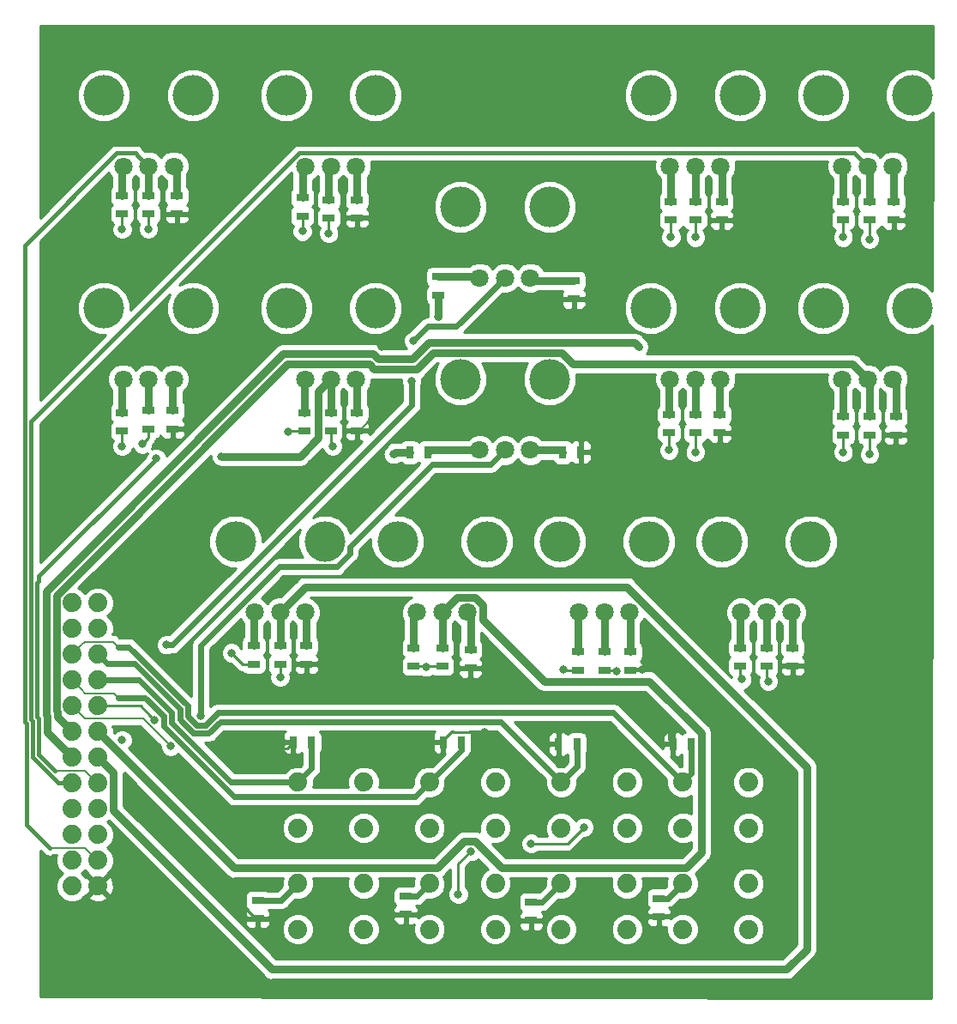
<source format=gbr>
G04 #@! TF.GenerationSoftware,KiCad,Pcbnew,5.0.2-bee76a0~70~ubuntu18.04.1*
G04 #@! TF.CreationDate,2019-12-02T21:24:14-05:00*
G04 #@! TF.ProjectId,control,636f6e74-726f-46c2-9e6b-696361645f70,rev?*
G04 #@! TF.SameCoordinates,Original*
G04 #@! TF.FileFunction,Copper,L1,Top*
G04 #@! TF.FilePolarity,Positive*
%FSLAX46Y46*%
G04 Gerber Fmt 4.6, Leading zero omitted, Abs format (unit mm)*
G04 Created by KiCad (PCBNEW 5.0.2-bee76a0~70~ubuntu18.04.1) date Mon 02 Dec 2019 09:24:14 PM EST*
%MOMM*%
%LPD*%
G01*
G04 APERTURE LIST*
G04 #@! TA.AperFunction,SMDPad,CuDef*
%ADD10R,1.198880X0.797560*%
G04 #@! TD*
G04 #@! TA.AperFunction,ComponentPad*
%ADD11C,1.879600*%
G04 #@! TD*
G04 #@! TA.AperFunction,SMDPad,CuDef*
%ADD12R,0.797560X1.198880*%
G04 #@! TD*
G04 #@! TA.AperFunction,ComponentPad*
%ADD13C,1.800000*%
G04 #@! TD*
G04 #@! TA.AperFunction,WasherPad*
%ADD14C,4.000000*%
G04 #@! TD*
G04 #@! TA.AperFunction,ViaPad*
%ADD15C,0.800000*%
G04 #@! TD*
G04 #@! TA.AperFunction,Conductor*
%ADD16C,0.800000*%
G04 #@! TD*
G04 #@! TA.AperFunction,Conductor*
%ADD17C,0.200000*%
G04 #@! TD*
G04 #@! TA.AperFunction,Conductor*
%ADD18C,0.400000*%
G04 #@! TD*
G04 #@! TA.AperFunction,Conductor*
%ADD19C,0.250000*%
G04 #@! TD*
G04 #@! TA.AperFunction,Conductor*
%ADD20C,0.600000*%
G04 #@! TD*
G04 #@! TA.AperFunction,Conductor*
%ADD21C,0.254000*%
G04 #@! TD*
G04 APERTURE END LIST*
D10*
G04 #@! TO.P,C1,1*
G04 #@! TO.N,/osc1_tune*
X12800000Y-18900840D03*
G04 #@! TO.P,C1,2*
G04 #@! TO.N,GND*
X12800000Y-20699160D03*
G04 #@! TD*
G04 #@! TO.P,C2,2*
G04 #@! TO.N,GND*
X25800000Y-65099160D03*
G04 #@! TO.P,C2,1*
G04 #@! TO.N,/attack*
X25800000Y-63300840D03*
G04 #@! TD*
G04 #@! TO.P,C3,1*
G04 #@! TO.N,/lfo_rate*
X66800000Y-19500840D03*
G04 #@! TO.P,C3,2*
G04 #@! TO.N,GND*
X66800000Y-21299160D03*
G04 #@! TD*
G04 #@! TO.P,C4,2*
G04 #@! TO.N,GND*
X30600000Y-21099160D03*
G04 #@! TO.P,C4,1*
G04 #@! TO.N,/osc1_waveshape*
X30600000Y-19300840D03*
G04 #@! TD*
G04 #@! TO.P,C5,1*
G04 #@! TO.N,/decay*
X41800000Y-63500840D03*
G04 #@! TO.P,C5,2*
G04 #@! TO.N,GND*
X41800000Y-65299160D03*
G04 #@! TD*
G04 #@! TO.P,C6,2*
G04 #@! TO.N,GND*
X84000000Y-21299160D03*
G04 #@! TO.P,C6,1*
G04 #@! TO.N,/lfo_depth*
X84000000Y-19500840D03*
G04 #@! TD*
G04 #@! TO.P,C7,1*
G04 #@! TO.N,/osc2_tune*
X12800000Y-40100840D03*
G04 #@! TO.P,C7,2*
G04 #@! TO.N,GND*
X12800000Y-41899160D03*
G04 #@! TD*
G04 #@! TO.P,C8,2*
G04 #@! TO.N,GND*
X57800000Y-65699160D03*
G04 #@! TO.P,C8,1*
G04 #@! TO.N,/sustain*
X57800000Y-63900840D03*
G04 #@! TD*
G04 #@! TO.P,C9,2*
G04 #@! TO.N,GND*
X66800000Y-42299160D03*
G04 #@! TO.P,C9,1*
G04 #@! TO.N,/global_lfo_rate*
X66800000Y-40500840D03*
G04 #@! TD*
G04 #@! TO.P,C10,2*
G04 #@! TO.N,GND*
X30800000Y-42099160D03*
G04 #@! TO.P,C10,1*
G04 #@! TO.N,/osc2_waveshape*
X30800000Y-40300840D03*
G04 #@! TD*
G04 #@! TO.P,C11,2*
G04 #@! TO.N,GND*
X73800000Y-65299160D03*
G04 #@! TO.P,C11,1*
G04 #@! TO.N,/release*
X73800000Y-63500840D03*
G04 #@! TD*
G04 #@! TO.P,C12,1*
G04 #@! TO.N,/global_lfo_depth*
X84000000Y-40700840D03*
G04 #@! TO.P,C12,2*
G04 #@! TO.N,GND*
X84000000Y-42499160D03*
G04 #@! TD*
D11*
G04 #@! TO.P,J1,1*
G04 #@! TO.N,3.3V*
X7800000Y-87000000D03*
G04 #@! TO.P,J1,2*
G04 #@! TO.N,GND*
X5260000Y-87000000D03*
G04 #@! TO.P,J1,3*
G04 #@! TO.N,/osc1_tune*
X7800000Y-84460000D03*
G04 #@! TO.P,J1,4*
G04 #@! TO.N,/sustain*
X5260000Y-84460000D03*
G04 #@! TO.P,J1,5*
G04 #@! TO.N,/osc1_waveshape*
X7800000Y-81920000D03*
G04 #@! TO.P,J1,6*
G04 #@! TO.N,/release*
X5260000Y-81920000D03*
G04 #@! TO.P,J1,7*
G04 #@! TO.N,/osc2_tune*
X7800000Y-79380000D03*
G04 #@! TO.P,J1,8*
G04 #@! TO.N,/lfo_rate*
X5260000Y-79380000D03*
G04 #@! TO.P,J1,9*
G04 #@! TO.N,/osc2_waveshape*
X7800000Y-76840000D03*
G04 #@! TO.P,J1,10*
G04 #@! TO.N,/lfo_depth*
X5260000Y-76840000D03*
G04 #@! TO.P,J1,11*
G04 #@! TO.N,/attack*
X7800000Y-74300000D03*
G04 #@! TO.P,J1,12*
G04 #@! TO.N,/global_lfo_rate*
X5260000Y-74300000D03*
G04 #@! TO.P,J1,13*
G04 #@! TO.N,/decay*
X7800000Y-71760000D03*
G04 #@! TO.P,J1,14*
G04 #@! TO.N,/global_lfo_depth*
X5260000Y-71760000D03*
G04 #@! TO.P,J1,15*
G04 #@! TO.N,/filter_freq*
X7800000Y-69220000D03*
G04 #@! TO.P,J1,16*
G04 #@! TO.N,/filter_resonance*
X5260000Y-69220000D03*
G04 #@! TO.P,J1,17*
G04 #@! TO.N,/mod1*
X7800000Y-66680000D03*
G04 #@! TO.P,J1,18*
G04 #@! TO.N,/mod2*
X5260000Y-66680000D03*
G04 #@! TO.P,J1,19*
G04 #@! TO.N,/mod3*
X7800000Y-64140000D03*
G04 #@! TO.P,J1,20*
G04 #@! TO.N,/mod4*
X5260000Y-64140000D03*
G04 #@! TO.P,J1,21*
G04 #@! TO.N,/mod5*
X7800000Y-61600000D03*
G04 #@! TO.P,J1,22*
G04 #@! TO.N,/mod6*
X5260000Y-61600000D03*
G04 #@! TO.P,J1,23*
G04 #@! TO.N,/mod7*
X7800000Y-59060000D03*
G04 #@! TO.P,J1,24*
G04 #@! TO.N,/mod8*
X5260000Y-59060000D03*
G04 #@! TD*
D12*
G04 #@! TO.P,R1,1*
G04 #@! TO.N,3.3V*
X27100840Y-72800000D03*
G04 #@! TO.P,R1,2*
G04 #@! TO.N,/mod1*
X28899160Y-72800000D03*
G04 #@! TD*
D10*
G04 #@! TO.P,R2,1*
G04 #@! TO.N,3.3V*
X23600000Y-90200000D03*
G04 #@! TO.P,R2,2*
G04 #@! TO.N,/mod5*
X23600000Y-88401680D03*
G04 #@! TD*
D12*
G04 #@! TO.P,R3,2*
G04 #@! TO.N,/mod2*
X43699160Y-72800000D03*
G04 #@! TO.P,R3,1*
G04 #@! TO.N,3.3V*
X41900840Y-72800000D03*
G04 #@! TD*
D10*
G04 #@! TO.P,R4,2*
G04 #@! TO.N,/mod6*
X38200000Y-88001680D03*
G04 #@! TO.P,R4,1*
G04 #@! TO.N,3.3V*
X38200000Y-89800000D03*
G04 #@! TD*
D12*
G04 #@! TO.P,R5,1*
G04 #@! TO.N,3.3V*
X53300840Y-73000000D03*
G04 #@! TO.P,R5,2*
G04 #@! TO.N,/mod3*
X55099160Y-73000000D03*
G04 #@! TD*
D10*
G04 #@! TO.P,R6,1*
G04 #@! TO.N,3.3V*
X50600000Y-90400000D03*
G04 #@! TO.P,R6,2*
G04 #@! TO.N,/mod7*
X50600000Y-88601680D03*
G04 #@! TD*
D12*
G04 #@! TO.P,R7,2*
G04 #@! TO.N,/mod4*
X66400000Y-73000000D03*
G04 #@! TO.P,R7,1*
G04 #@! TO.N,3.3V*
X64601680Y-73000000D03*
G04 #@! TD*
D10*
G04 #@! TO.P,R8,2*
G04 #@! TO.N,/mod8*
X63200000Y-88201680D03*
G04 #@! TO.P,R8,1*
G04 #@! TO.N,3.3V*
X63200000Y-90000000D03*
G04 #@! TD*
G04 #@! TO.P,R9,1*
G04 #@! TO.N,3.3V*
X15600000Y-20699160D03*
G04 #@! TO.P,R9,2*
G04 #@! TO.N,Net-(R9-Pad2)*
X15600000Y-18900840D03*
G04 #@! TD*
G04 #@! TO.P,R10,2*
G04 #@! TO.N,GND*
X10200000Y-20699160D03*
G04 #@! TO.P,R10,1*
G04 #@! TO.N,Net-(R10-Pad1)*
X10200000Y-18900840D03*
G04 #@! TD*
G04 #@! TO.P,R11,1*
G04 #@! TO.N,3.3V*
X28400000Y-65099160D03*
G04 #@! TO.P,R11,2*
G04 #@! TO.N,Net-(R11-Pad2)*
X28400000Y-63300840D03*
G04 #@! TD*
G04 #@! TO.P,R12,2*
G04 #@! TO.N,GND*
X23200000Y-65099160D03*
G04 #@! TO.P,R12,1*
G04 #@! TO.N,Net-(R12-Pad1)*
X23200000Y-63300840D03*
G04 #@! TD*
G04 #@! TO.P,R13,1*
G04 #@! TO.N,3.3V*
X69400000Y-21299160D03*
G04 #@! TO.P,R13,2*
G04 #@! TO.N,Net-(R13-Pad2)*
X69400000Y-19500840D03*
G04 #@! TD*
G04 #@! TO.P,R14,1*
G04 #@! TO.N,Net-(R14-Pad1)*
X64400000Y-19500840D03*
G04 #@! TO.P,R14,2*
G04 #@! TO.N,GND*
X64400000Y-21299160D03*
G04 #@! TD*
G04 #@! TO.P,R15,2*
G04 #@! TO.N,Net-(R15-Pad2)*
X33400000Y-19300840D03*
G04 #@! TO.P,R15,1*
G04 #@! TO.N,3.3V*
X33400000Y-21099160D03*
G04 #@! TD*
G04 #@! TO.P,R16,1*
G04 #@! TO.N,Net-(R16-Pad1)*
X28000000Y-19100840D03*
G04 #@! TO.P,R16,2*
G04 #@! TO.N,GND*
X28000000Y-20899160D03*
G04 #@! TD*
G04 #@! TO.P,R17,2*
G04 #@! TO.N,Net-(R17-Pad2)*
X44600000Y-63700840D03*
G04 #@! TO.P,R17,1*
G04 #@! TO.N,3.3V*
X44600000Y-65499160D03*
G04 #@! TD*
G04 #@! TO.P,R18,1*
G04 #@! TO.N,Net-(R18-Pad1)*
X39000000Y-63500840D03*
G04 #@! TO.P,R18,2*
G04 #@! TO.N,GND*
X39000000Y-65299160D03*
G04 #@! TD*
G04 #@! TO.P,R19,2*
G04 #@! TO.N,Net-(R19-Pad2)*
X86400000Y-19500840D03*
G04 #@! TO.P,R19,1*
G04 #@! TO.N,3.3V*
X86400000Y-21299160D03*
G04 #@! TD*
G04 #@! TO.P,R20,1*
G04 #@! TO.N,Net-(R20-Pad1)*
X81400000Y-19500840D03*
G04 #@! TO.P,R20,2*
G04 #@! TO.N,GND*
X81400000Y-21299160D03*
G04 #@! TD*
G04 #@! TO.P,R21,2*
G04 #@! TO.N,Net-(R21-Pad2)*
X15200000Y-40100840D03*
G04 #@! TO.P,R21,1*
G04 #@! TO.N,3.3V*
X15200000Y-41899160D03*
G04 #@! TD*
G04 #@! TO.P,R22,2*
G04 #@! TO.N,GND*
X10200000Y-42099160D03*
G04 #@! TO.P,R22,1*
G04 #@! TO.N,Net-(R22-Pad1)*
X10200000Y-40300840D03*
G04 #@! TD*
G04 #@! TO.P,R23,1*
G04 #@! TO.N,3.3V*
X60400000Y-65699160D03*
G04 #@! TO.P,R23,2*
G04 #@! TO.N,Net-(R23-Pad2)*
X60400000Y-63900840D03*
G04 #@! TD*
G04 #@! TO.P,R24,2*
G04 #@! TO.N,GND*
X55200000Y-65699160D03*
G04 #@! TO.P,R24,1*
G04 #@! TO.N,Net-(R24-Pad1)*
X55200000Y-63900840D03*
G04 #@! TD*
G04 #@! TO.P,R25,1*
G04 #@! TO.N,3.3V*
X69200000Y-42299160D03*
G04 #@! TO.P,R25,2*
G04 #@! TO.N,Net-(R25-Pad2)*
X69200000Y-40500840D03*
G04 #@! TD*
G04 #@! TO.P,R26,2*
G04 #@! TO.N,GND*
X64200000Y-42299160D03*
G04 #@! TO.P,R26,1*
G04 #@! TO.N,Net-(R26-Pad1)*
X64200000Y-40500840D03*
G04 #@! TD*
G04 #@! TO.P,R27,2*
G04 #@! TO.N,Net-(R27-Pad2)*
X33400000Y-40300840D03*
G04 #@! TO.P,R27,1*
G04 #@! TO.N,3.3V*
X33400000Y-42099160D03*
G04 #@! TD*
G04 #@! TO.P,R28,1*
G04 #@! TO.N,Net-(R28-Pad1)*
X28200000Y-40300840D03*
G04 #@! TO.P,R28,2*
G04 #@! TO.N,GND*
X28200000Y-42099160D03*
G04 #@! TD*
G04 #@! TO.P,R29,1*
G04 #@! TO.N,3.3V*
X76400000Y-65299160D03*
G04 #@! TO.P,R29,2*
G04 #@! TO.N,Net-(R29-Pad2)*
X76400000Y-63500840D03*
G04 #@! TD*
G04 #@! TO.P,R30,1*
G04 #@! TO.N,Net-(R30-Pad1)*
X71200000Y-63500840D03*
G04 #@! TO.P,R30,2*
G04 #@! TO.N,GND*
X71200000Y-65299160D03*
G04 #@! TD*
G04 #@! TO.P,R31,1*
G04 #@! TO.N,3.3V*
X86600000Y-42499160D03*
G04 #@! TO.P,R31,2*
G04 #@! TO.N,Net-(R31-Pad2)*
X86600000Y-40700840D03*
G04 #@! TD*
G04 #@! TO.P,R32,2*
G04 #@! TO.N,GND*
X81400000Y-42499160D03*
G04 #@! TO.P,R32,1*
G04 #@! TO.N,Net-(R32-Pad1)*
X81400000Y-40700840D03*
G04 #@! TD*
D13*
G04 #@! TO.P,RV1,3*
G04 #@! TO.N,Net-(R10-Pad1)*
X10300000Y-16000000D03*
G04 #@! TO.P,RV1,2*
G04 #@! TO.N,/osc1_tune*
X12800000Y-16000000D03*
G04 #@! TO.P,RV1,1*
G04 #@! TO.N,Net-(R9-Pad2)*
X15300000Y-16000000D03*
D14*
G04 #@! TO.P,RV1,*
G04 #@! TO.N,*
X8400000Y-9000000D03*
X17200000Y-9000000D03*
G04 #@! TD*
D13*
G04 #@! TO.P,RV2,3*
G04 #@! TO.N,Net-(R12-Pad1)*
X23300000Y-60000000D03*
G04 #@! TO.P,RV2,2*
G04 #@! TO.N,/attack*
X25800000Y-60000000D03*
G04 #@! TO.P,RV2,1*
G04 #@! TO.N,Net-(R11-Pad2)*
X28300000Y-60000000D03*
D14*
G04 #@! TO.P,RV2,*
G04 #@! TO.N,*
X21400000Y-53000000D03*
X30200000Y-53000000D03*
G04 #@! TD*
D13*
G04 #@! TO.P,RV3,3*
G04 #@! TO.N,Net-(R14-Pad1)*
X64300000Y-16000000D03*
G04 #@! TO.P,RV3,2*
G04 #@! TO.N,/lfo_rate*
X66800000Y-16000000D03*
G04 #@! TO.P,RV3,1*
G04 #@! TO.N,Net-(R13-Pad2)*
X69300000Y-16000000D03*
D14*
G04 #@! TO.P,RV3,*
G04 #@! TO.N,*
X62400000Y-9000000D03*
X71200000Y-9000000D03*
G04 #@! TD*
G04 #@! TO.P,RV4,*
G04 #@! TO.N,*
X35200000Y-9000000D03*
X26400000Y-9000000D03*
D13*
G04 #@! TO.P,RV4,1*
G04 #@! TO.N,Net-(R15-Pad2)*
X33300000Y-16000000D03*
G04 #@! TO.P,RV4,2*
G04 #@! TO.N,/osc1_waveshape*
X30800000Y-16000000D03*
G04 #@! TO.P,RV4,3*
G04 #@! TO.N,Net-(R16-Pad1)*
X28300000Y-16000000D03*
G04 #@! TD*
G04 #@! TO.P,RV5,3*
G04 #@! TO.N,Net-(R18-Pad1)*
X39300000Y-60000000D03*
G04 #@! TO.P,RV5,2*
G04 #@! TO.N,/decay*
X41800000Y-60000000D03*
G04 #@! TO.P,RV5,1*
G04 #@! TO.N,Net-(R17-Pad2)*
X44300000Y-60000000D03*
D14*
G04 #@! TO.P,RV5,*
G04 #@! TO.N,*
X37400000Y-53000000D03*
X46200000Y-53000000D03*
G04 #@! TD*
D13*
G04 #@! TO.P,RV6,3*
G04 #@! TO.N,Net-(R20-Pad1)*
X81300000Y-16000000D03*
G04 #@! TO.P,RV6,2*
G04 #@! TO.N,/lfo_depth*
X83800000Y-16000000D03*
G04 #@! TO.P,RV6,1*
G04 #@! TO.N,Net-(R19-Pad2)*
X86300000Y-16000000D03*
D14*
G04 #@! TO.P,RV6,*
G04 #@! TO.N,*
X79400000Y-9000000D03*
X88200000Y-9000000D03*
G04 #@! TD*
G04 #@! TO.P,RV7,*
G04 #@! TO.N,*
X17200000Y-30000000D03*
X8400000Y-30000000D03*
D13*
G04 #@! TO.P,RV7,1*
G04 #@! TO.N,Net-(R21-Pad2)*
X15300000Y-37000000D03*
G04 #@! TO.P,RV7,2*
G04 #@! TO.N,/osc2_tune*
X12800000Y-37000000D03*
G04 #@! TO.P,RV7,3*
G04 #@! TO.N,Net-(R22-Pad1)*
X10300000Y-37000000D03*
G04 #@! TD*
D14*
G04 #@! TO.P,RV8,*
G04 #@! TO.N,*
X62200000Y-53000000D03*
X53400000Y-53000000D03*
D13*
G04 #@! TO.P,RV8,1*
G04 #@! TO.N,Net-(R23-Pad2)*
X60300000Y-60000000D03*
G04 #@! TO.P,RV8,2*
G04 #@! TO.N,/sustain*
X57800000Y-60000000D03*
G04 #@! TO.P,RV8,3*
G04 #@! TO.N,Net-(R24-Pad1)*
X55300000Y-60000000D03*
G04 #@! TD*
G04 #@! TO.P,RV9,3*
G04 #@! TO.N,Net-(R26-Pad1)*
X64300000Y-37000000D03*
G04 #@! TO.P,RV9,2*
G04 #@! TO.N,/global_lfo_rate*
X66800000Y-37000000D03*
G04 #@! TO.P,RV9,1*
G04 #@! TO.N,Net-(R25-Pad2)*
X69300000Y-37000000D03*
D14*
G04 #@! TO.P,RV9,*
G04 #@! TO.N,*
X62400000Y-30000000D03*
X71200000Y-30000000D03*
G04 #@! TD*
G04 #@! TO.P,RV10,*
G04 #@! TO.N,*
X35200000Y-30000000D03*
X26400000Y-30000000D03*
D13*
G04 #@! TO.P,RV10,1*
G04 #@! TO.N,Net-(R27-Pad2)*
X33300000Y-37000000D03*
G04 #@! TO.P,RV10,2*
G04 #@! TO.N,/osc2_waveshape*
X30800000Y-37000000D03*
G04 #@! TO.P,RV10,3*
G04 #@! TO.N,Net-(R28-Pad1)*
X28300000Y-37000000D03*
G04 #@! TD*
D14*
G04 #@! TO.P,RV11,*
G04 #@! TO.N,*
X78200000Y-53000000D03*
X69400000Y-53000000D03*
D13*
G04 #@! TO.P,RV11,1*
G04 #@! TO.N,Net-(R29-Pad2)*
X76300000Y-60000000D03*
G04 #@! TO.P,RV11,2*
G04 #@! TO.N,/release*
X73800000Y-60000000D03*
G04 #@! TO.P,RV11,3*
G04 #@! TO.N,Net-(R30-Pad1)*
X71300000Y-60000000D03*
G04 #@! TD*
D14*
G04 #@! TO.P,RV12,*
G04 #@! TO.N,*
X88200000Y-30000000D03*
X79400000Y-30000000D03*
D13*
G04 #@! TO.P,RV12,1*
G04 #@! TO.N,Net-(R31-Pad2)*
X86300000Y-37000000D03*
G04 #@! TO.P,RV12,2*
G04 #@! TO.N,/global_lfo_depth*
X83800000Y-37000000D03*
G04 #@! TO.P,RV12,3*
G04 #@! TO.N,Net-(R32-Pad1)*
X81300000Y-37000000D03*
G04 #@! TD*
D11*
G04 #@! TO.P,S1,4*
G04 #@! TO.N,N/C*
X34051200Y-81260600D03*
G04 #@! TO.P,S1,3*
G04 #@! TO.N,GND*
X27548800Y-81260600D03*
G04 #@! TO.P,S1,2*
G04 #@! TO.N,N/C*
X34051200Y-76739400D03*
G04 #@! TO.P,S1,1*
G04 #@! TO.N,/mod1*
X27548800Y-76739400D03*
G04 #@! TD*
G04 #@! TO.P,S2,1*
G04 #@! TO.N,/mod5*
X27548800Y-86739400D03*
G04 #@! TO.P,S2,2*
G04 #@! TO.N,N/C*
X34051200Y-86739400D03*
G04 #@! TO.P,S2,3*
G04 #@! TO.N,GND*
X27548800Y-91260600D03*
G04 #@! TO.P,S2,4*
G04 #@! TO.N,N/C*
X34051200Y-91260600D03*
G04 #@! TD*
G04 #@! TO.P,S3,1*
G04 #@! TO.N,/mod2*
X40548800Y-76739400D03*
G04 #@! TO.P,S3,2*
G04 #@! TO.N,N/C*
X47051200Y-76739400D03*
G04 #@! TO.P,S3,3*
G04 #@! TO.N,GND*
X40548800Y-81260600D03*
G04 #@! TO.P,S3,4*
G04 #@! TO.N,N/C*
X47051200Y-81260600D03*
G04 #@! TD*
G04 #@! TO.P,S4,4*
G04 #@! TO.N,N/C*
X47051200Y-91260600D03*
G04 #@! TO.P,S4,3*
G04 #@! TO.N,GND*
X40548800Y-91260600D03*
G04 #@! TO.P,S4,2*
G04 #@! TO.N,N/C*
X47051200Y-86739400D03*
G04 #@! TO.P,S4,1*
G04 #@! TO.N,/mod6*
X40548800Y-86739400D03*
G04 #@! TD*
G04 #@! TO.P,S5,4*
G04 #@! TO.N,N/C*
X60051200Y-81260600D03*
G04 #@! TO.P,S5,3*
G04 #@! TO.N,GND*
X53548800Y-81260600D03*
G04 #@! TO.P,S5,2*
G04 #@! TO.N,N/C*
X60051200Y-76739400D03*
G04 #@! TO.P,S5,1*
G04 #@! TO.N,/mod3*
X53548800Y-76739400D03*
G04 #@! TD*
G04 #@! TO.P,S6,1*
G04 #@! TO.N,/mod7*
X53548800Y-86739400D03*
G04 #@! TO.P,S6,2*
G04 #@! TO.N,N/C*
X60051200Y-86739400D03*
G04 #@! TO.P,S6,3*
G04 #@! TO.N,GND*
X53548800Y-91260600D03*
G04 #@! TO.P,S6,4*
G04 #@! TO.N,N/C*
X60051200Y-91260600D03*
G04 #@! TD*
G04 #@! TO.P,S7,1*
G04 #@! TO.N,/mod4*
X65548800Y-76739400D03*
G04 #@! TO.P,S7,2*
G04 #@! TO.N,N/C*
X72051200Y-76739400D03*
G04 #@! TO.P,S7,3*
G04 #@! TO.N,GND*
X65548800Y-81260600D03*
G04 #@! TO.P,S7,4*
G04 #@! TO.N,N/C*
X72051200Y-81260600D03*
G04 #@! TD*
G04 #@! TO.P,S8,4*
G04 #@! TO.N,N/C*
X72051200Y-91260600D03*
G04 #@! TO.P,S8,3*
G04 #@! TO.N,GND*
X65548800Y-91260600D03*
G04 #@! TO.P,S8,2*
G04 #@! TO.N,N/C*
X72051200Y-86739400D03*
G04 #@! TO.P,S8,1*
G04 #@! TO.N,/mod8*
X65548800Y-86739400D03*
G04 #@! TD*
D10*
G04 #@! TO.P,R33,2*
G04 #@! TO.N,Net-(R33-Pad2)*
X54800000Y-27300840D03*
G04 #@! TO.P,R33,1*
G04 #@! TO.N,3.3V*
X54800000Y-29099160D03*
G04 #@! TD*
G04 #@! TO.P,R34,1*
G04 #@! TO.N,Net-(R34-Pad1)*
X41400000Y-26900840D03*
G04 #@! TO.P,R34,2*
G04 #@! TO.N,GND*
X41400000Y-28699160D03*
G04 #@! TD*
D12*
G04 #@! TO.P,R35,1*
G04 #@! TO.N,3.3V*
X55499160Y-44200000D03*
G04 #@! TO.P,R35,2*
G04 #@! TO.N,Net-(R35-Pad2)*
X53700840Y-44200000D03*
G04 #@! TD*
G04 #@! TO.P,R36,2*
G04 #@! TO.N,GND*
X38601680Y-44200000D03*
G04 #@! TO.P,R36,1*
G04 #@! TO.N,Net-(R36-Pad1)*
X40400000Y-44200000D03*
G04 #@! TD*
D13*
G04 #@! TO.P,RV13,3*
G04 #@! TO.N,Net-(R34-Pad1)*
X45500000Y-27000000D03*
G04 #@! TO.P,RV13,2*
G04 #@! TO.N,/filter_freq*
X48000000Y-27000000D03*
G04 #@! TO.P,RV13,1*
G04 #@! TO.N,Net-(R33-Pad2)*
X50500000Y-27000000D03*
D14*
G04 #@! TO.P,RV13,*
G04 #@! TO.N,*
X43600000Y-20000000D03*
X52400000Y-20000000D03*
G04 #@! TD*
G04 #@! TO.P,RV14,*
G04 #@! TO.N,*
X52400000Y-37000000D03*
X43600000Y-37000000D03*
D13*
G04 #@! TO.P,RV14,1*
G04 #@! TO.N,Net-(R35-Pad2)*
X50500000Y-44000000D03*
G04 #@! TO.P,RV14,2*
G04 #@! TO.N,/filter_resonance*
X48000000Y-44000000D03*
G04 #@! TO.P,RV14,3*
G04 #@! TO.N,Net-(R36-Pad1)*
X45500000Y-44000000D03*
G04 #@! TD*
D15*
G04 #@! TO.N,GND*
X43400000Y-87800000D03*
X44600000Y-83600000D03*
X55800000Y-81200000D03*
X50600000Y-82800000D03*
X21000000Y-64000000D03*
X74000000Y-66800000D03*
X71400000Y-66600000D03*
X59000000Y-65800000D03*
X53800000Y-65600000D03*
X25800000Y-66400000D03*
X10200000Y-43600000D03*
X12200000Y-43400000D03*
X26600000Y-42200000D03*
X31000000Y-43600000D03*
X10200000Y-22200000D03*
X12800000Y-22200000D03*
X28000000Y-22400000D03*
X30600000Y-22600000D03*
X64400000Y-23000000D03*
X66800000Y-23000000D03*
X81400000Y-23000000D03*
X84000000Y-23200000D03*
X64200000Y-44000000D03*
X66800000Y-44200000D03*
X81400000Y-44200000D03*
X84000000Y-44400000D03*
X40200000Y-65400000D03*
X41400000Y-30800000D03*
X37000000Y-44400000D03*
G04 #@! TO.N,/global_lfo_rate*
X61200000Y-33800000D03*
G04 #@! TO.N,/osc2_waveshape*
X13600000Y-44800000D03*
X20000000Y-44600000D03*
G04 #@! TO.N,3.3V*
X20200000Y-73400000D03*
X21800000Y-88600000D03*
X44600000Y-67000000D03*
X46000000Y-71800000D03*
X61600000Y-65600000D03*
X64200000Y-71400000D03*
X76400000Y-67200000D03*
X71600000Y-73200000D03*
X36200000Y-37400000D03*
X35800000Y-33800000D03*
X31400000Y-30200000D03*
G04 #@! TO.N,/filter_freq*
X14600000Y-63200000D03*
X38800000Y-37200000D03*
X39000000Y-33200000D03*
X13399956Y-70600000D03*
G04 #@! TO.N,/filter_resonance*
X10200000Y-72600000D03*
X18000000Y-70200000D03*
X15000000Y-73200000D03*
G04 #@! TD*
D16*
G04 #@! TO.N,/osc1_tune*
X12800000Y-18900840D02*
X12800000Y-16000000D01*
D17*
X6560199Y-83220199D02*
X3020199Y-83220199D01*
X7800000Y-84460000D02*
X6560199Y-83220199D01*
D18*
X600001Y-23775997D02*
X9675999Y-14699999D01*
X600001Y-70799869D02*
X600001Y-23775997D01*
X800000Y-81000000D02*
X800000Y-70999868D01*
X3020199Y-83220199D02*
X800000Y-81000000D01*
X11499999Y-14699999D02*
X11900001Y-15100001D01*
X9675999Y-14699999D02*
X11499999Y-14699999D01*
X800000Y-70999868D02*
X600001Y-70799869D01*
X11900001Y-15100001D02*
X12800000Y-16000000D01*
D19*
G04 #@! TO.N,GND*
X43400000Y-84800000D02*
X44600000Y-83600000D01*
X43400000Y-87800000D02*
X43400000Y-84800000D01*
X55800000Y-81200000D02*
X54200000Y-82800000D01*
X54200000Y-82800000D02*
X50600000Y-82800000D01*
X23200000Y-65099160D02*
X22099160Y-65099160D01*
X22099160Y-65099160D02*
X21000000Y-64000000D01*
X73800000Y-65299160D02*
X73800000Y-66600000D01*
X73800000Y-66600000D02*
X74000000Y-66800000D01*
X71200000Y-65299160D02*
X71200000Y-66400000D01*
X71200000Y-66400000D02*
X71400000Y-66600000D01*
X58899160Y-65699160D02*
X59000000Y-65800000D01*
X57800000Y-65699160D02*
X58899160Y-65699160D01*
X55200000Y-65699160D02*
X53899160Y-65699160D01*
X53899160Y-65699160D02*
X53800000Y-65600000D01*
X25800000Y-65099160D02*
X25800000Y-66400000D01*
X10200000Y-42099160D02*
X10200000Y-43600000D01*
X12800000Y-41899160D02*
X12800000Y-42800000D01*
X12800000Y-42800000D02*
X12200000Y-43400000D01*
X28200000Y-42099160D02*
X26700840Y-42099160D01*
X26700840Y-42099160D02*
X26600000Y-42200000D01*
X30800000Y-42099160D02*
X30800000Y-43400000D01*
X30800000Y-43400000D02*
X31000000Y-43600000D01*
X10200000Y-20699160D02*
X10200000Y-22200000D01*
X12800000Y-20699160D02*
X12800000Y-22200000D01*
X28000000Y-20899160D02*
X28000000Y-22400000D01*
X30600000Y-21099160D02*
X30600000Y-22600000D01*
X64400000Y-21299160D02*
X64400000Y-23000000D01*
X66800000Y-21299160D02*
X66800000Y-23000000D01*
X81400000Y-21299160D02*
X81400000Y-23000000D01*
X84000000Y-21299160D02*
X84000000Y-23200000D01*
X64200000Y-42299160D02*
X64200000Y-44000000D01*
X66800000Y-42299160D02*
X66800000Y-44200000D01*
X81400000Y-42499160D02*
X81400000Y-44200000D01*
X84000000Y-42499160D02*
X84000000Y-44400000D01*
X39000000Y-65299160D02*
X40099160Y-65299160D01*
X40099160Y-65299160D02*
X40200000Y-65400000D01*
X40300840Y-65299160D02*
X40200000Y-65400000D01*
X41800000Y-65299160D02*
X40300840Y-65299160D01*
D16*
X41400000Y-28699160D02*
X41400000Y-30800000D01*
X38601680Y-44200000D02*
X37200000Y-44200000D01*
X37200000Y-44200000D02*
X37000000Y-44400000D01*
G04 #@! TO.N,/attack*
X25800000Y-63300840D02*
X25800000Y-60000000D01*
X9339801Y-75839801D02*
X9339801Y-79539801D01*
X7800000Y-74300000D02*
X9339801Y-75839801D01*
X9339801Y-79539801D02*
X25000000Y-95200000D01*
X25000000Y-95200000D02*
X75800000Y-95200000D01*
X26699999Y-59100001D02*
X25800000Y-60000000D01*
X28300012Y-57499988D02*
X26699999Y-59100001D01*
X60019990Y-57499988D02*
X28300012Y-57499988D01*
X77800001Y-75279999D02*
X60019990Y-57499988D01*
X75800000Y-95200000D02*
X77800001Y-93199999D01*
X77800001Y-93199999D02*
X77800001Y-75279999D01*
G04 #@! TO.N,/lfo_rate*
X66800000Y-19500840D02*
X66800000Y-16000000D01*
G04 #@! TO.N,/osc1_waveshape*
X30600000Y-16200000D02*
X30800000Y-16000000D01*
X30600000Y-19300840D02*
X30600000Y-16200000D01*
G04 #@! TO.N,/decay*
X41800000Y-63500840D02*
X41800000Y-60000000D01*
X67398781Y-83670725D02*
X67398781Y-71920559D01*
X45020001Y-58499999D02*
X43300001Y-58499999D01*
X45080002Y-82599998D02*
X47679603Y-85199599D01*
X45800001Y-60720001D02*
X45800001Y-59279999D01*
X51880002Y-66800002D02*
X45800001Y-60720001D01*
X45800001Y-59279999D02*
X45020001Y-58499999D01*
X42699999Y-59100001D02*
X41800000Y-60000000D01*
X43919998Y-82599998D02*
X45080002Y-82599998D01*
X67398781Y-71920559D02*
X62278224Y-66800002D01*
X65869907Y-85199599D02*
X67398781Y-83670725D01*
X47679603Y-85199599D02*
X65869907Y-85199599D01*
X41320397Y-85199599D02*
X43919998Y-82599998D01*
X43300001Y-58499999D02*
X42699999Y-59100001D01*
X21239599Y-85199599D02*
X41320397Y-85199599D01*
X62278224Y-66800002D02*
X51880002Y-66800002D01*
X7800000Y-71760000D02*
X21239599Y-85199599D01*
G04 #@! TO.N,/lfo_depth*
X84000000Y-16200000D02*
X83800000Y-16000000D01*
X84000000Y-19500840D02*
X84000000Y-16200000D01*
D18*
X82900001Y-15100001D02*
X83800000Y-16000000D01*
X3930923Y-76840000D02*
X1400011Y-74309088D01*
X82499999Y-14699999D02*
X82900001Y-15100001D01*
X1400011Y-74309088D02*
X1400011Y-70751337D01*
X1200012Y-41175986D02*
X27675999Y-14699999D01*
X27675999Y-14699999D02*
X82499999Y-14699999D01*
X1400011Y-70751337D02*
X1200012Y-70551338D01*
X5260000Y-76840000D02*
X3930923Y-76840000D01*
X1200012Y-70551338D02*
X1200012Y-41175986D01*
D16*
G04 #@! TO.N,/osc2_tune*
X12800000Y-40100840D02*
X12800000Y-37000000D01*
G04 #@! TO.N,/sustain*
X57800000Y-63900840D02*
X57800000Y-60000000D01*
G04 #@! TO.N,/global_lfo_rate*
X66800000Y-40500840D02*
X66800000Y-37000000D01*
X35019986Y-34499988D02*
X35519999Y-35000001D01*
X40480014Y-33399988D02*
X60799988Y-33399988D01*
X2800031Y-71840031D02*
X2800031Y-70171560D01*
X26126877Y-34499988D02*
X35019986Y-34499988D01*
X60799988Y-33399988D02*
X60800001Y-33400001D01*
X60800001Y-33400001D02*
X61200000Y-33800000D01*
X5260000Y-74300000D02*
X2800031Y-71840031D01*
X38880001Y-35000001D02*
X40480014Y-33399988D01*
X35519999Y-35000001D02*
X38880001Y-35000001D01*
X2720188Y-57906677D02*
X26126877Y-34499988D01*
X2720188Y-70091717D02*
X2720188Y-57906677D01*
X2800031Y-70171560D02*
X2720188Y-70091717D01*
G04 #@! TO.N,/osc2_waveshape*
X30800000Y-40300840D02*
X30800000Y-37000000D01*
D17*
X6560199Y-75600199D02*
X3600199Y-75600199D01*
X7800000Y-76840000D02*
X6560199Y-75600199D01*
D16*
X29900001Y-37899999D02*
X30800000Y-37000000D01*
X29600559Y-38199441D02*
X29900001Y-37899999D01*
X29600559Y-42776823D02*
X29600559Y-38199441D01*
X27777382Y-44600000D02*
X29600559Y-42776823D01*
X20000000Y-44600000D02*
X27777382Y-44600000D01*
D18*
X1800023Y-70302806D02*
X1800023Y-57097062D01*
X1800023Y-57097062D02*
X2000020Y-56897065D01*
X2000022Y-74000022D02*
X2000022Y-70502805D01*
X2000022Y-70502805D02*
X1800023Y-70302806D01*
X2000020Y-56897065D02*
X2000020Y-56399980D01*
X2000020Y-56399980D02*
X13200001Y-45199999D01*
X13200001Y-45199999D02*
X13600000Y-44800000D01*
X3600199Y-75600199D02*
X2000022Y-74000022D01*
D16*
G04 #@! TO.N,/release*
X73800000Y-63500840D02*
X73800000Y-60000000D01*
G04 #@! TO.N,/global_lfo_depth*
X84000000Y-37200000D02*
X83800000Y-37000000D01*
X84000000Y-40700840D02*
X84000000Y-37200000D01*
X5260000Y-71760000D02*
X3800042Y-70300042D01*
X3800042Y-69757342D02*
X3720199Y-69677499D01*
X3720199Y-58320895D02*
X26541095Y-35499999D01*
X3800042Y-70300042D02*
X3800042Y-69757342D01*
X26541095Y-35499999D02*
X34605768Y-35499999D01*
X34605768Y-35499999D02*
X35105781Y-36000012D01*
X39294219Y-36000012D02*
X40894232Y-34399999D01*
X82900001Y-36100001D02*
X83800000Y-37000000D01*
X35105781Y-36000012D02*
X39294219Y-36000012D01*
X54748001Y-35499999D02*
X82299999Y-35499999D01*
X53648001Y-34399999D02*
X54748001Y-35499999D01*
X82299999Y-35499999D02*
X82900001Y-36100001D01*
X40894232Y-34399999D02*
X53648001Y-34399999D01*
X3720199Y-69677499D02*
X3720199Y-58320895D01*
D19*
G04 #@! TO.N,3.3V*
X22852716Y-79400001D02*
X23000001Y-79400001D01*
X23000001Y-79400001D02*
X23400000Y-79800000D01*
X26500840Y-73400000D02*
X27100840Y-72800000D01*
X20200000Y-73400000D02*
X26500840Y-73400000D01*
X23600000Y-90200000D02*
X23400000Y-90200000D01*
X23400000Y-90200000D02*
X21800000Y-88600000D01*
X44600000Y-65499160D02*
X44600000Y-67000000D01*
X41900840Y-72599340D02*
X41900840Y-72800000D01*
X42700180Y-71800000D02*
X41900840Y-72599340D01*
X46000000Y-71800000D02*
X42700180Y-71800000D01*
X60400000Y-65699160D02*
X61500840Y-65699160D01*
X61500840Y-65699160D02*
X61600000Y-65600000D01*
X64200000Y-72598320D02*
X64601680Y-73000000D01*
X64200000Y-71400000D02*
X64200000Y-72598320D01*
D17*
X76400000Y-65299160D02*
X76400000Y-67200000D01*
X36200000Y-39499820D02*
X36200000Y-37400000D01*
X33400000Y-42099160D02*
X33600660Y-42099160D01*
X33600660Y-42099160D02*
X36200000Y-39499820D01*
X34600001Y-33400001D02*
X31400000Y-30200000D01*
X35800000Y-33800000D02*
X35400001Y-33400001D01*
X35400001Y-33400001D02*
X34600001Y-33400001D01*
D20*
G04 #@! TO.N,/mod1*
X28899160Y-75389040D02*
X27548800Y-76739400D01*
X28899160Y-72800000D02*
X28899160Y-75389040D01*
X11885224Y-66680000D02*
X9129077Y-66680000D01*
X15099976Y-69894752D02*
X11885224Y-66680000D01*
X15099976Y-70894752D02*
X15099976Y-69894752D01*
X27548800Y-76739400D02*
X20944624Y-76739400D01*
X20944624Y-76739400D02*
X15099976Y-70894752D01*
X9129077Y-66680000D02*
X7800000Y-66680000D01*
G04 #@! TO.N,/mod2*
X43699160Y-73589040D02*
X40548800Y-76739400D01*
X43699160Y-72800000D02*
X43699160Y-73589040D01*
D17*
X6199799Y-67619799D02*
X5260000Y-66680000D01*
X9380199Y-67980199D02*
X6560199Y-67980199D01*
X6560199Y-67980199D02*
X6199799Y-67619799D01*
X9800000Y-68400000D02*
X9380199Y-67980199D01*
D20*
X14299966Y-71226126D02*
X14299966Y-70226126D01*
X21253041Y-78179201D02*
X14299966Y-71226126D01*
X39108999Y-78179201D02*
X21253041Y-78179201D01*
X40548800Y-76739400D02*
X39108999Y-78179201D01*
X14299966Y-70226126D02*
X12473838Y-68400000D01*
X12473838Y-68400000D02*
X9800000Y-68400000D01*
G04 #@! TO.N,/mod3*
X55099160Y-75189040D02*
X53548800Y-76739400D01*
X55099160Y-73000000D02*
X55099160Y-75189040D01*
X15899987Y-70563377D02*
X15899987Y-69563377D01*
X11416409Y-65079799D02*
X8739799Y-65079799D01*
X8739799Y-65079799D02*
X7800000Y-64140000D01*
X18763377Y-71900013D02*
X17236622Y-71900012D01*
X19900012Y-70763378D02*
X18763377Y-71900013D01*
X15899987Y-69563377D02*
X11416409Y-65079799D01*
X53548800Y-76739400D02*
X47572778Y-70763378D01*
X17236622Y-71900012D02*
X15899987Y-70563377D01*
X47572778Y-70763378D02*
X19900012Y-70763378D01*
G04 #@! TO.N,/mod4*
X66400000Y-75888200D02*
X65548800Y-76739400D01*
X66400000Y-73000000D02*
X66400000Y-75888200D01*
D17*
X6499801Y-62900199D02*
X6199799Y-63200201D01*
X6199799Y-63200201D02*
X5260000Y-64140000D01*
X9300199Y-62900199D02*
X6499801Y-62900199D01*
X9800000Y-63400000D02*
X9300199Y-62900199D01*
D20*
X58709402Y-69900002D02*
X19632002Y-69900002D01*
X16699998Y-70232002D02*
X16699998Y-69232002D01*
X17567998Y-71100002D02*
X16699998Y-70232002D01*
X16699998Y-69232002D02*
X10867996Y-63400000D01*
X10867996Y-63400000D02*
X9800000Y-63400000D01*
X65548800Y-76739400D02*
X58709402Y-69900002D01*
X18432002Y-71100002D02*
X17567998Y-71100002D01*
X19632002Y-69900002D02*
X18432002Y-71100002D01*
G04 #@! TO.N,/mod5*
X25886520Y-88401680D02*
X27548800Y-86739400D01*
X23600000Y-88401680D02*
X25886520Y-88401680D01*
G04 #@! TO.N,/mod6*
X39286520Y-88001680D02*
X40548800Y-86739400D01*
X38200000Y-88001680D02*
X39286520Y-88001680D01*
G04 #@! TO.N,/mod7*
X51686520Y-88601680D02*
X53548800Y-86739400D01*
X50600000Y-88601680D02*
X51686520Y-88601680D01*
G04 #@! TO.N,/mod8*
X64086520Y-88201680D02*
X65548800Y-86739400D01*
X63200000Y-88201680D02*
X64086520Y-88201680D01*
D16*
G04 #@! TO.N,Net-(R9-Pad2)*
X15600000Y-16300000D02*
X15300000Y-16000000D01*
X15600000Y-18900840D02*
X15600000Y-16300000D01*
G04 #@! TO.N,Net-(R10-Pad1)*
X10200000Y-16100000D02*
X10300000Y-16000000D01*
X10200000Y-18900840D02*
X10200000Y-16100000D01*
G04 #@! TO.N,Net-(R11-Pad2)*
X28400000Y-60100000D02*
X28300000Y-60000000D01*
X28400000Y-63300840D02*
X28400000Y-60100000D01*
G04 #@! TO.N,Net-(R12-Pad1)*
X23200000Y-60100000D02*
X23300000Y-60000000D01*
X23200000Y-63300840D02*
X23200000Y-60100000D01*
G04 #@! TO.N,Net-(R13-Pad2)*
X69400000Y-16100000D02*
X69300000Y-16000000D01*
X69400000Y-19500840D02*
X69400000Y-16100000D01*
G04 #@! TO.N,Net-(R14-Pad1)*
X64400000Y-16100000D02*
X64300000Y-16000000D01*
X64400000Y-19500840D02*
X64400000Y-16100000D01*
G04 #@! TO.N,Net-(R15-Pad2)*
X33400000Y-16100000D02*
X33300000Y-16000000D01*
X33400000Y-19300840D02*
X33400000Y-16100000D01*
G04 #@! TO.N,Net-(R16-Pad1)*
X28000000Y-16300000D02*
X28300000Y-16000000D01*
X28000000Y-19100840D02*
X28000000Y-16300000D01*
G04 #@! TO.N,Net-(R17-Pad2)*
X44600000Y-60300000D02*
X44300000Y-60000000D01*
X44600000Y-63700840D02*
X44600000Y-60300000D01*
G04 #@! TO.N,Net-(R18-Pad1)*
X39000000Y-60300000D02*
X39300000Y-60000000D01*
X39000000Y-63500840D02*
X39000000Y-60300000D01*
G04 #@! TO.N,Net-(R19-Pad2)*
X86400000Y-16100000D02*
X86300000Y-16000000D01*
X86400000Y-19500840D02*
X86400000Y-16100000D01*
G04 #@! TO.N,Net-(R20-Pad1)*
X81400000Y-16100000D02*
X81300000Y-16000000D01*
X81400000Y-19500840D02*
X81400000Y-16100000D01*
G04 #@! TO.N,Net-(R21-Pad2)*
X15200000Y-37100000D02*
X15300000Y-37000000D01*
X15200000Y-40100840D02*
X15200000Y-37100000D01*
G04 #@! TO.N,Net-(R22-Pad1)*
X10200000Y-37100000D02*
X10300000Y-37000000D01*
X10200000Y-40300840D02*
X10200000Y-37100000D01*
G04 #@! TO.N,Net-(R23-Pad2)*
X60400000Y-60100000D02*
X60300000Y-60000000D01*
X60400000Y-63900840D02*
X60400000Y-60100000D01*
G04 #@! TO.N,Net-(R24-Pad1)*
X55200000Y-60100000D02*
X55300000Y-60000000D01*
X55200000Y-63900840D02*
X55200000Y-60100000D01*
G04 #@! TO.N,Net-(R25-Pad2)*
X69200000Y-37100000D02*
X69300000Y-37000000D01*
X69200000Y-40500840D02*
X69200000Y-37100000D01*
G04 #@! TO.N,Net-(R26-Pad1)*
X64200000Y-37100000D02*
X64300000Y-37000000D01*
X64200000Y-40500840D02*
X64200000Y-37100000D01*
G04 #@! TO.N,Net-(R27-Pad2)*
X33400000Y-37100000D02*
X33300000Y-37000000D01*
X33400000Y-40300840D02*
X33400000Y-37100000D01*
G04 #@! TO.N,Net-(R28-Pad1)*
X28200000Y-37100000D02*
X28300000Y-37000000D01*
X28200000Y-40300840D02*
X28200000Y-37100000D01*
G04 #@! TO.N,Net-(R29-Pad2)*
X76400000Y-60100000D02*
X76300000Y-60000000D01*
X76400000Y-63500840D02*
X76400000Y-60100000D01*
G04 #@! TO.N,Net-(R30-Pad1)*
X71200000Y-60100000D02*
X71300000Y-60000000D01*
X71200000Y-63500840D02*
X71200000Y-60100000D01*
G04 #@! TO.N,Net-(R31-Pad2)*
X86600000Y-37300000D02*
X86300000Y-37000000D01*
X86600000Y-40700840D02*
X86600000Y-37300000D01*
G04 #@! TO.N,Net-(R32-Pad1)*
X81400000Y-37100000D02*
X81300000Y-37000000D01*
X81400000Y-40700840D02*
X81400000Y-37100000D01*
D20*
G04 #@! TO.N,/filter_freq*
X38800000Y-39565685D02*
X38800000Y-37200000D01*
X14600000Y-63200000D02*
X15165685Y-63200000D01*
X15165685Y-63200000D02*
X38800000Y-39565685D01*
X39000000Y-33200000D02*
X40400000Y-31800000D01*
X43200000Y-31800000D02*
X48000000Y-27000000D01*
X40400000Y-31800000D02*
X43200000Y-31800000D01*
D19*
X12999957Y-70200001D02*
X13399956Y-70600000D01*
X12019956Y-69220000D02*
X12999957Y-70200001D01*
X7800000Y-69220000D02*
X12019956Y-69220000D01*
D20*
G04 #@! TO.N,/filter_resonance*
X18000000Y-63227998D02*
X18000000Y-70200000D01*
X32700001Y-54200001D02*
X31400001Y-55500001D01*
X32700001Y-53499999D02*
X32700001Y-54200001D01*
X40799999Y-45400001D02*
X32700001Y-53499999D01*
X46599999Y-45400001D02*
X40799999Y-45400001D01*
X48000000Y-44000000D02*
X46599999Y-45400001D01*
X31400001Y-55500001D02*
X25727997Y-55500001D01*
X25727997Y-55500001D02*
X18000000Y-63227998D01*
D17*
X6499801Y-70459801D02*
X6199799Y-70159799D01*
X12259801Y-70459801D02*
X6499801Y-70459801D01*
X6199799Y-70159799D02*
X5260000Y-69220000D01*
X15000000Y-73200000D02*
X12259801Y-70459801D01*
D16*
G04 #@! TO.N,Net-(R33-Pad2)*
X50800840Y-27300840D02*
X50500000Y-27000000D01*
X54800000Y-27300840D02*
X50800840Y-27300840D01*
G04 #@! TO.N,Net-(R34-Pad1)*
X45400840Y-26900840D02*
X45500000Y-27000000D01*
X41400000Y-26900840D02*
X45400840Y-26900840D01*
G04 #@! TO.N,Net-(R35-Pad2)*
X53500840Y-44000000D02*
X53700840Y-44200000D01*
X50500000Y-44000000D02*
X53500840Y-44000000D01*
G04 #@! TO.N,Net-(R36-Pad1)*
X40600000Y-44000000D02*
X40400000Y-44200000D01*
X45500000Y-44000000D02*
X40600000Y-44000000D01*
G04 #@! TD*
D21*
G04 #@! TO.N,3.3V*
G36*
X90261907Y-7335454D02*
X89692608Y-6766155D01*
X88724134Y-6365000D01*
X87675866Y-6365000D01*
X86707392Y-6766155D01*
X85966155Y-7507392D01*
X85565000Y-8475866D01*
X85565000Y-9524134D01*
X85966155Y-10492608D01*
X86707392Y-11233845D01*
X87675866Y-11635000D01*
X88724134Y-11635000D01*
X89692608Y-11233845D01*
X90254971Y-10671482D01*
X90218338Y-28291885D01*
X89692608Y-27766155D01*
X88724134Y-27365000D01*
X87675866Y-27365000D01*
X86707392Y-27766155D01*
X85966155Y-28507392D01*
X85565000Y-29475866D01*
X85565000Y-30524134D01*
X85966155Y-31492608D01*
X86707392Y-32233845D01*
X87675866Y-32635000D01*
X88724134Y-32635000D01*
X89692608Y-32233845D01*
X90211221Y-31715232D01*
X90073264Y-98072712D01*
X2127000Y-97873287D01*
X2127000Y-83507868D01*
X2487915Y-83868783D01*
X2694399Y-84006751D01*
X3020199Y-84071557D01*
X3345999Y-84006751D01*
X3423152Y-83955199D01*
X3764544Y-83955199D01*
X3685200Y-84146753D01*
X3685200Y-84773247D01*
X3924949Y-85352052D01*
X4302897Y-85730000D01*
X3924949Y-86107948D01*
X3685200Y-86686753D01*
X3685200Y-87313247D01*
X3924949Y-87892052D01*
X4367948Y-88335051D01*
X4946753Y-88574800D01*
X5573247Y-88574800D01*
X6152052Y-88335051D01*
X6378135Y-88108968D01*
X6870637Y-88108968D01*
X6961923Y-88369580D01*
X7549833Y-88586045D01*
X8175828Y-88561049D01*
X8638077Y-88369580D01*
X8729363Y-88108968D01*
X7800000Y-87179605D01*
X6870637Y-88108968D01*
X6378135Y-88108968D01*
X6592317Y-87894786D01*
X6691032Y-87929363D01*
X7620395Y-87000000D01*
X7979605Y-87000000D01*
X8908968Y-87929363D01*
X9169580Y-87838077D01*
X9386045Y-87250167D01*
X9361049Y-86624172D01*
X9169580Y-86161923D01*
X8908968Y-86070637D01*
X7979605Y-87000000D01*
X7620395Y-87000000D01*
X6691032Y-86070637D01*
X6592317Y-86105214D01*
X6217103Y-85730000D01*
X6530000Y-85417103D01*
X6905214Y-85792317D01*
X6870637Y-85891032D01*
X7800000Y-86820395D01*
X8729363Y-85891032D01*
X8694786Y-85792317D01*
X9135051Y-85352052D01*
X9374800Y-84773247D01*
X9374800Y-84146753D01*
X9135051Y-83567948D01*
X8757103Y-83190000D01*
X9135051Y-82812052D01*
X9374800Y-82233247D01*
X9374800Y-81606753D01*
X9135051Y-81027948D01*
X8757103Y-80650000D01*
X8871696Y-80535407D01*
X24196065Y-95859776D01*
X24253807Y-95946193D01*
X24340223Y-96003934D01*
X24596163Y-96174948D01*
X25000000Y-96255276D01*
X25101934Y-96235000D01*
X75698066Y-96235000D01*
X75800000Y-96255276D01*
X75901934Y-96235000D01*
X75901935Y-96235000D01*
X76203837Y-96174948D01*
X76546193Y-95946193D01*
X76603937Y-95859773D01*
X78459777Y-94003934D01*
X78546194Y-93946192D01*
X78774949Y-93603836D01*
X78835001Y-93301934D01*
X78835001Y-93301933D01*
X78855277Y-93199999D01*
X78835001Y-93098065D01*
X78835001Y-75381933D01*
X78855277Y-75279999D01*
X78831497Y-75160446D01*
X78774949Y-74876162D01*
X78546194Y-74533806D01*
X78459777Y-74476064D01*
X71614952Y-67631240D01*
X71986280Y-67477431D01*
X72277431Y-67186280D01*
X72435000Y-66805874D01*
X72435000Y-66394126D01*
X72306025Y-66082752D01*
X72397597Y-65945705D01*
X72446880Y-65697940D01*
X72446880Y-64900380D01*
X72397597Y-64652615D01*
X72257249Y-64442571D01*
X72193537Y-64400000D01*
X72257249Y-64357429D01*
X72397597Y-64147385D01*
X72446880Y-63899620D01*
X72446880Y-63102060D01*
X72397597Y-62854295D01*
X72257249Y-62644251D01*
X72235000Y-62629385D01*
X72235000Y-61235817D01*
X72550000Y-60920817D01*
X72765001Y-61135818D01*
X72765000Y-62629384D01*
X72742751Y-62644251D01*
X72602403Y-62854295D01*
X72553120Y-63102060D01*
X72553120Y-63899620D01*
X72602403Y-64147385D01*
X72742751Y-64357429D01*
X72806463Y-64400000D01*
X72742751Y-64442571D01*
X72602403Y-64652615D01*
X72553120Y-64900380D01*
X72553120Y-65697940D01*
X72602403Y-65945705D01*
X72742751Y-66155749D01*
X72952795Y-66296097D01*
X73040001Y-66313443D01*
X73040001Y-66413058D01*
X72965000Y-66594126D01*
X72965000Y-67005874D01*
X73122569Y-67386280D01*
X73413720Y-67677431D01*
X73794126Y-67835000D01*
X74205874Y-67835000D01*
X74586280Y-67677431D01*
X74877431Y-67386280D01*
X75035000Y-67005874D01*
X75035000Y-66594126D01*
X74877431Y-66213720D01*
X74834596Y-66170885D01*
X74857249Y-66155749D01*
X74997597Y-65945705D01*
X75046880Y-65697940D01*
X75046880Y-65584910D01*
X75165560Y-65584910D01*
X75165560Y-65824249D01*
X75262233Y-66057638D01*
X75440861Y-66236267D01*
X75674250Y-66332940D01*
X76114250Y-66332940D01*
X76273000Y-66174190D01*
X76273000Y-65426160D01*
X76527000Y-65426160D01*
X76527000Y-66174190D01*
X76685750Y-66332940D01*
X77125750Y-66332940D01*
X77359139Y-66236267D01*
X77537767Y-66057638D01*
X77634440Y-65824249D01*
X77634440Y-65584910D01*
X77475690Y-65426160D01*
X76527000Y-65426160D01*
X76273000Y-65426160D01*
X75324310Y-65426160D01*
X75165560Y-65584910D01*
X75046880Y-65584910D01*
X75046880Y-64900380D01*
X74997597Y-64652615D01*
X74857249Y-64442571D01*
X74793537Y-64400000D01*
X74857249Y-64357429D01*
X74997597Y-64147385D01*
X75046880Y-63899620D01*
X75046880Y-63102060D01*
X74997597Y-62854295D01*
X74857249Y-62644251D01*
X74835000Y-62629385D01*
X74835000Y-61135817D01*
X75050000Y-60920817D01*
X75365001Y-61235818D01*
X75365000Y-62629384D01*
X75342751Y-62644251D01*
X75202403Y-62854295D01*
X75153120Y-63102060D01*
X75153120Y-63899620D01*
X75202403Y-64147385D01*
X75342751Y-64357429D01*
X75404335Y-64398579D01*
X75262233Y-64540682D01*
X75165560Y-64774071D01*
X75165560Y-65013410D01*
X75324310Y-65172160D01*
X76273000Y-65172160D01*
X76273000Y-65152160D01*
X76527000Y-65152160D01*
X76527000Y-65172160D01*
X77475690Y-65172160D01*
X77634440Y-65013410D01*
X77634440Y-64774071D01*
X77537767Y-64540682D01*
X77395665Y-64398579D01*
X77457249Y-64357429D01*
X77597597Y-64147385D01*
X77646880Y-63899620D01*
X77646880Y-63102060D01*
X77597597Y-62854295D01*
X77457249Y-62644251D01*
X77435000Y-62629385D01*
X77435000Y-61035817D01*
X77601310Y-60869507D01*
X77835000Y-60305330D01*
X77835000Y-59694670D01*
X77601310Y-59130493D01*
X77169507Y-58698690D01*
X76605330Y-58465000D01*
X75994670Y-58465000D01*
X75430493Y-58698690D01*
X75050000Y-59079183D01*
X74669507Y-58698690D01*
X74105330Y-58465000D01*
X73494670Y-58465000D01*
X72930493Y-58698690D01*
X72550000Y-59079183D01*
X72169507Y-58698690D01*
X71605330Y-58465000D01*
X70994670Y-58465000D01*
X70430493Y-58698690D01*
X69998690Y-59130493D01*
X69765000Y-59694670D01*
X69765000Y-60305330D01*
X69998690Y-60869507D01*
X70165001Y-61035818D01*
X70165000Y-62629384D01*
X70142751Y-62644251D01*
X70002403Y-62854295D01*
X69953120Y-63102060D01*
X69953120Y-63899620D01*
X70002403Y-64147385D01*
X70142751Y-64357429D01*
X70206463Y-64400000D01*
X70142751Y-64442571D01*
X70002403Y-64652615D01*
X69953120Y-64900380D01*
X69953120Y-65697940D01*
X70002403Y-65945705D01*
X70142751Y-66155749D01*
X70352795Y-66296097D01*
X70401585Y-66305802D01*
X70368760Y-66385048D01*
X60823927Y-56840215D01*
X60766183Y-56753795D01*
X60423827Y-56525040D01*
X60121925Y-56464988D01*
X60121924Y-56464988D01*
X60019990Y-56444712D01*
X59918056Y-56464988D01*
X28401946Y-56464988D01*
X28300011Y-56444712D01*
X28198077Y-56464988D01*
X27896175Y-56525040D01*
X27553819Y-56753795D01*
X27496077Y-56840212D01*
X26040225Y-58296065D01*
X26040222Y-58296067D01*
X25871289Y-58465000D01*
X25494670Y-58465000D01*
X24930493Y-58698690D01*
X24550000Y-59079183D01*
X24169507Y-58698690D01*
X23944711Y-58605576D01*
X26115287Y-56435001D01*
X31307915Y-56435001D01*
X31400001Y-56453318D01*
X31492087Y-56435001D01*
X31764820Y-56380751D01*
X32074098Y-56174098D01*
X32126262Y-56096029D01*
X33296029Y-54926262D01*
X33374098Y-54874098D01*
X33580751Y-54564820D01*
X33635001Y-54292087D01*
X33653318Y-54200001D01*
X33635001Y-54107915D01*
X33635001Y-53887288D01*
X34765000Y-52757289D01*
X34765000Y-53524134D01*
X35166155Y-54492608D01*
X35907392Y-55233845D01*
X36875866Y-55635000D01*
X37924134Y-55635000D01*
X38892608Y-55233845D01*
X39633845Y-54492608D01*
X40035000Y-53524134D01*
X40035000Y-52475866D01*
X43565000Y-52475866D01*
X43565000Y-53524134D01*
X43966155Y-54492608D01*
X44707392Y-55233845D01*
X45675866Y-55635000D01*
X46724134Y-55635000D01*
X47692608Y-55233845D01*
X48433845Y-54492608D01*
X48835000Y-53524134D01*
X48835000Y-52475866D01*
X50765000Y-52475866D01*
X50765000Y-53524134D01*
X51166155Y-54492608D01*
X51907392Y-55233845D01*
X52875866Y-55635000D01*
X53924134Y-55635000D01*
X54892608Y-55233845D01*
X55633845Y-54492608D01*
X56035000Y-53524134D01*
X56035000Y-52475866D01*
X59565000Y-52475866D01*
X59565000Y-53524134D01*
X59966155Y-54492608D01*
X60707392Y-55233845D01*
X61675866Y-55635000D01*
X62724134Y-55635000D01*
X63692608Y-55233845D01*
X64433845Y-54492608D01*
X64835000Y-53524134D01*
X64835000Y-52475866D01*
X66765000Y-52475866D01*
X66765000Y-53524134D01*
X67166155Y-54492608D01*
X67907392Y-55233845D01*
X68875866Y-55635000D01*
X69924134Y-55635000D01*
X70892608Y-55233845D01*
X71633845Y-54492608D01*
X72035000Y-53524134D01*
X72035000Y-52475866D01*
X75565000Y-52475866D01*
X75565000Y-53524134D01*
X75966155Y-54492608D01*
X76707392Y-55233845D01*
X77675866Y-55635000D01*
X78724134Y-55635000D01*
X79692608Y-55233845D01*
X80433845Y-54492608D01*
X80835000Y-53524134D01*
X80835000Y-52475866D01*
X80433845Y-51507392D01*
X79692608Y-50766155D01*
X78724134Y-50365000D01*
X77675866Y-50365000D01*
X76707392Y-50766155D01*
X75966155Y-51507392D01*
X75565000Y-52475866D01*
X72035000Y-52475866D01*
X71633845Y-51507392D01*
X70892608Y-50766155D01*
X69924134Y-50365000D01*
X68875866Y-50365000D01*
X67907392Y-50766155D01*
X67166155Y-51507392D01*
X66765000Y-52475866D01*
X64835000Y-52475866D01*
X64433845Y-51507392D01*
X63692608Y-50766155D01*
X62724134Y-50365000D01*
X61675866Y-50365000D01*
X60707392Y-50766155D01*
X59966155Y-51507392D01*
X59565000Y-52475866D01*
X56035000Y-52475866D01*
X55633845Y-51507392D01*
X54892608Y-50766155D01*
X53924134Y-50365000D01*
X52875866Y-50365000D01*
X51907392Y-50766155D01*
X51166155Y-51507392D01*
X50765000Y-52475866D01*
X48835000Y-52475866D01*
X48433845Y-51507392D01*
X47692608Y-50766155D01*
X46724134Y-50365000D01*
X45675866Y-50365000D01*
X44707392Y-50766155D01*
X43966155Y-51507392D01*
X43565000Y-52475866D01*
X40035000Y-52475866D01*
X39633845Y-51507392D01*
X38892608Y-50766155D01*
X37924134Y-50365000D01*
X37157289Y-50365000D01*
X41187289Y-46335001D01*
X46507913Y-46335001D01*
X46599999Y-46353318D01*
X46692085Y-46335001D01*
X46964818Y-46280751D01*
X47274096Y-46074098D01*
X47326260Y-45996029D01*
X47787289Y-45535000D01*
X48305330Y-45535000D01*
X48869507Y-45301310D01*
X49250000Y-44920817D01*
X49630493Y-45301310D01*
X50194670Y-45535000D01*
X50805330Y-45535000D01*
X51369507Y-45301310D01*
X51635817Y-45035000D01*
X52701475Y-45035000D01*
X52703903Y-45047205D01*
X52844251Y-45257249D01*
X53054295Y-45397597D01*
X53302060Y-45446880D01*
X54099620Y-45446880D01*
X54347385Y-45397597D01*
X54557429Y-45257249D01*
X54598579Y-45195665D01*
X54740682Y-45337767D01*
X54974071Y-45434440D01*
X55213410Y-45434440D01*
X55372160Y-45275690D01*
X55372160Y-44327000D01*
X55626160Y-44327000D01*
X55626160Y-45275690D01*
X55784910Y-45434440D01*
X56024249Y-45434440D01*
X56257638Y-45337767D01*
X56436267Y-45159139D01*
X56532940Y-44925750D01*
X56532940Y-44485750D01*
X56374190Y-44327000D01*
X55626160Y-44327000D01*
X55372160Y-44327000D01*
X55352160Y-44327000D01*
X55352160Y-44073000D01*
X55372160Y-44073000D01*
X55372160Y-43124310D01*
X55626160Y-43124310D01*
X55626160Y-44073000D01*
X56374190Y-44073000D01*
X56532940Y-43914250D01*
X56532940Y-43474250D01*
X56436267Y-43240861D01*
X56257638Y-43062233D01*
X56024249Y-42965560D01*
X55784910Y-42965560D01*
X55626160Y-43124310D01*
X55372160Y-43124310D01*
X55213410Y-42965560D01*
X54974071Y-42965560D01*
X54740682Y-43062233D01*
X54598579Y-43204335D01*
X54557429Y-43142751D01*
X54347385Y-43002403D01*
X54099620Y-42953120D01*
X53543050Y-42953120D01*
X53500840Y-42944724D01*
X53458630Y-42953120D01*
X53302060Y-42953120D01*
X53242335Y-42965000D01*
X51635817Y-42965000D01*
X51369507Y-42698690D01*
X50805330Y-42465000D01*
X50194670Y-42465000D01*
X49630493Y-42698690D01*
X49250000Y-43079183D01*
X48869507Y-42698690D01*
X48305330Y-42465000D01*
X47694670Y-42465000D01*
X47130493Y-42698690D01*
X46750000Y-43079183D01*
X46369507Y-42698690D01*
X45805330Y-42465000D01*
X45194670Y-42465000D01*
X44630493Y-42698690D01*
X44364183Y-42965000D01*
X40858505Y-42965000D01*
X40798780Y-42953120D01*
X40642210Y-42953120D01*
X40600000Y-42944724D01*
X40557790Y-42953120D01*
X40001220Y-42953120D01*
X39753455Y-43002403D01*
X39543411Y-43142751D01*
X39500840Y-43206463D01*
X39458269Y-43142751D01*
X39248225Y-43002403D01*
X39000460Y-42953120D01*
X38202900Y-42953120D01*
X37955135Y-43002403D01*
X37745091Y-43142751D01*
X37730225Y-43165000D01*
X37301934Y-43165000D01*
X37200000Y-43144724D01*
X37098066Y-43165000D01*
X37098065Y-43165000D01*
X36796163Y-43225052D01*
X36453807Y-43453807D01*
X36396065Y-43540224D01*
X36122569Y-43813720D01*
X36082792Y-43909750D01*
X36025052Y-43996164D01*
X36004776Y-44098098D01*
X35965000Y-44194126D01*
X35965000Y-44298066D01*
X35944724Y-44400000D01*
X35965000Y-44501934D01*
X35965000Y-44605874D01*
X36004776Y-44701902D01*
X36025052Y-44803836D01*
X36082792Y-44890250D01*
X36122569Y-44986280D01*
X36196069Y-45059780D01*
X36253808Y-45146192D01*
X36340220Y-45203931D01*
X36413720Y-45277431D01*
X36509750Y-45317208D01*
X36596164Y-45374948D01*
X36698098Y-45395224D01*
X36794126Y-45435000D01*
X36898066Y-45435000D01*
X37000000Y-45455276D01*
X37101934Y-45435000D01*
X37205874Y-45435000D01*
X37301902Y-45395224D01*
X37403836Y-45374948D01*
X37490250Y-45317208D01*
X37586280Y-45277431D01*
X37628711Y-45235000D01*
X37730225Y-45235000D01*
X37745091Y-45257249D01*
X37955135Y-45397597D01*
X38202900Y-45446880D01*
X39000460Y-45446880D01*
X39248225Y-45397597D01*
X39458269Y-45257249D01*
X39500840Y-45193537D01*
X39543411Y-45257249D01*
X39589599Y-45288111D01*
X32708132Y-52169579D01*
X32433845Y-51507392D01*
X31692608Y-50766155D01*
X30724134Y-50365000D01*
X29675866Y-50365000D01*
X29073443Y-50614532D01*
X39396031Y-40291944D01*
X39474097Y-40239782D01*
X39680750Y-39930504D01*
X39735000Y-39657771D01*
X39735000Y-39657770D01*
X39753317Y-39565685D01*
X39735000Y-39473599D01*
X39735000Y-37647296D01*
X39835000Y-37405874D01*
X39835000Y-36994126D01*
X39799096Y-36907447D01*
X40040412Y-36746205D01*
X40098156Y-36659785D01*
X41322943Y-35434999D01*
X41438548Y-35434999D01*
X41366155Y-35507392D01*
X40965000Y-36475866D01*
X40965000Y-37524134D01*
X41366155Y-38492608D01*
X42107392Y-39233845D01*
X43075866Y-39635000D01*
X44124134Y-39635000D01*
X45092608Y-39233845D01*
X45833845Y-38492608D01*
X46235000Y-37524134D01*
X46235000Y-36475866D01*
X45833845Y-35507392D01*
X45761452Y-35434999D01*
X50238548Y-35434999D01*
X50166155Y-35507392D01*
X49765000Y-36475866D01*
X49765000Y-37524134D01*
X50166155Y-38492608D01*
X50907392Y-39233845D01*
X51875866Y-39635000D01*
X52924134Y-39635000D01*
X53892608Y-39233845D01*
X54633845Y-38492608D01*
X55035000Y-37524134D01*
X55035000Y-36534999D01*
X62831138Y-36534999D01*
X62765000Y-36694670D01*
X62765000Y-37305330D01*
X62998690Y-37869507D01*
X63165001Y-38035818D01*
X63165000Y-39629384D01*
X63142751Y-39644251D01*
X63002403Y-39854295D01*
X62953120Y-40102060D01*
X62953120Y-40899620D01*
X63002403Y-41147385D01*
X63142751Y-41357429D01*
X63206463Y-41400000D01*
X63142751Y-41442571D01*
X63002403Y-41652615D01*
X62953120Y-41900380D01*
X62953120Y-42697940D01*
X63002403Y-42945705D01*
X63142751Y-43155749D01*
X63352795Y-43296097D01*
X63425692Y-43310597D01*
X63322569Y-43413720D01*
X63165000Y-43794126D01*
X63165000Y-44205874D01*
X63322569Y-44586280D01*
X63613720Y-44877431D01*
X63994126Y-45035000D01*
X64405874Y-45035000D01*
X64786280Y-44877431D01*
X65077431Y-44586280D01*
X65235000Y-44205874D01*
X65235000Y-43794126D01*
X65077431Y-43413720D01*
X64974308Y-43310597D01*
X65047205Y-43296097D01*
X65257249Y-43155749D01*
X65397597Y-42945705D01*
X65446880Y-42697940D01*
X65446880Y-41900380D01*
X65397597Y-41652615D01*
X65257249Y-41442571D01*
X65193537Y-41400000D01*
X65257249Y-41357429D01*
X65397597Y-41147385D01*
X65446880Y-40899620D01*
X65446880Y-40102060D01*
X65397597Y-39854295D01*
X65257249Y-39644251D01*
X65235000Y-39629385D01*
X65235000Y-38235817D01*
X65550000Y-37920817D01*
X65765001Y-38135818D01*
X65765000Y-39629384D01*
X65742751Y-39644251D01*
X65602403Y-39854295D01*
X65553120Y-40102060D01*
X65553120Y-40899620D01*
X65602403Y-41147385D01*
X65742751Y-41357429D01*
X65806463Y-41400000D01*
X65742751Y-41442571D01*
X65602403Y-41652615D01*
X65553120Y-41900380D01*
X65553120Y-42697940D01*
X65602403Y-42945705D01*
X65742751Y-43155749D01*
X65952795Y-43296097D01*
X66040001Y-43313443D01*
X66040001Y-43496288D01*
X65922569Y-43613720D01*
X65765000Y-43994126D01*
X65765000Y-44405874D01*
X65922569Y-44786280D01*
X66213720Y-45077431D01*
X66594126Y-45235000D01*
X67005874Y-45235000D01*
X67386280Y-45077431D01*
X67677431Y-44786280D01*
X67835000Y-44405874D01*
X67835000Y-43994126D01*
X67677431Y-43613720D01*
X67560000Y-43496289D01*
X67560000Y-43313443D01*
X67647205Y-43296097D01*
X67857249Y-43155749D01*
X67997597Y-42945705D01*
X68003525Y-42915904D01*
X68062233Y-43057638D01*
X68240861Y-43236267D01*
X68474250Y-43332940D01*
X68914250Y-43332940D01*
X69073000Y-43174190D01*
X69073000Y-42426160D01*
X69327000Y-42426160D01*
X69327000Y-43174190D01*
X69485750Y-43332940D01*
X69925750Y-43332940D01*
X70159139Y-43236267D01*
X70337767Y-43057638D01*
X70434440Y-42824249D01*
X70434440Y-42584910D01*
X70275690Y-42426160D01*
X69327000Y-42426160D01*
X69073000Y-42426160D01*
X69053000Y-42426160D01*
X69053000Y-42172160D01*
X69073000Y-42172160D01*
X69073000Y-42152160D01*
X69327000Y-42152160D01*
X69327000Y-42172160D01*
X70275690Y-42172160D01*
X70434440Y-42013410D01*
X70434440Y-41774071D01*
X70337767Y-41540682D01*
X70195665Y-41398579D01*
X70257249Y-41357429D01*
X70397597Y-41147385D01*
X70446880Y-40899620D01*
X70446880Y-40102060D01*
X70397597Y-39854295D01*
X70257249Y-39644251D01*
X70235000Y-39629385D01*
X70235000Y-38235817D01*
X70601310Y-37869507D01*
X70835000Y-37305330D01*
X70835000Y-36694670D01*
X70768862Y-36534999D01*
X79831138Y-36534999D01*
X79765000Y-36694670D01*
X79765000Y-37305330D01*
X79998690Y-37869507D01*
X80365001Y-38235818D01*
X80365000Y-39829384D01*
X80342751Y-39844251D01*
X80202403Y-40054295D01*
X80153120Y-40302060D01*
X80153120Y-41099620D01*
X80202403Y-41347385D01*
X80342751Y-41557429D01*
X80406463Y-41600000D01*
X80342751Y-41642571D01*
X80202403Y-41852615D01*
X80153120Y-42100380D01*
X80153120Y-42897940D01*
X80202403Y-43145705D01*
X80342751Y-43355749D01*
X80552795Y-43496097D01*
X80625692Y-43510597D01*
X80522569Y-43613720D01*
X80365000Y-43994126D01*
X80365000Y-44405874D01*
X80522569Y-44786280D01*
X80813720Y-45077431D01*
X81194126Y-45235000D01*
X81605874Y-45235000D01*
X81986280Y-45077431D01*
X82277431Y-44786280D01*
X82435000Y-44405874D01*
X82435000Y-43994126D01*
X82277431Y-43613720D01*
X82174308Y-43510597D01*
X82247205Y-43496097D01*
X82457249Y-43355749D01*
X82597597Y-43145705D01*
X82646880Y-42897940D01*
X82646880Y-42100380D01*
X82597597Y-41852615D01*
X82457249Y-41642571D01*
X82393537Y-41600000D01*
X82457249Y-41557429D01*
X82597597Y-41347385D01*
X82646880Y-41099620D01*
X82646880Y-40302060D01*
X82597597Y-40054295D01*
X82457249Y-39844251D01*
X82435000Y-39829385D01*
X82435000Y-38035817D01*
X82550000Y-37920817D01*
X82930493Y-38301310D01*
X82965001Y-38315604D01*
X82965000Y-39829384D01*
X82942751Y-39844251D01*
X82802403Y-40054295D01*
X82753120Y-40302060D01*
X82753120Y-41099620D01*
X82802403Y-41347385D01*
X82942751Y-41557429D01*
X83006463Y-41600000D01*
X82942751Y-41642571D01*
X82802403Y-41852615D01*
X82753120Y-42100380D01*
X82753120Y-42897940D01*
X82802403Y-43145705D01*
X82942751Y-43355749D01*
X83152795Y-43496097D01*
X83240001Y-43513443D01*
X83240001Y-43696288D01*
X83122569Y-43813720D01*
X82965000Y-44194126D01*
X82965000Y-44605874D01*
X83122569Y-44986280D01*
X83413720Y-45277431D01*
X83794126Y-45435000D01*
X84205874Y-45435000D01*
X84586280Y-45277431D01*
X84877431Y-44986280D01*
X85035000Y-44605874D01*
X85035000Y-44194126D01*
X84877431Y-43813720D01*
X84760000Y-43696289D01*
X84760000Y-43513443D01*
X84847205Y-43496097D01*
X85057249Y-43355749D01*
X85197597Y-43145705D01*
X85246880Y-42897940D01*
X85246880Y-42784910D01*
X85365560Y-42784910D01*
X85365560Y-43024249D01*
X85462233Y-43257638D01*
X85640861Y-43436267D01*
X85874250Y-43532940D01*
X86314250Y-43532940D01*
X86473000Y-43374190D01*
X86473000Y-42626160D01*
X86727000Y-42626160D01*
X86727000Y-43374190D01*
X86885750Y-43532940D01*
X87325750Y-43532940D01*
X87559139Y-43436267D01*
X87737767Y-43257638D01*
X87834440Y-43024249D01*
X87834440Y-42784910D01*
X87675690Y-42626160D01*
X86727000Y-42626160D01*
X86473000Y-42626160D01*
X85524310Y-42626160D01*
X85365560Y-42784910D01*
X85246880Y-42784910D01*
X85246880Y-42100380D01*
X85197597Y-41852615D01*
X85057249Y-41642571D01*
X84993537Y-41600000D01*
X85057249Y-41557429D01*
X85197597Y-41347385D01*
X85246880Y-41099620D01*
X85246880Y-40302060D01*
X85197597Y-40054295D01*
X85057249Y-39844251D01*
X85035000Y-39829385D01*
X85035000Y-37935817D01*
X85050000Y-37920817D01*
X85430493Y-38301310D01*
X85565001Y-38357025D01*
X85565000Y-39829384D01*
X85542751Y-39844251D01*
X85402403Y-40054295D01*
X85353120Y-40302060D01*
X85353120Y-41099620D01*
X85402403Y-41347385D01*
X85542751Y-41557429D01*
X85604335Y-41598579D01*
X85462233Y-41740682D01*
X85365560Y-41974071D01*
X85365560Y-42213410D01*
X85524310Y-42372160D01*
X86473000Y-42372160D01*
X86473000Y-42352160D01*
X86727000Y-42352160D01*
X86727000Y-42372160D01*
X87675690Y-42372160D01*
X87834440Y-42213410D01*
X87834440Y-41974071D01*
X87737767Y-41740682D01*
X87595665Y-41598579D01*
X87657249Y-41557429D01*
X87797597Y-41347385D01*
X87846880Y-41099620D01*
X87846880Y-40302060D01*
X87797597Y-40054295D01*
X87657249Y-39844251D01*
X87635000Y-39829385D01*
X87635000Y-37788172D01*
X87835000Y-37305330D01*
X87835000Y-36694670D01*
X87601310Y-36130493D01*
X87169507Y-35698690D01*
X86605330Y-35465000D01*
X85994670Y-35465000D01*
X85430493Y-35698690D01*
X85050000Y-36079183D01*
X84669507Y-35698690D01*
X84105330Y-35465000D01*
X83728710Y-35465000D01*
X83103936Y-34840226D01*
X83046192Y-34753806D01*
X82703836Y-34525051D01*
X82401934Y-34464999D01*
X82401933Y-34464999D01*
X82299999Y-34444723D01*
X82198065Y-34464999D01*
X62000444Y-34464999D01*
X62003931Y-34459780D01*
X62077431Y-34386280D01*
X62117208Y-34290250D01*
X62174948Y-34203836D01*
X62195224Y-34101902D01*
X62235000Y-34005874D01*
X62235000Y-33901934D01*
X62255276Y-33799999D01*
X62235000Y-33698065D01*
X62235000Y-33594126D01*
X62195224Y-33498098D01*
X62174948Y-33396164D01*
X62117208Y-33309750D01*
X62077431Y-33213720D01*
X61786280Y-32922569D01*
X61786278Y-32922568D01*
X61603925Y-32740215D01*
X61546181Y-32653795D01*
X61203825Y-32425040D01*
X60901923Y-32364988D01*
X60901922Y-32364988D01*
X60799988Y-32344712D01*
X60698054Y-32364988D01*
X43957301Y-32364988D01*
X46937379Y-29384910D01*
X53565560Y-29384910D01*
X53565560Y-29624249D01*
X53662233Y-29857638D01*
X53840861Y-30036267D01*
X54074250Y-30132940D01*
X54514250Y-30132940D01*
X54673000Y-29974190D01*
X54673000Y-29226160D01*
X54927000Y-29226160D01*
X54927000Y-29974190D01*
X55085750Y-30132940D01*
X55525750Y-30132940D01*
X55759139Y-30036267D01*
X55937767Y-29857638D01*
X56034440Y-29624249D01*
X56034440Y-29475866D01*
X59765000Y-29475866D01*
X59765000Y-30524134D01*
X60166155Y-31492608D01*
X60907392Y-32233845D01*
X61875866Y-32635000D01*
X62924134Y-32635000D01*
X63892608Y-32233845D01*
X64633845Y-31492608D01*
X65035000Y-30524134D01*
X65035000Y-29475866D01*
X68565000Y-29475866D01*
X68565000Y-30524134D01*
X68966155Y-31492608D01*
X69707392Y-32233845D01*
X70675866Y-32635000D01*
X71724134Y-32635000D01*
X72692608Y-32233845D01*
X73433845Y-31492608D01*
X73835000Y-30524134D01*
X73835000Y-29475866D01*
X76765000Y-29475866D01*
X76765000Y-30524134D01*
X77166155Y-31492608D01*
X77907392Y-32233845D01*
X78875866Y-32635000D01*
X79924134Y-32635000D01*
X80892608Y-32233845D01*
X81633845Y-31492608D01*
X82035000Y-30524134D01*
X82035000Y-29475866D01*
X81633845Y-28507392D01*
X80892608Y-27766155D01*
X79924134Y-27365000D01*
X78875866Y-27365000D01*
X77907392Y-27766155D01*
X77166155Y-28507392D01*
X76765000Y-29475866D01*
X73835000Y-29475866D01*
X73433845Y-28507392D01*
X72692608Y-27766155D01*
X71724134Y-27365000D01*
X70675866Y-27365000D01*
X69707392Y-27766155D01*
X68966155Y-28507392D01*
X68565000Y-29475866D01*
X65035000Y-29475866D01*
X64633845Y-28507392D01*
X63892608Y-27766155D01*
X62924134Y-27365000D01*
X61875866Y-27365000D01*
X60907392Y-27766155D01*
X60166155Y-28507392D01*
X59765000Y-29475866D01*
X56034440Y-29475866D01*
X56034440Y-29384910D01*
X55875690Y-29226160D01*
X54927000Y-29226160D01*
X54673000Y-29226160D01*
X53724310Y-29226160D01*
X53565560Y-29384910D01*
X46937379Y-29384910D01*
X47787290Y-28535000D01*
X48305330Y-28535000D01*
X48869507Y-28301310D01*
X49250000Y-27920817D01*
X49630493Y-28301310D01*
X50194670Y-28535000D01*
X50805330Y-28535000D01*
X51286144Y-28335840D01*
X53667075Y-28335840D01*
X53662233Y-28340682D01*
X53565560Y-28574071D01*
X53565560Y-28813410D01*
X53724310Y-28972160D01*
X54673000Y-28972160D01*
X54673000Y-28952160D01*
X54927000Y-28952160D01*
X54927000Y-28972160D01*
X55875690Y-28972160D01*
X56034440Y-28813410D01*
X56034440Y-28574071D01*
X55937767Y-28340682D01*
X55795665Y-28198579D01*
X55857249Y-28157429D01*
X55997597Y-27947385D01*
X56046880Y-27699620D01*
X56046880Y-26902060D01*
X55997597Y-26654295D01*
X55857249Y-26444251D01*
X55647205Y-26303903D01*
X55399440Y-26254620D01*
X54200560Y-26254620D01*
X54144153Y-26265840D01*
X51857373Y-26265840D01*
X51801310Y-26130493D01*
X51369507Y-25698690D01*
X50805330Y-25465000D01*
X50194670Y-25465000D01*
X49630493Y-25698690D01*
X49250000Y-26079183D01*
X48869507Y-25698690D01*
X48305330Y-25465000D01*
X47694670Y-25465000D01*
X47130493Y-25698690D01*
X46750000Y-26079183D01*
X46369507Y-25698690D01*
X45805330Y-25465000D01*
X45194670Y-25465000D01*
X44630493Y-25698690D01*
X44463343Y-25865840D01*
X42055847Y-25865840D01*
X41999440Y-25854620D01*
X40800560Y-25854620D01*
X40552795Y-25903903D01*
X40342751Y-26044251D01*
X40202403Y-26254295D01*
X40153120Y-26502060D01*
X40153120Y-27299620D01*
X40202403Y-27547385D01*
X40342751Y-27757429D01*
X40406463Y-27800000D01*
X40342751Y-27842571D01*
X40202403Y-28052615D01*
X40153120Y-28300380D01*
X40153120Y-29097940D01*
X40202403Y-29345705D01*
X40342751Y-29555749D01*
X40365000Y-29570616D01*
X40365001Y-30594124D01*
X40365000Y-30594126D01*
X40365000Y-30853645D01*
X40307914Y-30865000D01*
X40035181Y-30919250D01*
X39725903Y-31125903D01*
X39673741Y-31203969D01*
X38655142Y-32222569D01*
X38413720Y-32322569D01*
X38122569Y-32613720D01*
X37965000Y-32994126D01*
X37965000Y-33405874D01*
X38122569Y-33786280D01*
X38301290Y-33965001D01*
X35948709Y-33965001D01*
X35823923Y-33840215D01*
X35766179Y-33753795D01*
X35423823Y-33525040D01*
X35121921Y-33464988D01*
X35121920Y-33464988D01*
X35019986Y-33444712D01*
X34918052Y-33464988D01*
X26228811Y-33464988D01*
X26126876Y-33444712D01*
X26024942Y-33464988D01*
X25723040Y-33525040D01*
X25380684Y-33753795D01*
X25322942Y-33840212D01*
X14615677Y-44547477D01*
X14477431Y-44213720D01*
X14186280Y-43922569D01*
X13805874Y-43765000D01*
X13394126Y-43765000D01*
X13122481Y-43877519D01*
X13235000Y-43605874D01*
X13235000Y-43439802D01*
X13284473Y-43390329D01*
X13347929Y-43347929D01*
X13515904Y-43096537D01*
X13552008Y-42915033D01*
X13647205Y-42896097D01*
X13857249Y-42755749D01*
X13997597Y-42545705D01*
X14003525Y-42515904D01*
X14062233Y-42657638D01*
X14240861Y-42836267D01*
X14474250Y-42932940D01*
X14914250Y-42932940D01*
X15073000Y-42774190D01*
X15073000Y-42026160D01*
X15327000Y-42026160D01*
X15327000Y-42774190D01*
X15485750Y-42932940D01*
X15925750Y-42932940D01*
X16159139Y-42836267D01*
X16337767Y-42657638D01*
X16434440Y-42424249D01*
X16434440Y-42184910D01*
X16275690Y-42026160D01*
X15327000Y-42026160D01*
X15073000Y-42026160D01*
X15053000Y-42026160D01*
X15053000Y-41772160D01*
X15073000Y-41772160D01*
X15073000Y-41752160D01*
X15327000Y-41752160D01*
X15327000Y-41772160D01*
X16275690Y-41772160D01*
X16434440Y-41613410D01*
X16434440Y-41374071D01*
X16337767Y-41140682D01*
X16195665Y-40998579D01*
X16257249Y-40957429D01*
X16397597Y-40747385D01*
X16446880Y-40499620D01*
X16446880Y-39702060D01*
X16397597Y-39454295D01*
X16257249Y-39244251D01*
X16235000Y-39229385D01*
X16235000Y-38235817D01*
X16601310Y-37869507D01*
X16835000Y-37305330D01*
X16835000Y-36694670D01*
X16601310Y-36130493D01*
X16169507Y-35698690D01*
X15605330Y-35465000D01*
X14994670Y-35465000D01*
X14430493Y-35698690D01*
X14050000Y-36079183D01*
X13669507Y-35698690D01*
X13105330Y-35465000D01*
X12494670Y-35465000D01*
X11930493Y-35698690D01*
X11550000Y-36079183D01*
X11169507Y-35698690D01*
X10605330Y-35465000D01*
X9994670Y-35465000D01*
X9430493Y-35698690D01*
X8998690Y-36130493D01*
X8765000Y-36694670D01*
X8765000Y-37305330D01*
X8998690Y-37869507D01*
X9165001Y-38035818D01*
X9165000Y-39429384D01*
X9142751Y-39444251D01*
X9002403Y-39654295D01*
X8953120Y-39902060D01*
X8953120Y-40699620D01*
X9002403Y-40947385D01*
X9142751Y-41157429D01*
X9206463Y-41200000D01*
X9142751Y-41242571D01*
X9002403Y-41452615D01*
X8953120Y-41700380D01*
X8953120Y-42497940D01*
X9002403Y-42745705D01*
X9142751Y-42955749D01*
X9302396Y-43062421D01*
X9165000Y-43394126D01*
X9165000Y-43805874D01*
X9322569Y-44186280D01*
X9613720Y-44477431D01*
X9994126Y-44635000D01*
X10405874Y-44635000D01*
X10786280Y-44477431D01*
X11077431Y-44186280D01*
X11235000Y-43805874D01*
X11235000Y-43774869D01*
X11322569Y-43986280D01*
X11613720Y-44277431D01*
X11994126Y-44435000D01*
X12405874Y-44435000D01*
X12677519Y-44322481D01*
X12565000Y-44594126D01*
X12565000Y-44654132D01*
X2127000Y-55092133D01*
X2127000Y-41429865D01*
X14907240Y-28649626D01*
X14565000Y-29475866D01*
X14565000Y-30524134D01*
X14966155Y-31492608D01*
X15707392Y-32233845D01*
X16675866Y-32635000D01*
X17724134Y-32635000D01*
X18692608Y-32233845D01*
X19433845Y-31492608D01*
X19835000Y-30524134D01*
X19835000Y-29475866D01*
X23765000Y-29475866D01*
X23765000Y-30524134D01*
X24166155Y-31492608D01*
X24907392Y-32233845D01*
X25875866Y-32635000D01*
X26924134Y-32635000D01*
X27892608Y-32233845D01*
X28633845Y-31492608D01*
X29035000Y-30524134D01*
X29035000Y-29475866D01*
X32565000Y-29475866D01*
X32565000Y-30524134D01*
X32966155Y-31492608D01*
X33707392Y-32233845D01*
X34675866Y-32635000D01*
X35724134Y-32635000D01*
X36692608Y-32233845D01*
X37433845Y-31492608D01*
X37835000Y-30524134D01*
X37835000Y-29475866D01*
X37433845Y-28507392D01*
X36692608Y-27766155D01*
X35724134Y-27365000D01*
X34675866Y-27365000D01*
X33707392Y-27766155D01*
X32966155Y-28507392D01*
X32565000Y-29475866D01*
X29035000Y-29475866D01*
X28633845Y-28507392D01*
X27892608Y-27766155D01*
X26924134Y-27365000D01*
X25875866Y-27365000D01*
X24907392Y-27766155D01*
X24166155Y-28507392D01*
X23765000Y-29475866D01*
X19835000Y-29475866D01*
X19433845Y-28507392D01*
X18692608Y-27766155D01*
X17724134Y-27365000D01*
X16675866Y-27365000D01*
X15849626Y-27707240D01*
X26907503Y-16649363D01*
X26965001Y-16788174D01*
X26965000Y-18229384D01*
X26942751Y-18244251D01*
X26802403Y-18454295D01*
X26753120Y-18702060D01*
X26753120Y-19499620D01*
X26802403Y-19747385D01*
X26942751Y-19957429D01*
X27006463Y-20000000D01*
X26942751Y-20042571D01*
X26802403Y-20252615D01*
X26753120Y-20500380D01*
X26753120Y-21297940D01*
X26802403Y-21545705D01*
X26942751Y-21755749D01*
X27102396Y-21862421D01*
X26965000Y-22194126D01*
X26965000Y-22605874D01*
X27122569Y-22986280D01*
X27413720Y-23277431D01*
X27794126Y-23435000D01*
X28205874Y-23435000D01*
X28586280Y-23277431D01*
X28877431Y-22986280D01*
X29035000Y-22605874D01*
X29035000Y-22194126D01*
X28897604Y-21862421D01*
X29057249Y-21755749D01*
X29197597Y-21545705D01*
X29246880Y-21297940D01*
X29246880Y-20500380D01*
X29197597Y-20252615D01*
X29057249Y-20042571D01*
X28993537Y-20000000D01*
X29057249Y-19957429D01*
X29197597Y-19747385D01*
X29246880Y-19499620D01*
X29246880Y-18702060D01*
X29197597Y-18454295D01*
X29057249Y-18244251D01*
X29035000Y-18229385D01*
X29035000Y-17357025D01*
X29169507Y-17301310D01*
X29550000Y-16920817D01*
X29565001Y-16935818D01*
X29565000Y-18429384D01*
X29542751Y-18444251D01*
X29402403Y-18654295D01*
X29353120Y-18902060D01*
X29353120Y-19699620D01*
X29402403Y-19947385D01*
X29542751Y-20157429D01*
X29606463Y-20200000D01*
X29542751Y-20242571D01*
X29402403Y-20452615D01*
X29353120Y-20700380D01*
X29353120Y-21497940D01*
X29402403Y-21745705D01*
X29542751Y-21955749D01*
X29702396Y-22062421D01*
X29565000Y-22394126D01*
X29565000Y-22805874D01*
X29722569Y-23186280D01*
X30013720Y-23477431D01*
X30394126Y-23635000D01*
X30805874Y-23635000D01*
X31186280Y-23477431D01*
X31477431Y-23186280D01*
X31635000Y-22805874D01*
X31635000Y-22394126D01*
X31497604Y-22062421D01*
X31657249Y-21955749D01*
X31797597Y-21745705D01*
X31846880Y-21497940D01*
X31846880Y-21384910D01*
X32165560Y-21384910D01*
X32165560Y-21624249D01*
X32262233Y-21857638D01*
X32440861Y-22036267D01*
X32674250Y-22132940D01*
X33114250Y-22132940D01*
X33273000Y-21974190D01*
X33273000Y-21226160D01*
X33527000Y-21226160D01*
X33527000Y-21974190D01*
X33685750Y-22132940D01*
X34125750Y-22132940D01*
X34359139Y-22036267D01*
X34537767Y-21857638D01*
X34634440Y-21624249D01*
X34634440Y-21384910D01*
X34475690Y-21226160D01*
X33527000Y-21226160D01*
X33273000Y-21226160D01*
X32324310Y-21226160D01*
X32165560Y-21384910D01*
X31846880Y-21384910D01*
X31846880Y-20700380D01*
X31797597Y-20452615D01*
X31657249Y-20242571D01*
X31593537Y-20200000D01*
X31657249Y-20157429D01*
X31797597Y-19947385D01*
X31846880Y-19699620D01*
X31846880Y-18902060D01*
X31797597Y-18654295D01*
X31657249Y-18444251D01*
X31635000Y-18429385D01*
X31635000Y-17315603D01*
X31669507Y-17301310D01*
X32050000Y-16920817D01*
X32365001Y-17235818D01*
X32365000Y-18429384D01*
X32342751Y-18444251D01*
X32202403Y-18654295D01*
X32153120Y-18902060D01*
X32153120Y-19699620D01*
X32202403Y-19947385D01*
X32342751Y-20157429D01*
X32404335Y-20198579D01*
X32262233Y-20340682D01*
X32165560Y-20574071D01*
X32165560Y-20813410D01*
X32324310Y-20972160D01*
X33273000Y-20972160D01*
X33273000Y-20952160D01*
X33527000Y-20952160D01*
X33527000Y-20972160D01*
X34475690Y-20972160D01*
X34634440Y-20813410D01*
X34634440Y-20574071D01*
X34537767Y-20340682D01*
X34395665Y-20198579D01*
X34457249Y-20157429D01*
X34597597Y-19947385D01*
X34646880Y-19699620D01*
X34646880Y-19475866D01*
X40965000Y-19475866D01*
X40965000Y-20524134D01*
X41366155Y-21492608D01*
X42107392Y-22233845D01*
X43075866Y-22635000D01*
X44124134Y-22635000D01*
X45092608Y-22233845D01*
X45833845Y-21492608D01*
X46235000Y-20524134D01*
X46235000Y-19475866D01*
X49765000Y-19475866D01*
X49765000Y-20524134D01*
X50166155Y-21492608D01*
X50907392Y-22233845D01*
X51875866Y-22635000D01*
X52924134Y-22635000D01*
X53892608Y-22233845D01*
X54633845Y-21492608D01*
X55035000Y-20524134D01*
X55035000Y-19475866D01*
X54633845Y-18507392D01*
X53892608Y-17766155D01*
X52924134Y-17365000D01*
X51875866Y-17365000D01*
X50907392Y-17766155D01*
X50166155Y-18507392D01*
X49765000Y-19475866D01*
X46235000Y-19475866D01*
X45833845Y-18507392D01*
X45092608Y-17766155D01*
X44124134Y-17365000D01*
X43075866Y-17365000D01*
X42107392Y-17766155D01*
X41366155Y-18507392D01*
X40965000Y-19475866D01*
X34646880Y-19475866D01*
X34646880Y-18902060D01*
X34597597Y-18654295D01*
X34457249Y-18444251D01*
X34435000Y-18429385D01*
X34435000Y-17035817D01*
X34601310Y-16869507D01*
X34835000Y-16305330D01*
X34835000Y-15694670D01*
X34768862Y-15534999D01*
X62831138Y-15534999D01*
X62765000Y-15694670D01*
X62765000Y-16305330D01*
X62998690Y-16869507D01*
X63365001Y-17235818D01*
X63365000Y-18629384D01*
X63342751Y-18644251D01*
X63202403Y-18854295D01*
X63153120Y-19102060D01*
X63153120Y-19899620D01*
X63202403Y-20147385D01*
X63342751Y-20357429D01*
X63406463Y-20400000D01*
X63342751Y-20442571D01*
X63202403Y-20652615D01*
X63153120Y-20900380D01*
X63153120Y-21697940D01*
X63202403Y-21945705D01*
X63342751Y-22155749D01*
X63552795Y-22296097D01*
X63625692Y-22310597D01*
X63522569Y-22413720D01*
X63365000Y-22794126D01*
X63365000Y-23205874D01*
X63522569Y-23586280D01*
X63813720Y-23877431D01*
X64194126Y-24035000D01*
X64605874Y-24035000D01*
X64986280Y-23877431D01*
X65277431Y-23586280D01*
X65435000Y-23205874D01*
X65435000Y-22794126D01*
X65277431Y-22413720D01*
X65174308Y-22310597D01*
X65247205Y-22296097D01*
X65457249Y-22155749D01*
X65597597Y-21945705D01*
X65600000Y-21933624D01*
X65602403Y-21945705D01*
X65742751Y-22155749D01*
X65952795Y-22296097D01*
X66025692Y-22310597D01*
X65922569Y-22413720D01*
X65765000Y-22794126D01*
X65765000Y-23205874D01*
X65922569Y-23586280D01*
X66213720Y-23877431D01*
X66594126Y-24035000D01*
X67005874Y-24035000D01*
X67386280Y-23877431D01*
X67677431Y-23586280D01*
X67835000Y-23205874D01*
X67835000Y-22794126D01*
X67677431Y-22413720D01*
X67574308Y-22310597D01*
X67647205Y-22296097D01*
X67857249Y-22155749D01*
X67997597Y-21945705D01*
X68046880Y-21697940D01*
X68046880Y-21584910D01*
X68165560Y-21584910D01*
X68165560Y-21824249D01*
X68262233Y-22057638D01*
X68440861Y-22236267D01*
X68674250Y-22332940D01*
X69114250Y-22332940D01*
X69273000Y-22174190D01*
X69273000Y-21426160D01*
X69527000Y-21426160D01*
X69527000Y-22174190D01*
X69685750Y-22332940D01*
X70125750Y-22332940D01*
X70359139Y-22236267D01*
X70537767Y-22057638D01*
X70634440Y-21824249D01*
X70634440Y-21584910D01*
X70475690Y-21426160D01*
X69527000Y-21426160D01*
X69273000Y-21426160D01*
X68324310Y-21426160D01*
X68165560Y-21584910D01*
X68046880Y-21584910D01*
X68046880Y-20900380D01*
X67997597Y-20652615D01*
X67857249Y-20442571D01*
X67793537Y-20400000D01*
X67857249Y-20357429D01*
X67997597Y-20147385D01*
X68046880Y-19899620D01*
X68046880Y-19102060D01*
X67997597Y-18854295D01*
X67857249Y-18644251D01*
X67835000Y-18629385D01*
X67835000Y-17135817D01*
X68050000Y-16920817D01*
X68365001Y-17235818D01*
X68365000Y-18629384D01*
X68342751Y-18644251D01*
X68202403Y-18854295D01*
X68153120Y-19102060D01*
X68153120Y-19899620D01*
X68202403Y-20147385D01*
X68342751Y-20357429D01*
X68404335Y-20398579D01*
X68262233Y-20540682D01*
X68165560Y-20774071D01*
X68165560Y-21013410D01*
X68324310Y-21172160D01*
X69273000Y-21172160D01*
X69273000Y-21152160D01*
X69527000Y-21152160D01*
X69527000Y-21172160D01*
X70475690Y-21172160D01*
X70634440Y-21013410D01*
X70634440Y-20774071D01*
X70537767Y-20540682D01*
X70395665Y-20398579D01*
X70457249Y-20357429D01*
X70597597Y-20147385D01*
X70646880Y-19899620D01*
X70646880Y-19102060D01*
X70597597Y-18854295D01*
X70457249Y-18644251D01*
X70435000Y-18629385D01*
X70435000Y-17035817D01*
X70601310Y-16869507D01*
X70835000Y-16305330D01*
X70835000Y-15694670D01*
X70768862Y-15534999D01*
X79831138Y-15534999D01*
X79765000Y-15694670D01*
X79765000Y-16305330D01*
X79998690Y-16869507D01*
X80365001Y-17235818D01*
X80365000Y-18629384D01*
X80342751Y-18644251D01*
X80202403Y-18854295D01*
X80153120Y-19102060D01*
X80153120Y-19899620D01*
X80202403Y-20147385D01*
X80342751Y-20357429D01*
X80406463Y-20400000D01*
X80342751Y-20442571D01*
X80202403Y-20652615D01*
X80153120Y-20900380D01*
X80153120Y-21697940D01*
X80202403Y-21945705D01*
X80342751Y-22155749D01*
X80552795Y-22296097D01*
X80625692Y-22310597D01*
X80522569Y-22413720D01*
X80365000Y-22794126D01*
X80365000Y-23205874D01*
X80522569Y-23586280D01*
X80813720Y-23877431D01*
X81194126Y-24035000D01*
X81605874Y-24035000D01*
X81986280Y-23877431D01*
X82277431Y-23586280D01*
X82435000Y-23205874D01*
X82435000Y-22794126D01*
X82277431Y-22413720D01*
X82174308Y-22310597D01*
X82247205Y-22296097D01*
X82457249Y-22155749D01*
X82597597Y-21945705D01*
X82646880Y-21697940D01*
X82646880Y-20900380D01*
X82597597Y-20652615D01*
X82457249Y-20442571D01*
X82393537Y-20400000D01*
X82457249Y-20357429D01*
X82597597Y-20147385D01*
X82646880Y-19899620D01*
X82646880Y-19102060D01*
X82597597Y-18854295D01*
X82457249Y-18644251D01*
X82435000Y-18629385D01*
X82435000Y-17035817D01*
X82550000Y-16920817D01*
X82930493Y-17301310D01*
X82965001Y-17315604D01*
X82965000Y-18629384D01*
X82942751Y-18644251D01*
X82802403Y-18854295D01*
X82753120Y-19102060D01*
X82753120Y-19899620D01*
X82802403Y-20147385D01*
X82942751Y-20357429D01*
X83006463Y-20400000D01*
X82942751Y-20442571D01*
X82802403Y-20652615D01*
X82753120Y-20900380D01*
X82753120Y-21697940D01*
X82802403Y-21945705D01*
X82942751Y-22155749D01*
X83152795Y-22296097D01*
X83240001Y-22313443D01*
X83240001Y-22496288D01*
X83122569Y-22613720D01*
X82965000Y-22994126D01*
X82965000Y-23405874D01*
X83122569Y-23786280D01*
X83413720Y-24077431D01*
X83794126Y-24235000D01*
X84205874Y-24235000D01*
X84586280Y-24077431D01*
X84877431Y-23786280D01*
X85035000Y-23405874D01*
X85035000Y-22994126D01*
X84877431Y-22613720D01*
X84760000Y-22496289D01*
X84760000Y-22313443D01*
X84847205Y-22296097D01*
X85057249Y-22155749D01*
X85197597Y-21945705D01*
X85203525Y-21915904D01*
X85262233Y-22057638D01*
X85440861Y-22236267D01*
X85674250Y-22332940D01*
X86114250Y-22332940D01*
X86273000Y-22174190D01*
X86273000Y-21426160D01*
X86527000Y-21426160D01*
X86527000Y-22174190D01*
X86685750Y-22332940D01*
X87125750Y-22332940D01*
X87359139Y-22236267D01*
X87537767Y-22057638D01*
X87634440Y-21824249D01*
X87634440Y-21584910D01*
X87475690Y-21426160D01*
X86527000Y-21426160D01*
X86273000Y-21426160D01*
X86253000Y-21426160D01*
X86253000Y-21172160D01*
X86273000Y-21172160D01*
X86273000Y-21152160D01*
X86527000Y-21152160D01*
X86527000Y-21172160D01*
X87475690Y-21172160D01*
X87634440Y-21013410D01*
X87634440Y-20774071D01*
X87537767Y-20540682D01*
X87395665Y-20398579D01*
X87457249Y-20357429D01*
X87597597Y-20147385D01*
X87646880Y-19899620D01*
X87646880Y-19102060D01*
X87597597Y-18854295D01*
X87457249Y-18644251D01*
X87435000Y-18629385D01*
X87435000Y-17035817D01*
X87601310Y-16869507D01*
X87835000Y-16305330D01*
X87835000Y-15694670D01*
X87601310Y-15130493D01*
X87169507Y-14698690D01*
X86605330Y-14465000D01*
X85994670Y-14465000D01*
X85430493Y-14698690D01*
X85050000Y-15079183D01*
X84669507Y-14698690D01*
X84105330Y-14465000D01*
X83494670Y-14465000D01*
X83460162Y-14479294D01*
X83148586Y-14167719D01*
X83102000Y-14097998D01*
X82825800Y-13913447D01*
X82582236Y-13864999D01*
X82582232Y-13864999D01*
X82499999Y-13848642D01*
X82417766Y-13864999D01*
X27758236Y-13864999D01*
X27675999Y-13848641D01*
X27593762Y-13864999D01*
X27350198Y-13913447D01*
X27073998Y-14097998D01*
X27027414Y-14167716D01*
X11035000Y-30160131D01*
X11035000Y-29475866D01*
X10633845Y-28507392D01*
X9892608Y-27766155D01*
X8924134Y-27365000D01*
X7875866Y-27365000D01*
X6907392Y-27766155D01*
X6166155Y-28507392D01*
X5765000Y-29475866D01*
X5765000Y-30524134D01*
X6166155Y-31492608D01*
X6907392Y-32233845D01*
X7875866Y-32635000D01*
X8560131Y-32635000D01*
X2127000Y-39068131D01*
X2127000Y-23429865D01*
X8907503Y-16649363D01*
X8998690Y-16869507D01*
X9165001Y-17035818D01*
X9165000Y-18029384D01*
X9142751Y-18044251D01*
X9002403Y-18254295D01*
X8953120Y-18502060D01*
X8953120Y-19299620D01*
X9002403Y-19547385D01*
X9142751Y-19757429D01*
X9206463Y-19800000D01*
X9142751Y-19842571D01*
X9002403Y-20052615D01*
X8953120Y-20300380D01*
X8953120Y-21097940D01*
X9002403Y-21345705D01*
X9142751Y-21555749D01*
X9302396Y-21662421D01*
X9165000Y-21994126D01*
X9165000Y-22405874D01*
X9322569Y-22786280D01*
X9613720Y-23077431D01*
X9994126Y-23235000D01*
X10405874Y-23235000D01*
X10786280Y-23077431D01*
X11077431Y-22786280D01*
X11235000Y-22405874D01*
X11235000Y-21994126D01*
X11097604Y-21662421D01*
X11257249Y-21555749D01*
X11397597Y-21345705D01*
X11446880Y-21097940D01*
X11446880Y-20300380D01*
X11397597Y-20052615D01*
X11257249Y-19842571D01*
X11193537Y-19800000D01*
X11257249Y-19757429D01*
X11397597Y-19547385D01*
X11446880Y-19299620D01*
X11446880Y-18502060D01*
X11397597Y-18254295D01*
X11257249Y-18044251D01*
X11235000Y-18029385D01*
X11235000Y-17235817D01*
X11550000Y-16920817D01*
X11765001Y-17135818D01*
X11765000Y-18029384D01*
X11742751Y-18044251D01*
X11602403Y-18254295D01*
X11553120Y-18502060D01*
X11553120Y-19299620D01*
X11602403Y-19547385D01*
X11742751Y-19757429D01*
X11806463Y-19800000D01*
X11742751Y-19842571D01*
X11602403Y-20052615D01*
X11553120Y-20300380D01*
X11553120Y-21097940D01*
X11602403Y-21345705D01*
X11742751Y-21555749D01*
X11902396Y-21662421D01*
X11765000Y-21994126D01*
X11765000Y-22405874D01*
X11922569Y-22786280D01*
X12213720Y-23077431D01*
X12594126Y-23235000D01*
X13005874Y-23235000D01*
X13386280Y-23077431D01*
X13677431Y-22786280D01*
X13835000Y-22405874D01*
X13835000Y-21994126D01*
X13697604Y-21662421D01*
X13857249Y-21555749D01*
X13997597Y-21345705D01*
X14046880Y-21097940D01*
X14046880Y-20984910D01*
X14365560Y-20984910D01*
X14365560Y-21224249D01*
X14462233Y-21457638D01*
X14640861Y-21636267D01*
X14874250Y-21732940D01*
X15314250Y-21732940D01*
X15473000Y-21574190D01*
X15473000Y-20826160D01*
X15727000Y-20826160D01*
X15727000Y-21574190D01*
X15885750Y-21732940D01*
X16325750Y-21732940D01*
X16559139Y-21636267D01*
X16737767Y-21457638D01*
X16834440Y-21224249D01*
X16834440Y-20984910D01*
X16675690Y-20826160D01*
X15727000Y-20826160D01*
X15473000Y-20826160D01*
X14524310Y-20826160D01*
X14365560Y-20984910D01*
X14046880Y-20984910D01*
X14046880Y-20300380D01*
X13997597Y-20052615D01*
X13857249Y-19842571D01*
X13793537Y-19800000D01*
X13857249Y-19757429D01*
X13997597Y-19547385D01*
X14046880Y-19299620D01*
X14046880Y-18502060D01*
X13997597Y-18254295D01*
X13857249Y-18044251D01*
X13835000Y-18029385D01*
X13835000Y-17135817D01*
X14050000Y-16920817D01*
X14430493Y-17301310D01*
X14565001Y-17357025D01*
X14565000Y-18029384D01*
X14542751Y-18044251D01*
X14402403Y-18254295D01*
X14353120Y-18502060D01*
X14353120Y-19299620D01*
X14402403Y-19547385D01*
X14542751Y-19757429D01*
X14604335Y-19798579D01*
X14462233Y-19940682D01*
X14365560Y-20174071D01*
X14365560Y-20413410D01*
X14524310Y-20572160D01*
X15473000Y-20572160D01*
X15473000Y-20552160D01*
X15727000Y-20552160D01*
X15727000Y-20572160D01*
X16675690Y-20572160D01*
X16834440Y-20413410D01*
X16834440Y-20174071D01*
X16737767Y-19940682D01*
X16595665Y-19798579D01*
X16657249Y-19757429D01*
X16797597Y-19547385D01*
X16846880Y-19299620D01*
X16846880Y-18502060D01*
X16797597Y-18254295D01*
X16657249Y-18044251D01*
X16635000Y-18029385D01*
X16635000Y-16788172D01*
X16835000Y-16305330D01*
X16835000Y-15694670D01*
X16601310Y-15130493D01*
X16169507Y-14698690D01*
X15605330Y-14465000D01*
X14994670Y-14465000D01*
X14430493Y-14698690D01*
X14050000Y-15079183D01*
X13669507Y-14698690D01*
X13105330Y-14465000D01*
X12494670Y-14465000D01*
X12460162Y-14479294D01*
X12148586Y-14167719D01*
X12102000Y-14097998D01*
X11825800Y-13913447D01*
X11582236Y-13864999D01*
X11582232Y-13864999D01*
X11499999Y-13848642D01*
X11417766Y-13864999D01*
X9758231Y-13864999D01*
X9675998Y-13848642D01*
X9593765Y-13864999D01*
X9593762Y-13864999D01*
X9350198Y-13913447D01*
X9073998Y-14097998D01*
X9027416Y-14167713D01*
X2127000Y-21068131D01*
X2127000Y-8475866D01*
X5765000Y-8475866D01*
X5765000Y-9524134D01*
X6166155Y-10492608D01*
X6907392Y-11233845D01*
X7875866Y-11635000D01*
X8924134Y-11635000D01*
X9892608Y-11233845D01*
X10633845Y-10492608D01*
X11035000Y-9524134D01*
X11035000Y-8475866D01*
X14565000Y-8475866D01*
X14565000Y-9524134D01*
X14966155Y-10492608D01*
X15707392Y-11233845D01*
X16675866Y-11635000D01*
X17724134Y-11635000D01*
X18692608Y-11233845D01*
X19433845Y-10492608D01*
X19835000Y-9524134D01*
X19835000Y-8475866D01*
X23765000Y-8475866D01*
X23765000Y-9524134D01*
X24166155Y-10492608D01*
X24907392Y-11233845D01*
X25875866Y-11635000D01*
X26924134Y-11635000D01*
X27892608Y-11233845D01*
X28633845Y-10492608D01*
X29035000Y-9524134D01*
X29035000Y-8475866D01*
X32565000Y-8475866D01*
X32565000Y-9524134D01*
X32966155Y-10492608D01*
X33707392Y-11233845D01*
X34675866Y-11635000D01*
X35724134Y-11635000D01*
X36692608Y-11233845D01*
X37433845Y-10492608D01*
X37835000Y-9524134D01*
X37835000Y-8475866D01*
X59765000Y-8475866D01*
X59765000Y-9524134D01*
X60166155Y-10492608D01*
X60907392Y-11233845D01*
X61875866Y-11635000D01*
X62924134Y-11635000D01*
X63892608Y-11233845D01*
X64633845Y-10492608D01*
X65035000Y-9524134D01*
X65035000Y-8475866D01*
X68565000Y-8475866D01*
X68565000Y-9524134D01*
X68966155Y-10492608D01*
X69707392Y-11233845D01*
X70675866Y-11635000D01*
X71724134Y-11635000D01*
X72692608Y-11233845D01*
X73433845Y-10492608D01*
X73835000Y-9524134D01*
X73835000Y-8475866D01*
X76765000Y-8475866D01*
X76765000Y-9524134D01*
X77166155Y-10492608D01*
X77907392Y-11233845D01*
X78875866Y-11635000D01*
X79924134Y-11635000D01*
X80892608Y-11233845D01*
X81633845Y-10492608D01*
X82035000Y-9524134D01*
X82035000Y-8475866D01*
X81633845Y-7507392D01*
X80892608Y-6766155D01*
X79924134Y-6365000D01*
X78875866Y-6365000D01*
X77907392Y-6766155D01*
X77166155Y-7507392D01*
X76765000Y-8475866D01*
X73835000Y-8475866D01*
X73433845Y-7507392D01*
X72692608Y-6766155D01*
X71724134Y-6365000D01*
X70675866Y-6365000D01*
X69707392Y-6766155D01*
X68966155Y-7507392D01*
X68565000Y-8475866D01*
X65035000Y-8475866D01*
X64633845Y-7507392D01*
X63892608Y-6766155D01*
X62924134Y-6365000D01*
X61875866Y-6365000D01*
X60907392Y-6766155D01*
X60166155Y-7507392D01*
X59765000Y-8475866D01*
X37835000Y-8475866D01*
X37433845Y-7507392D01*
X36692608Y-6766155D01*
X35724134Y-6365000D01*
X34675866Y-6365000D01*
X33707392Y-6766155D01*
X32966155Y-7507392D01*
X32565000Y-8475866D01*
X29035000Y-8475866D01*
X28633845Y-7507392D01*
X27892608Y-6766155D01*
X26924134Y-6365000D01*
X25875866Y-6365000D01*
X24907392Y-6766155D01*
X24166155Y-7507392D01*
X23765000Y-8475866D01*
X19835000Y-8475866D01*
X19433845Y-7507392D01*
X18692608Y-6766155D01*
X17724134Y-6365000D01*
X16675866Y-6365000D01*
X15707392Y-6766155D01*
X14966155Y-7507392D01*
X14565000Y-8475866D01*
X11035000Y-8475866D01*
X10633845Y-7507392D01*
X9892608Y-6766155D01*
X8924134Y-6365000D01*
X7875866Y-6365000D01*
X6907392Y-6766155D01*
X6166155Y-7507392D01*
X5765000Y-8475866D01*
X2127000Y-8475866D01*
X2127000Y-2127000D01*
X90272735Y-2127000D01*
X90261907Y-7335454D01*
X90261907Y-7335454D01*
G37*
X90261907Y-7335454D02*
X89692608Y-6766155D01*
X88724134Y-6365000D01*
X87675866Y-6365000D01*
X86707392Y-6766155D01*
X85966155Y-7507392D01*
X85565000Y-8475866D01*
X85565000Y-9524134D01*
X85966155Y-10492608D01*
X86707392Y-11233845D01*
X87675866Y-11635000D01*
X88724134Y-11635000D01*
X89692608Y-11233845D01*
X90254971Y-10671482D01*
X90218338Y-28291885D01*
X89692608Y-27766155D01*
X88724134Y-27365000D01*
X87675866Y-27365000D01*
X86707392Y-27766155D01*
X85966155Y-28507392D01*
X85565000Y-29475866D01*
X85565000Y-30524134D01*
X85966155Y-31492608D01*
X86707392Y-32233845D01*
X87675866Y-32635000D01*
X88724134Y-32635000D01*
X89692608Y-32233845D01*
X90211221Y-31715232D01*
X90073264Y-98072712D01*
X2127000Y-97873287D01*
X2127000Y-83507868D01*
X2487915Y-83868783D01*
X2694399Y-84006751D01*
X3020199Y-84071557D01*
X3345999Y-84006751D01*
X3423152Y-83955199D01*
X3764544Y-83955199D01*
X3685200Y-84146753D01*
X3685200Y-84773247D01*
X3924949Y-85352052D01*
X4302897Y-85730000D01*
X3924949Y-86107948D01*
X3685200Y-86686753D01*
X3685200Y-87313247D01*
X3924949Y-87892052D01*
X4367948Y-88335051D01*
X4946753Y-88574800D01*
X5573247Y-88574800D01*
X6152052Y-88335051D01*
X6378135Y-88108968D01*
X6870637Y-88108968D01*
X6961923Y-88369580D01*
X7549833Y-88586045D01*
X8175828Y-88561049D01*
X8638077Y-88369580D01*
X8729363Y-88108968D01*
X7800000Y-87179605D01*
X6870637Y-88108968D01*
X6378135Y-88108968D01*
X6592317Y-87894786D01*
X6691032Y-87929363D01*
X7620395Y-87000000D01*
X7979605Y-87000000D01*
X8908968Y-87929363D01*
X9169580Y-87838077D01*
X9386045Y-87250167D01*
X9361049Y-86624172D01*
X9169580Y-86161923D01*
X8908968Y-86070637D01*
X7979605Y-87000000D01*
X7620395Y-87000000D01*
X6691032Y-86070637D01*
X6592317Y-86105214D01*
X6217103Y-85730000D01*
X6530000Y-85417103D01*
X6905214Y-85792317D01*
X6870637Y-85891032D01*
X7800000Y-86820395D01*
X8729363Y-85891032D01*
X8694786Y-85792317D01*
X9135051Y-85352052D01*
X9374800Y-84773247D01*
X9374800Y-84146753D01*
X9135051Y-83567948D01*
X8757103Y-83190000D01*
X9135051Y-82812052D01*
X9374800Y-82233247D01*
X9374800Y-81606753D01*
X9135051Y-81027948D01*
X8757103Y-80650000D01*
X8871696Y-80535407D01*
X24196065Y-95859776D01*
X24253807Y-95946193D01*
X24340223Y-96003934D01*
X24596163Y-96174948D01*
X25000000Y-96255276D01*
X25101934Y-96235000D01*
X75698066Y-96235000D01*
X75800000Y-96255276D01*
X75901934Y-96235000D01*
X75901935Y-96235000D01*
X76203837Y-96174948D01*
X76546193Y-95946193D01*
X76603937Y-95859773D01*
X78459777Y-94003934D01*
X78546194Y-93946192D01*
X78774949Y-93603836D01*
X78835001Y-93301934D01*
X78835001Y-93301933D01*
X78855277Y-93199999D01*
X78835001Y-93098065D01*
X78835001Y-75381933D01*
X78855277Y-75279999D01*
X78831497Y-75160446D01*
X78774949Y-74876162D01*
X78546194Y-74533806D01*
X78459777Y-74476064D01*
X71614952Y-67631240D01*
X71986280Y-67477431D01*
X72277431Y-67186280D01*
X72435000Y-66805874D01*
X72435000Y-66394126D01*
X72306025Y-66082752D01*
X72397597Y-65945705D01*
X72446880Y-65697940D01*
X72446880Y-64900380D01*
X72397597Y-64652615D01*
X72257249Y-64442571D01*
X72193537Y-64400000D01*
X72257249Y-64357429D01*
X72397597Y-64147385D01*
X72446880Y-63899620D01*
X72446880Y-63102060D01*
X72397597Y-62854295D01*
X72257249Y-62644251D01*
X72235000Y-62629385D01*
X72235000Y-61235817D01*
X72550000Y-60920817D01*
X72765001Y-61135818D01*
X72765000Y-62629384D01*
X72742751Y-62644251D01*
X72602403Y-62854295D01*
X72553120Y-63102060D01*
X72553120Y-63899620D01*
X72602403Y-64147385D01*
X72742751Y-64357429D01*
X72806463Y-64400000D01*
X72742751Y-64442571D01*
X72602403Y-64652615D01*
X72553120Y-64900380D01*
X72553120Y-65697940D01*
X72602403Y-65945705D01*
X72742751Y-66155749D01*
X72952795Y-66296097D01*
X73040001Y-66313443D01*
X73040001Y-66413058D01*
X72965000Y-66594126D01*
X72965000Y-67005874D01*
X73122569Y-67386280D01*
X73413720Y-67677431D01*
X73794126Y-67835000D01*
X74205874Y-67835000D01*
X74586280Y-67677431D01*
X74877431Y-67386280D01*
X75035000Y-67005874D01*
X75035000Y-66594126D01*
X74877431Y-66213720D01*
X74834596Y-66170885D01*
X74857249Y-66155749D01*
X74997597Y-65945705D01*
X75046880Y-65697940D01*
X75046880Y-65584910D01*
X75165560Y-65584910D01*
X75165560Y-65824249D01*
X75262233Y-66057638D01*
X75440861Y-66236267D01*
X75674250Y-66332940D01*
X76114250Y-66332940D01*
X76273000Y-66174190D01*
X76273000Y-65426160D01*
X76527000Y-65426160D01*
X76527000Y-66174190D01*
X76685750Y-66332940D01*
X77125750Y-66332940D01*
X77359139Y-66236267D01*
X77537767Y-66057638D01*
X77634440Y-65824249D01*
X77634440Y-65584910D01*
X77475690Y-65426160D01*
X76527000Y-65426160D01*
X76273000Y-65426160D01*
X75324310Y-65426160D01*
X75165560Y-65584910D01*
X75046880Y-65584910D01*
X75046880Y-64900380D01*
X74997597Y-64652615D01*
X74857249Y-64442571D01*
X74793537Y-64400000D01*
X74857249Y-64357429D01*
X74997597Y-64147385D01*
X75046880Y-63899620D01*
X75046880Y-63102060D01*
X74997597Y-62854295D01*
X74857249Y-62644251D01*
X74835000Y-62629385D01*
X74835000Y-61135817D01*
X75050000Y-60920817D01*
X75365001Y-61235818D01*
X75365000Y-62629384D01*
X75342751Y-62644251D01*
X75202403Y-62854295D01*
X75153120Y-63102060D01*
X75153120Y-63899620D01*
X75202403Y-64147385D01*
X75342751Y-64357429D01*
X75404335Y-64398579D01*
X75262233Y-64540682D01*
X75165560Y-64774071D01*
X75165560Y-65013410D01*
X75324310Y-65172160D01*
X76273000Y-65172160D01*
X76273000Y-65152160D01*
X76527000Y-65152160D01*
X76527000Y-65172160D01*
X77475690Y-65172160D01*
X77634440Y-65013410D01*
X77634440Y-64774071D01*
X77537767Y-64540682D01*
X77395665Y-64398579D01*
X77457249Y-64357429D01*
X77597597Y-64147385D01*
X77646880Y-63899620D01*
X77646880Y-63102060D01*
X77597597Y-62854295D01*
X77457249Y-62644251D01*
X77435000Y-62629385D01*
X77435000Y-61035817D01*
X77601310Y-60869507D01*
X77835000Y-60305330D01*
X77835000Y-59694670D01*
X77601310Y-59130493D01*
X77169507Y-58698690D01*
X76605330Y-58465000D01*
X75994670Y-58465000D01*
X75430493Y-58698690D01*
X75050000Y-59079183D01*
X74669507Y-58698690D01*
X74105330Y-58465000D01*
X73494670Y-58465000D01*
X72930493Y-58698690D01*
X72550000Y-59079183D01*
X72169507Y-58698690D01*
X71605330Y-58465000D01*
X70994670Y-58465000D01*
X70430493Y-58698690D01*
X69998690Y-59130493D01*
X69765000Y-59694670D01*
X69765000Y-60305330D01*
X69998690Y-60869507D01*
X70165001Y-61035818D01*
X70165000Y-62629384D01*
X70142751Y-62644251D01*
X70002403Y-62854295D01*
X69953120Y-63102060D01*
X69953120Y-63899620D01*
X70002403Y-64147385D01*
X70142751Y-64357429D01*
X70206463Y-64400000D01*
X70142751Y-64442571D01*
X70002403Y-64652615D01*
X69953120Y-64900380D01*
X69953120Y-65697940D01*
X70002403Y-65945705D01*
X70142751Y-66155749D01*
X70352795Y-66296097D01*
X70401585Y-66305802D01*
X70368760Y-66385048D01*
X60823927Y-56840215D01*
X60766183Y-56753795D01*
X60423827Y-56525040D01*
X60121925Y-56464988D01*
X60121924Y-56464988D01*
X60019990Y-56444712D01*
X59918056Y-56464988D01*
X28401946Y-56464988D01*
X28300011Y-56444712D01*
X28198077Y-56464988D01*
X27896175Y-56525040D01*
X27553819Y-56753795D01*
X27496077Y-56840212D01*
X26040225Y-58296065D01*
X26040222Y-58296067D01*
X25871289Y-58465000D01*
X25494670Y-58465000D01*
X24930493Y-58698690D01*
X24550000Y-59079183D01*
X24169507Y-58698690D01*
X23944711Y-58605576D01*
X26115287Y-56435001D01*
X31307915Y-56435001D01*
X31400001Y-56453318D01*
X31492087Y-56435001D01*
X31764820Y-56380751D01*
X32074098Y-56174098D01*
X32126262Y-56096029D01*
X33296029Y-54926262D01*
X33374098Y-54874098D01*
X33580751Y-54564820D01*
X33635001Y-54292087D01*
X33653318Y-54200001D01*
X33635001Y-54107915D01*
X33635001Y-53887288D01*
X34765000Y-52757289D01*
X34765000Y-53524134D01*
X35166155Y-54492608D01*
X35907392Y-55233845D01*
X36875866Y-55635000D01*
X37924134Y-55635000D01*
X38892608Y-55233845D01*
X39633845Y-54492608D01*
X40035000Y-53524134D01*
X40035000Y-52475866D01*
X43565000Y-52475866D01*
X43565000Y-53524134D01*
X43966155Y-54492608D01*
X44707392Y-55233845D01*
X45675866Y-55635000D01*
X46724134Y-55635000D01*
X47692608Y-55233845D01*
X48433845Y-54492608D01*
X48835000Y-53524134D01*
X48835000Y-52475866D01*
X50765000Y-52475866D01*
X50765000Y-53524134D01*
X51166155Y-54492608D01*
X51907392Y-55233845D01*
X52875866Y-55635000D01*
X53924134Y-55635000D01*
X54892608Y-55233845D01*
X55633845Y-54492608D01*
X56035000Y-53524134D01*
X56035000Y-52475866D01*
X59565000Y-52475866D01*
X59565000Y-53524134D01*
X59966155Y-54492608D01*
X60707392Y-55233845D01*
X61675866Y-55635000D01*
X62724134Y-55635000D01*
X63692608Y-55233845D01*
X64433845Y-54492608D01*
X64835000Y-53524134D01*
X64835000Y-52475866D01*
X66765000Y-52475866D01*
X66765000Y-53524134D01*
X67166155Y-54492608D01*
X67907392Y-55233845D01*
X68875866Y-55635000D01*
X69924134Y-55635000D01*
X70892608Y-55233845D01*
X71633845Y-54492608D01*
X72035000Y-53524134D01*
X72035000Y-52475866D01*
X75565000Y-52475866D01*
X75565000Y-53524134D01*
X75966155Y-54492608D01*
X76707392Y-55233845D01*
X77675866Y-55635000D01*
X78724134Y-55635000D01*
X79692608Y-55233845D01*
X80433845Y-54492608D01*
X80835000Y-53524134D01*
X80835000Y-52475866D01*
X80433845Y-51507392D01*
X79692608Y-50766155D01*
X78724134Y-50365000D01*
X77675866Y-50365000D01*
X76707392Y-50766155D01*
X75966155Y-51507392D01*
X75565000Y-52475866D01*
X72035000Y-52475866D01*
X71633845Y-51507392D01*
X70892608Y-50766155D01*
X69924134Y-50365000D01*
X68875866Y-50365000D01*
X67907392Y-50766155D01*
X67166155Y-51507392D01*
X66765000Y-52475866D01*
X64835000Y-52475866D01*
X64433845Y-51507392D01*
X63692608Y-50766155D01*
X62724134Y-50365000D01*
X61675866Y-50365000D01*
X60707392Y-50766155D01*
X59966155Y-51507392D01*
X59565000Y-52475866D01*
X56035000Y-52475866D01*
X55633845Y-51507392D01*
X54892608Y-50766155D01*
X53924134Y-50365000D01*
X52875866Y-50365000D01*
X51907392Y-50766155D01*
X51166155Y-51507392D01*
X50765000Y-52475866D01*
X48835000Y-52475866D01*
X48433845Y-51507392D01*
X47692608Y-50766155D01*
X46724134Y-50365000D01*
X45675866Y-50365000D01*
X44707392Y-50766155D01*
X43966155Y-51507392D01*
X43565000Y-52475866D01*
X40035000Y-52475866D01*
X39633845Y-51507392D01*
X38892608Y-50766155D01*
X37924134Y-50365000D01*
X37157289Y-50365000D01*
X41187289Y-46335001D01*
X46507913Y-46335001D01*
X46599999Y-46353318D01*
X46692085Y-46335001D01*
X46964818Y-46280751D01*
X47274096Y-46074098D01*
X47326260Y-45996029D01*
X47787289Y-45535000D01*
X48305330Y-45535000D01*
X48869507Y-45301310D01*
X49250000Y-44920817D01*
X49630493Y-45301310D01*
X50194670Y-45535000D01*
X50805330Y-45535000D01*
X51369507Y-45301310D01*
X51635817Y-45035000D01*
X52701475Y-45035000D01*
X52703903Y-45047205D01*
X52844251Y-45257249D01*
X53054295Y-45397597D01*
X53302060Y-45446880D01*
X54099620Y-45446880D01*
X54347385Y-45397597D01*
X54557429Y-45257249D01*
X54598579Y-45195665D01*
X54740682Y-45337767D01*
X54974071Y-45434440D01*
X55213410Y-45434440D01*
X55372160Y-45275690D01*
X55372160Y-44327000D01*
X55626160Y-44327000D01*
X55626160Y-45275690D01*
X55784910Y-45434440D01*
X56024249Y-45434440D01*
X56257638Y-45337767D01*
X56436267Y-45159139D01*
X56532940Y-44925750D01*
X56532940Y-44485750D01*
X56374190Y-44327000D01*
X55626160Y-44327000D01*
X55372160Y-44327000D01*
X55352160Y-44327000D01*
X55352160Y-44073000D01*
X55372160Y-44073000D01*
X55372160Y-43124310D01*
X55626160Y-43124310D01*
X55626160Y-44073000D01*
X56374190Y-44073000D01*
X56532940Y-43914250D01*
X56532940Y-43474250D01*
X56436267Y-43240861D01*
X56257638Y-43062233D01*
X56024249Y-42965560D01*
X55784910Y-42965560D01*
X55626160Y-43124310D01*
X55372160Y-43124310D01*
X55213410Y-42965560D01*
X54974071Y-42965560D01*
X54740682Y-43062233D01*
X54598579Y-43204335D01*
X54557429Y-43142751D01*
X54347385Y-43002403D01*
X54099620Y-42953120D01*
X53543050Y-42953120D01*
X53500840Y-42944724D01*
X53458630Y-42953120D01*
X53302060Y-42953120D01*
X53242335Y-42965000D01*
X51635817Y-42965000D01*
X51369507Y-42698690D01*
X50805330Y-42465000D01*
X50194670Y-42465000D01*
X49630493Y-42698690D01*
X49250000Y-43079183D01*
X48869507Y-42698690D01*
X48305330Y-42465000D01*
X47694670Y-42465000D01*
X47130493Y-42698690D01*
X46750000Y-43079183D01*
X46369507Y-42698690D01*
X45805330Y-42465000D01*
X45194670Y-42465000D01*
X44630493Y-42698690D01*
X44364183Y-42965000D01*
X40858505Y-42965000D01*
X40798780Y-42953120D01*
X40642210Y-42953120D01*
X40600000Y-42944724D01*
X40557790Y-42953120D01*
X40001220Y-42953120D01*
X39753455Y-43002403D01*
X39543411Y-43142751D01*
X39500840Y-43206463D01*
X39458269Y-43142751D01*
X39248225Y-43002403D01*
X39000460Y-42953120D01*
X38202900Y-42953120D01*
X37955135Y-43002403D01*
X37745091Y-43142751D01*
X37730225Y-43165000D01*
X37301934Y-43165000D01*
X37200000Y-43144724D01*
X37098066Y-43165000D01*
X37098065Y-43165000D01*
X36796163Y-43225052D01*
X36453807Y-43453807D01*
X36396065Y-43540224D01*
X36122569Y-43813720D01*
X36082792Y-43909750D01*
X36025052Y-43996164D01*
X36004776Y-44098098D01*
X35965000Y-44194126D01*
X35965000Y-44298066D01*
X35944724Y-44400000D01*
X35965000Y-44501934D01*
X35965000Y-44605874D01*
X36004776Y-44701902D01*
X36025052Y-44803836D01*
X36082792Y-44890250D01*
X36122569Y-44986280D01*
X36196069Y-45059780D01*
X36253808Y-45146192D01*
X36340220Y-45203931D01*
X36413720Y-45277431D01*
X36509750Y-45317208D01*
X36596164Y-45374948D01*
X36698098Y-45395224D01*
X36794126Y-45435000D01*
X36898066Y-45435000D01*
X37000000Y-45455276D01*
X37101934Y-45435000D01*
X37205874Y-45435000D01*
X37301902Y-45395224D01*
X37403836Y-45374948D01*
X37490250Y-45317208D01*
X37586280Y-45277431D01*
X37628711Y-45235000D01*
X37730225Y-45235000D01*
X37745091Y-45257249D01*
X37955135Y-45397597D01*
X38202900Y-45446880D01*
X39000460Y-45446880D01*
X39248225Y-45397597D01*
X39458269Y-45257249D01*
X39500840Y-45193537D01*
X39543411Y-45257249D01*
X39589599Y-45288111D01*
X32708132Y-52169579D01*
X32433845Y-51507392D01*
X31692608Y-50766155D01*
X30724134Y-50365000D01*
X29675866Y-50365000D01*
X29073443Y-50614532D01*
X39396031Y-40291944D01*
X39474097Y-40239782D01*
X39680750Y-39930504D01*
X39735000Y-39657771D01*
X39735000Y-39657770D01*
X39753317Y-39565685D01*
X39735000Y-39473599D01*
X39735000Y-37647296D01*
X39835000Y-37405874D01*
X39835000Y-36994126D01*
X39799096Y-36907447D01*
X40040412Y-36746205D01*
X40098156Y-36659785D01*
X41322943Y-35434999D01*
X41438548Y-35434999D01*
X41366155Y-35507392D01*
X40965000Y-36475866D01*
X40965000Y-37524134D01*
X41366155Y-38492608D01*
X42107392Y-39233845D01*
X43075866Y-39635000D01*
X44124134Y-39635000D01*
X45092608Y-39233845D01*
X45833845Y-38492608D01*
X46235000Y-37524134D01*
X46235000Y-36475866D01*
X45833845Y-35507392D01*
X45761452Y-35434999D01*
X50238548Y-35434999D01*
X50166155Y-35507392D01*
X49765000Y-36475866D01*
X49765000Y-37524134D01*
X50166155Y-38492608D01*
X50907392Y-39233845D01*
X51875866Y-39635000D01*
X52924134Y-39635000D01*
X53892608Y-39233845D01*
X54633845Y-38492608D01*
X55035000Y-37524134D01*
X55035000Y-36534999D01*
X62831138Y-36534999D01*
X62765000Y-36694670D01*
X62765000Y-37305330D01*
X62998690Y-37869507D01*
X63165001Y-38035818D01*
X63165000Y-39629384D01*
X63142751Y-39644251D01*
X63002403Y-39854295D01*
X62953120Y-40102060D01*
X62953120Y-40899620D01*
X63002403Y-41147385D01*
X63142751Y-41357429D01*
X63206463Y-41400000D01*
X63142751Y-41442571D01*
X63002403Y-41652615D01*
X62953120Y-41900380D01*
X62953120Y-42697940D01*
X63002403Y-42945705D01*
X63142751Y-43155749D01*
X63352795Y-43296097D01*
X63425692Y-43310597D01*
X63322569Y-43413720D01*
X63165000Y-43794126D01*
X63165000Y-44205874D01*
X63322569Y-44586280D01*
X63613720Y-44877431D01*
X63994126Y-45035000D01*
X64405874Y-45035000D01*
X64786280Y-44877431D01*
X65077431Y-44586280D01*
X65235000Y-44205874D01*
X65235000Y-43794126D01*
X65077431Y-43413720D01*
X64974308Y-43310597D01*
X65047205Y-43296097D01*
X65257249Y-43155749D01*
X65397597Y-42945705D01*
X65446880Y-42697940D01*
X65446880Y-41900380D01*
X65397597Y-41652615D01*
X65257249Y-41442571D01*
X65193537Y-41400000D01*
X65257249Y-41357429D01*
X65397597Y-41147385D01*
X65446880Y-40899620D01*
X65446880Y-40102060D01*
X65397597Y-39854295D01*
X65257249Y-39644251D01*
X65235000Y-39629385D01*
X65235000Y-38235817D01*
X65550000Y-37920817D01*
X65765001Y-38135818D01*
X65765000Y-39629384D01*
X65742751Y-39644251D01*
X65602403Y-39854295D01*
X65553120Y-40102060D01*
X65553120Y-40899620D01*
X65602403Y-41147385D01*
X65742751Y-41357429D01*
X65806463Y-41400000D01*
X65742751Y-41442571D01*
X65602403Y-41652615D01*
X65553120Y-41900380D01*
X65553120Y-42697940D01*
X65602403Y-42945705D01*
X65742751Y-43155749D01*
X65952795Y-43296097D01*
X66040001Y-43313443D01*
X66040001Y-43496288D01*
X65922569Y-43613720D01*
X65765000Y-43994126D01*
X65765000Y-44405874D01*
X65922569Y-44786280D01*
X66213720Y-45077431D01*
X66594126Y-45235000D01*
X67005874Y-45235000D01*
X67386280Y-45077431D01*
X67677431Y-44786280D01*
X67835000Y-44405874D01*
X67835000Y-43994126D01*
X67677431Y-43613720D01*
X67560000Y-43496289D01*
X67560000Y-43313443D01*
X67647205Y-43296097D01*
X67857249Y-43155749D01*
X67997597Y-42945705D01*
X68003525Y-42915904D01*
X68062233Y-43057638D01*
X68240861Y-43236267D01*
X68474250Y-43332940D01*
X68914250Y-43332940D01*
X69073000Y-43174190D01*
X69073000Y-42426160D01*
X69327000Y-42426160D01*
X69327000Y-43174190D01*
X69485750Y-43332940D01*
X69925750Y-43332940D01*
X70159139Y-43236267D01*
X70337767Y-43057638D01*
X70434440Y-42824249D01*
X70434440Y-42584910D01*
X70275690Y-42426160D01*
X69327000Y-42426160D01*
X69073000Y-42426160D01*
X69053000Y-42426160D01*
X69053000Y-42172160D01*
X69073000Y-42172160D01*
X69073000Y-42152160D01*
X69327000Y-42152160D01*
X69327000Y-42172160D01*
X70275690Y-42172160D01*
X70434440Y-42013410D01*
X70434440Y-41774071D01*
X70337767Y-41540682D01*
X70195665Y-41398579D01*
X70257249Y-41357429D01*
X70397597Y-41147385D01*
X70446880Y-40899620D01*
X70446880Y-40102060D01*
X70397597Y-39854295D01*
X70257249Y-39644251D01*
X70235000Y-39629385D01*
X70235000Y-38235817D01*
X70601310Y-37869507D01*
X70835000Y-37305330D01*
X70835000Y-36694670D01*
X70768862Y-36534999D01*
X79831138Y-36534999D01*
X79765000Y-36694670D01*
X79765000Y-37305330D01*
X79998690Y-37869507D01*
X80365001Y-38235818D01*
X80365000Y-39829384D01*
X80342751Y-39844251D01*
X80202403Y-40054295D01*
X80153120Y-40302060D01*
X80153120Y-41099620D01*
X80202403Y-41347385D01*
X80342751Y-41557429D01*
X80406463Y-41600000D01*
X80342751Y-41642571D01*
X80202403Y-41852615D01*
X80153120Y-42100380D01*
X80153120Y-42897940D01*
X80202403Y-43145705D01*
X80342751Y-43355749D01*
X80552795Y-43496097D01*
X80625692Y-43510597D01*
X80522569Y-43613720D01*
X80365000Y-43994126D01*
X80365000Y-44405874D01*
X80522569Y-44786280D01*
X80813720Y-45077431D01*
X81194126Y-45235000D01*
X81605874Y-45235000D01*
X81986280Y-45077431D01*
X82277431Y-44786280D01*
X82435000Y-44405874D01*
X82435000Y-43994126D01*
X82277431Y-43613720D01*
X82174308Y-43510597D01*
X82247205Y-43496097D01*
X82457249Y-43355749D01*
X82597597Y-43145705D01*
X82646880Y-42897940D01*
X82646880Y-42100380D01*
X82597597Y-41852615D01*
X82457249Y-41642571D01*
X82393537Y-41600000D01*
X82457249Y-41557429D01*
X82597597Y-41347385D01*
X82646880Y-41099620D01*
X82646880Y-40302060D01*
X82597597Y-40054295D01*
X82457249Y-39844251D01*
X82435000Y-39829385D01*
X82435000Y-38035817D01*
X82550000Y-37920817D01*
X82930493Y-38301310D01*
X82965001Y-38315604D01*
X82965000Y-39829384D01*
X82942751Y-39844251D01*
X82802403Y-40054295D01*
X82753120Y-40302060D01*
X82753120Y-41099620D01*
X82802403Y-41347385D01*
X82942751Y-41557429D01*
X83006463Y-41600000D01*
X82942751Y-41642571D01*
X82802403Y-41852615D01*
X82753120Y-42100380D01*
X82753120Y-42897940D01*
X82802403Y-43145705D01*
X82942751Y-43355749D01*
X83152795Y-43496097D01*
X83240001Y-43513443D01*
X83240001Y-43696288D01*
X83122569Y-43813720D01*
X82965000Y-44194126D01*
X82965000Y-44605874D01*
X83122569Y-44986280D01*
X83413720Y-45277431D01*
X83794126Y-45435000D01*
X84205874Y-45435000D01*
X84586280Y-45277431D01*
X84877431Y-44986280D01*
X85035000Y-44605874D01*
X85035000Y-44194126D01*
X84877431Y-43813720D01*
X84760000Y-43696289D01*
X84760000Y-43513443D01*
X84847205Y-43496097D01*
X85057249Y-43355749D01*
X85197597Y-43145705D01*
X85246880Y-42897940D01*
X85246880Y-42784910D01*
X85365560Y-42784910D01*
X85365560Y-43024249D01*
X85462233Y-43257638D01*
X85640861Y-43436267D01*
X85874250Y-43532940D01*
X86314250Y-43532940D01*
X86473000Y-43374190D01*
X86473000Y-42626160D01*
X86727000Y-42626160D01*
X86727000Y-43374190D01*
X86885750Y-43532940D01*
X87325750Y-43532940D01*
X87559139Y-43436267D01*
X87737767Y-43257638D01*
X87834440Y-43024249D01*
X87834440Y-42784910D01*
X87675690Y-42626160D01*
X86727000Y-42626160D01*
X86473000Y-42626160D01*
X85524310Y-42626160D01*
X85365560Y-42784910D01*
X85246880Y-42784910D01*
X85246880Y-42100380D01*
X85197597Y-41852615D01*
X85057249Y-41642571D01*
X84993537Y-41600000D01*
X85057249Y-41557429D01*
X85197597Y-41347385D01*
X85246880Y-41099620D01*
X85246880Y-40302060D01*
X85197597Y-40054295D01*
X85057249Y-39844251D01*
X85035000Y-39829385D01*
X85035000Y-37935817D01*
X85050000Y-37920817D01*
X85430493Y-38301310D01*
X85565001Y-38357025D01*
X85565000Y-39829384D01*
X85542751Y-39844251D01*
X85402403Y-40054295D01*
X85353120Y-40302060D01*
X85353120Y-41099620D01*
X85402403Y-41347385D01*
X85542751Y-41557429D01*
X85604335Y-41598579D01*
X85462233Y-41740682D01*
X85365560Y-41974071D01*
X85365560Y-42213410D01*
X85524310Y-42372160D01*
X86473000Y-42372160D01*
X86473000Y-42352160D01*
X86727000Y-42352160D01*
X86727000Y-42372160D01*
X87675690Y-42372160D01*
X87834440Y-42213410D01*
X87834440Y-41974071D01*
X87737767Y-41740682D01*
X87595665Y-41598579D01*
X87657249Y-41557429D01*
X87797597Y-41347385D01*
X87846880Y-41099620D01*
X87846880Y-40302060D01*
X87797597Y-40054295D01*
X87657249Y-39844251D01*
X87635000Y-39829385D01*
X87635000Y-37788172D01*
X87835000Y-37305330D01*
X87835000Y-36694670D01*
X87601310Y-36130493D01*
X87169507Y-35698690D01*
X86605330Y-35465000D01*
X85994670Y-35465000D01*
X85430493Y-35698690D01*
X85050000Y-36079183D01*
X84669507Y-35698690D01*
X84105330Y-35465000D01*
X83728710Y-35465000D01*
X83103936Y-34840226D01*
X83046192Y-34753806D01*
X82703836Y-34525051D01*
X82401934Y-34464999D01*
X82401933Y-34464999D01*
X82299999Y-34444723D01*
X82198065Y-34464999D01*
X62000444Y-34464999D01*
X62003931Y-34459780D01*
X62077431Y-34386280D01*
X62117208Y-34290250D01*
X62174948Y-34203836D01*
X62195224Y-34101902D01*
X62235000Y-34005874D01*
X62235000Y-33901934D01*
X62255276Y-33799999D01*
X62235000Y-33698065D01*
X62235000Y-33594126D01*
X62195224Y-33498098D01*
X62174948Y-33396164D01*
X62117208Y-33309750D01*
X62077431Y-33213720D01*
X61786280Y-32922569D01*
X61786278Y-32922568D01*
X61603925Y-32740215D01*
X61546181Y-32653795D01*
X61203825Y-32425040D01*
X60901923Y-32364988D01*
X60901922Y-32364988D01*
X60799988Y-32344712D01*
X60698054Y-32364988D01*
X43957301Y-32364988D01*
X46937379Y-29384910D01*
X53565560Y-29384910D01*
X53565560Y-29624249D01*
X53662233Y-29857638D01*
X53840861Y-30036267D01*
X54074250Y-30132940D01*
X54514250Y-30132940D01*
X54673000Y-29974190D01*
X54673000Y-29226160D01*
X54927000Y-29226160D01*
X54927000Y-29974190D01*
X55085750Y-30132940D01*
X55525750Y-30132940D01*
X55759139Y-30036267D01*
X55937767Y-29857638D01*
X56034440Y-29624249D01*
X56034440Y-29475866D01*
X59765000Y-29475866D01*
X59765000Y-30524134D01*
X60166155Y-31492608D01*
X60907392Y-32233845D01*
X61875866Y-32635000D01*
X62924134Y-32635000D01*
X63892608Y-32233845D01*
X64633845Y-31492608D01*
X65035000Y-30524134D01*
X65035000Y-29475866D01*
X68565000Y-29475866D01*
X68565000Y-30524134D01*
X68966155Y-31492608D01*
X69707392Y-32233845D01*
X70675866Y-32635000D01*
X71724134Y-32635000D01*
X72692608Y-32233845D01*
X73433845Y-31492608D01*
X73835000Y-30524134D01*
X73835000Y-29475866D01*
X76765000Y-29475866D01*
X76765000Y-30524134D01*
X77166155Y-31492608D01*
X77907392Y-32233845D01*
X78875866Y-32635000D01*
X79924134Y-32635000D01*
X80892608Y-32233845D01*
X81633845Y-31492608D01*
X82035000Y-30524134D01*
X82035000Y-29475866D01*
X81633845Y-28507392D01*
X80892608Y-27766155D01*
X79924134Y-27365000D01*
X78875866Y-27365000D01*
X77907392Y-27766155D01*
X77166155Y-28507392D01*
X76765000Y-29475866D01*
X73835000Y-29475866D01*
X73433845Y-28507392D01*
X72692608Y-27766155D01*
X71724134Y-27365000D01*
X70675866Y-27365000D01*
X69707392Y-27766155D01*
X68966155Y-28507392D01*
X68565000Y-29475866D01*
X65035000Y-29475866D01*
X64633845Y-28507392D01*
X63892608Y-27766155D01*
X62924134Y-27365000D01*
X61875866Y-27365000D01*
X60907392Y-27766155D01*
X60166155Y-28507392D01*
X59765000Y-29475866D01*
X56034440Y-29475866D01*
X56034440Y-29384910D01*
X55875690Y-29226160D01*
X54927000Y-29226160D01*
X54673000Y-29226160D01*
X53724310Y-29226160D01*
X53565560Y-29384910D01*
X46937379Y-29384910D01*
X47787290Y-28535000D01*
X48305330Y-28535000D01*
X48869507Y-28301310D01*
X49250000Y-27920817D01*
X49630493Y-28301310D01*
X50194670Y-28535000D01*
X50805330Y-28535000D01*
X51286144Y-28335840D01*
X53667075Y-28335840D01*
X53662233Y-28340682D01*
X53565560Y-28574071D01*
X53565560Y-28813410D01*
X53724310Y-28972160D01*
X54673000Y-28972160D01*
X54673000Y-28952160D01*
X54927000Y-28952160D01*
X54927000Y-28972160D01*
X55875690Y-28972160D01*
X56034440Y-28813410D01*
X56034440Y-28574071D01*
X55937767Y-28340682D01*
X55795665Y-28198579D01*
X55857249Y-28157429D01*
X55997597Y-27947385D01*
X56046880Y-27699620D01*
X56046880Y-26902060D01*
X55997597Y-26654295D01*
X55857249Y-26444251D01*
X55647205Y-26303903D01*
X55399440Y-26254620D01*
X54200560Y-26254620D01*
X54144153Y-26265840D01*
X51857373Y-26265840D01*
X51801310Y-26130493D01*
X51369507Y-25698690D01*
X50805330Y-25465000D01*
X50194670Y-25465000D01*
X49630493Y-25698690D01*
X49250000Y-26079183D01*
X48869507Y-25698690D01*
X48305330Y-25465000D01*
X47694670Y-25465000D01*
X47130493Y-25698690D01*
X46750000Y-26079183D01*
X46369507Y-25698690D01*
X45805330Y-25465000D01*
X45194670Y-25465000D01*
X44630493Y-25698690D01*
X44463343Y-25865840D01*
X42055847Y-25865840D01*
X41999440Y-25854620D01*
X40800560Y-25854620D01*
X40552795Y-25903903D01*
X40342751Y-26044251D01*
X40202403Y-26254295D01*
X40153120Y-26502060D01*
X40153120Y-27299620D01*
X40202403Y-27547385D01*
X40342751Y-27757429D01*
X40406463Y-27800000D01*
X40342751Y-27842571D01*
X40202403Y-28052615D01*
X40153120Y-28300380D01*
X40153120Y-29097940D01*
X40202403Y-29345705D01*
X40342751Y-29555749D01*
X40365000Y-29570616D01*
X40365001Y-30594124D01*
X40365000Y-30594126D01*
X40365000Y-30853645D01*
X40307914Y-30865000D01*
X40035181Y-30919250D01*
X39725903Y-31125903D01*
X39673741Y-31203969D01*
X38655142Y-32222569D01*
X38413720Y-32322569D01*
X38122569Y-32613720D01*
X37965000Y-32994126D01*
X37965000Y-33405874D01*
X38122569Y-33786280D01*
X38301290Y-33965001D01*
X35948709Y-33965001D01*
X35823923Y-33840215D01*
X35766179Y-33753795D01*
X35423823Y-33525040D01*
X35121921Y-33464988D01*
X35121920Y-33464988D01*
X35019986Y-33444712D01*
X34918052Y-33464988D01*
X26228811Y-33464988D01*
X26126876Y-33444712D01*
X26024942Y-33464988D01*
X25723040Y-33525040D01*
X25380684Y-33753795D01*
X25322942Y-33840212D01*
X14615677Y-44547477D01*
X14477431Y-44213720D01*
X14186280Y-43922569D01*
X13805874Y-43765000D01*
X13394126Y-43765000D01*
X13122481Y-43877519D01*
X13235000Y-43605874D01*
X13235000Y-43439802D01*
X13284473Y-43390329D01*
X13347929Y-43347929D01*
X13515904Y-43096537D01*
X13552008Y-42915033D01*
X13647205Y-42896097D01*
X13857249Y-42755749D01*
X13997597Y-42545705D01*
X14003525Y-42515904D01*
X14062233Y-42657638D01*
X14240861Y-42836267D01*
X14474250Y-42932940D01*
X14914250Y-42932940D01*
X15073000Y-42774190D01*
X15073000Y-42026160D01*
X15327000Y-42026160D01*
X15327000Y-42774190D01*
X15485750Y-42932940D01*
X15925750Y-42932940D01*
X16159139Y-42836267D01*
X16337767Y-42657638D01*
X16434440Y-42424249D01*
X16434440Y-42184910D01*
X16275690Y-42026160D01*
X15327000Y-42026160D01*
X15073000Y-42026160D01*
X15053000Y-42026160D01*
X15053000Y-41772160D01*
X15073000Y-41772160D01*
X15073000Y-41752160D01*
X15327000Y-41752160D01*
X15327000Y-41772160D01*
X16275690Y-41772160D01*
X16434440Y-41613410D01*
X16434440Y-41374071D01*
X16337767Y-41140682D01*
X16195665Y-40998579D01*
X16257249Y-40957429D01*
X16397597Y-40747385D01*
X16446880Y-40499620D01*
X16446880Y-39702060D01*
X16397597Y-39454295D01*
X16257249Y-39244251D01*
X16235000Y-39229385D01*
X16235000Y-38235817D01*
X16601310Y-37869507D01*
X16835000Y-37305330D01*
X16835000Y-36694670D01*
X16601310Y-36130493D01*
X16169507Y-35698690D01*
X15605330Y-35465000D01*
X14994670Y-35465000D01*
X14430493Y-35698690D01*
X14050000Y-36079183D01*
X13669507Y-35698690D01*
X13105330Y-35465000D01*
X12494670Y-35465000D01*
X11930493Y-35698690D01*
X11550000Y-36079183D01*
X11169507Y-35698690D01*
X10605330Y-35465000D01*
X9994670Y-35465000D01*
X9430493Y-35698690D01*
X8998690Y-36130493D01*
X8765000Y-36694670D01*
X8765000Y-37305330D01*
X8998690Y-37869507D01*
X9165001Y-38035818D01*
X9165000Y-39429384D01*
X9142751Y-39444251D01*
X9002403Y-39654295D01*
X8953120Y-39902060D01*
X8953120Y-40699620D01*
X9002403Y-40947385D01*
X9142751Y-41157429D01*
X9206463Y-41200000D01*
X9142751Y-41242571D01*
X9002403Y-41452615D01*
X8953120Y-41700380D01*
X8953120Y-42497940D01*
X9002403Y-42745705D01*
X9142751Y-42955749D01*
X9302396Y-43062421D01*
X9165000Y-43394126D01*
X9165000Y-43805874D01*
X9322569Y-44186280D01*
X9613720Y-44477431D01*
X9994126Y-44635000D01*
X10405874Y-44635000D01*
X10786280Y-44477431D01*
X11077431Y-44186280D01*
X11235000Y-43805874D01*
X11235000Y-43774869D01*
X11322569Y-43986280D01*
X11613720Y-44277431D01*
X11994126Y-44435000D01*
X12405874Y-44435000D01*
X12677519Y-44322481D01*
X12565000Y-44594126D01*
X12565000Y-44654132D01*
X2127000Y-55092133D01*
X2127000Y-41429865D01*
X14907240Y-28649626D01*
X14565000Y-29475866D01*
X14565000Y-30524134D01*
X14966155Y-31492608D01*
X15707392Y-32233845D01*
X16675866Y-32635000D01*
X17724134Y-32635000D01*
X18692608Y-32233845D01*
X19433845Y-31492608D01*
X19835000Y-30524134D01*
X19835000Y-29475866D01*
X23765000Y-29475866D01*
X23765000Y-30524134D01*
X24166155Y-31492608D01*
X24907392Y-32233845D01*
X25875866Y-32635000D01*
X26924134Y-32635000D01*
X27892608Y-32233845D01*
X28633845Y-31492608D01*
X29035000Y-30524134D01*
X29035000Y-29475866D01*
X32565000Y-29475866D01*
X32565000Y-30524134D01*
X32966155Y-31492608D01*
X33707392Y-32233845D01*
X34675866Y-32635000D01*
X35724134Y-32635000D01*
X36692608Y-32233845D01*
X37433845Y-31492608D01*
X37835000Y-30524134D01*
X37835000Y-29475866D01*
X37433845Y-28507392D01*
X36692608Y-27766155D01*
X35724134Y-27365000D01*
X34675866Y-27365000D01*
X33707392Y-27766155D01*
X32966155Y-28507392D01*
X32565000Y-29475866D01*
X29035000Y-29475866D01*
X28633845Y-28507392D01*
X27892608Y-27766155D01*
X26924134Y-27365000D01*
X25875866Y-27365000D01*
X24907392Y-27766155D01*
X24166155Y-28507392D01*
X23765000Y-29475866D01*
X19835000Y-29475866D01*
X19433845Y-28507392D01*
X18692608Y-27766155D01*
X17724134Y-27365000D01*
X16675866Y-27365000D01*
X15849626Y-27707240D01*
X26907503Y-16649363D01*
X26965001Y-16788174D01*
X26965000Y-18229384D01*
X26942751Y-18244251D01*
X26802403Y-18454295D01*
X26753120Y-18702060D01*
X26753120Y-19499620D01*
X26802403Y-19747385D01*
X26942751Y-19957429D01*
X27006463Y-20000000D01*
X26942751Y-20042571D01*
X26802403Y-20252615D01*
X26753120Y-20500380D01*
X26753120Y-21297940D01*
X26802403Y-21545705D01*
X26942751Y-21755749D01*
X27102396Y-21862421D01*
X26965000Y-22194126D01*
X26965000Y-22605874D01*
X27122569Y-22986280D01*
X27413720Y-23277431D01*
X27794126Y-23435000D01*
X28205874Y-23435000D01*
X28586280Y-23277431D01*
X28877431Y-22986280D01*
X29035000Y-22605874D01*
X29035000Y-22194126D01*
X28897604Y-21862421D01*
X29057249Y-21755749D01*
X29197597Y-21545705D01*
X29246880Y-21297940D01*
X29246880Y-20500380D01*
X29197597Y-20252615D01*
X29057249Y-20042571D01*
X28993537Y-20000000D01*
X29057249Y-19957429D01*
X29197597Y-19747385D01*
X29246880Y-19499620D01*
X29246880Y-18702060D01*
X29197597Y-18454295D01*
X29057249Y-18244251D01*
X29035000Y-18229385D01*
X29035000Y-17357025D01*
X29169507Y-17301310D01*
X29550000Y-16920817D01*
X29565001Y-16935818D01*
X29565000Y-18429384D01*
X29542751Y-18444251D01*
X29402403Y-18654295D01*
X29353120Y-18902060D01*
X29353120Y-19699620D01*
X29402403Y-19947385D01*
X29542751Y-20157429D01*
X29606463Y-20200000D01*
X29542751Y-20242571D01*
X29402403Y-20452615D01*
X29353120Y-20700380D01*
X29353120Y-21497940D01*
X29402403Y-21745705D01*
X29542751Y-21955749D01*
X29702396Y-22062421D01*
X29565000Y-22394126D01*
X29565000Y-22805874D01*
X29722569Y-23186280D01*
X30013720Y-23477431D01*
X30394126Y-23635000D01*
X30805874Y-23635000D01*
X31186280Y-23477431D01*
X31477431Y-23186280D01*
X31635000Y-22805874D01*
X31635000Y-22394126D01*
X31497604Y-22062421D01*
X31657249Y-21955749D01*
X31797597Y-21745705D01*
X31846880Y-21497940D01*
X31846880Y-21384910D01*
X32165560Y-21384910D01*
X32165560Y-21624249D01*
X32262233Y-21857638D01*
X32440861Y-22036267D01*
X32674250Y-22132940D01*
X33114250Y-22132940D01*
X33273000Y-21974190D01*
X33273000Y-21226160D01*
X33527000Y-21226160D01*
X33527000Y-21974190D01*
X33685750Y-22132940D01*
X34125750Y-22132940D01*
X34359139Y-22036267D01*
X34537767Y-21857638D01*
X34634440Y-21624249D01*
X34634440Y-21384910D01*
X34475690Y-21226160D01*
X33527000Y-21226160D01*
X33273000Y-21226160D01*
X32324310Y-21226160D01*
X32165560Y-21384910D01*
X31846880Y-21384910D01*
X31846880Y-20700380D01*
X31797597Y-20452615D01*
X31657249Y-20242571D01*
X31593537Y-20200000D01*
X31657249Y-20157429D01*
X31797597Y-19947385D01*
X31846880Y-19699620D01*
X31846880Y-18902060D01*
X31797597Y-18654295D01*
X31657249Y-18444251D01*
X31635000Y-18429385D01*
X31635000Y-17315603D01*
X31669507Y-17301310D01*
X32050000Y-16920817D01*
X32365001Y-17235818D01*
X32365000Y-18429384D01*
X32342751Y-18444251D01*
X32202403Y-18654295D01*
X32153120Y-18902060D01*
X32153120Y-19699620D01*
X32202403Y-19947385D01*
X32342751Y-20157429D01*
X32404335Y-20198579D01*
X32262233Y-20340682D01*
X32165560Y-20574071D01*
X32165560Y-20813410D01*
X32324310Y-20972160D01*
X33273000Y-20972160D01*
X33273000Y-20952160D01*
X33527000Y-20952160D01*
X33527000Y-20972160D01*
X34475690Y-20972160D01*
X34634440Y-20813410D01*
X34634440Y-20574071D01*
X34537767Y-20340682D01*
X34395665Y-20198579D01*
X34457249Y-20157429D01*
X34597597Y-19947385D01*
X34646880Y-19699620D01*
X34646880Y-19475866D01*
X40965000Y-19475866D01*
X40965000Y-20524134D01*
X41366155Y-21492608D01*
X42107392Y-22233845D01*
X43075866Y-22635000D01*
X44124134Y-22635000D01*
X45092608Y-22233845D01*
X45833845Y-21492608D01*
X46235000Y-20524134D01*
X46235000Y-19475866D01*
X49765000Y-19475866D01*
X49765000Y-20524134D01*
X50166155Y-21492608D01*
X50907392Y-22233845D01*
X51875866Y-22635000D01*
X52924134Y-22635000D01*
X53892608Y-22233845D01*
X54633845Y-21492608D01*
X55035000Y-20524134D01*
X55035000Y-19475866D01*
X54633845Y-18507392D01*
X53892608Y-17766155D01*
X52924134Y-17365000D01*
X51875866Y-17365000D01*
X50907392Y-17766155D01*
X50166155Y-18507392D01*
X49765000Y-19475866D01*
X46235000Y-19475866D01*
X45833845Y-18507392D01*
X45092608Y-17766155D01*
X44124134Y-17365000D01*
X43075866Y-17365000D01*
X42107392Y-17766155D01*
X41366155Y-18507392D01*
X40965000Y-19475866D01*
X34646880Y-19475866D01*
X34646880Y-18902060D01*
X34597597Y-18654295D01*
X34457249Y-18444251D01*
X34435000Y-18429385D01*
X34435000Y-17035817D01*
X34601310Y-16869507D01*
X34835000Y-16305330D01*
X34835000Y-15694670D01*
X34768862Y-15534999D01*
X62831138Y-15534999D01*
X62765000Y-15694670D01*
X62765000Y-16305330D01*
X62998690Y-16869507D01*
X63365001Y-17235818D01*
X63365000Y-18629384D01*
X63342751Y-18644251D01*
X63202403Y-18854295D01*
X63153120Y-19102060D01*
X63153120Y-19899620D01*
X63202403Y-20147385D01*
X63342751Y-20357429D01*
X63406463Y-20400000D01*
X63342751Y-20442571D01*
X63202403Y-20652615D01*
X63153120Y-20900380D01*
X63153120Y-21697940D01*
X63202403Y-21945705D01*
X63342751Y-22155749D01*
X63552795Y-22296097D01*
X63625692Y-22310597D01*
X63522569Y-22413720D01*
X63365000Y-22794126D01*
X63365000Y-23205874D01*
X63522569Y-23586280D01*
X63813720Y-23877431D01*
X64194126Y-24035000D01*
X64605874Y-24035000D01*
X64986280Y-23877431D01*
X65277431Y-23586280D01*
X65435000Y-23205874D01*
X65435000Y-22794126D01*
X65277431Y-22413720D01*
X65174308Y-22310597D01*
X65247205Y-22296097D01*
X65457249Y-22155749D01*
X65597597Y-21945705D01*
X65600000Y-21933624D01*
X65602403Y-21945705D01*
X65742751Y-22155749D01*
X65952795Y-22296097D01*
X66025692Y-22310597D01*
X65922569Y-22413720D01*
X65765000Y-22794126D01*
X65765000Y-23205874D01*
X65922569Y-23586280D01*
X66213720Y-23877431D01*
X66594126Y-24035000D01*
X67005874Y-24035000D01*
X67386280Y-23877431D01*
X67677431Y-23586280D01*
X67835000Y-23205874D01*
X67835000Y-22794126D01*
X67677431Y-22413720D01*
X67574308Y-22310597D01*
X67647205Y-22296097D01*
X67857249Y-22155749D01*
X67997597Y-21945705D01*
X68046880Y-21697940D01*
X68046880Y-21584910D01*
X68165560Y-21584910D01*
X68165560Y-21824249D01*
X68262233Y-22057638D01*
X68440861Y-22236267D01*
X68674250Y-22332940D01*
X69114250Y-22332940D01*
X69273000Y-22174190D01*
X69273000Y-21426160D01*
X69527000Y-21426160D01*
X69527000Y-22174190D01*
X69685750Y-22332940D01*
X70125750Y-22332940D01*
X70359139Y-22236267D01*
X70537767Y-22057638D01*
X70634440Y-21824249D01*
X70634440Y-21584910D01*
X70475690Y-21426160D01*
X69527000Y-21426160D01*
X69273000Y-21426160D01*
X68324310Y-21426160D01*
X68165560Y-21584910D01*
X68046880Y-21584910D01*
X68046880Y-20900380D01*
X67997597Y-20652615D01*
X67857249Y-20442571D01*
X67793537Y-20400000D01*
X67857249Y-20357429D01*
X67997597Y-20147385D01*
X68046880Y-19899620D01*
X68046880Y-19102060D01*
X67997597Y-18854295D01*
X67857249Y-18644251D01*
X67835000Y-18629385D01*
X67835000Y-17135817D01*
X68050000Y-16920817D01*
X68365001Y-17235818D01*
X68365000Y-18629384D01*
X68342751Y-18644251D01*
X68202403Y-18854295D01*
X68153120Y-19102060D01*
X68153120Y-19899620D01*
X68202403Y-20147385D01*
X68342751Y-20357429D01*
X68404335Y-20398579D01*
X68262233Y-20540682D01*
X68165560Y-20774071D01*
X68165560Y-21013410D01*
X68324310Y-21172160D01*
X69273000Y-21172160D01*
X69273000Y-21152160D01*
X69527000Y-21152160D01*
X69527000Y-21172160D01*
X70475690Y-21172160D01*
X70634440Y-21013410D01*
X70634440Y-20774071D01*
X70537767Y-20540682D01*
X70395665Y-20398579D01*
X70457249Y-20357429D01*
X70597597Y-20147385D01*
X70646880Y-19899620D01*
X70646880Y-19102060D01*
X70597597Y-18854295D01*
X70457249Y-18644251D01*
X70435000Y-18629385D01*
X70435000Y-17035817D01*
X70601310Y-16869507D01*
X70835000Y-16305330D01*
X70835000Y-15694670D01*
X70768862Y-15534999D01*
X79831138Y-15534999D01*
X79765000Y-15694670D01*
X79765000Y-16305330D01*
X79998690Y-16869507D01*
X80365001Y-17235818D01*
X80365000Y-18629384D01*
X80342751Y-18644251D01*
X80202403Y-18854295D01*
X80153120Y-19102060D01*
X80153120Y-19899620D01*
X80202403Y-20147385D01*
X80342751Y-20357429D01*
X80406463Y-20400000D01*
X80342751Y-20442571D01*
X80202403Y-20652615D01*
X80153120Y-20900380D01*
X80153120Y-21697940D01*
X80202403Y-21945705D01*
X80342751Y-22155749D01*
X80552795Y-22296097D01*
X80625692Y-22310597D01*
X80522569Y-22413720D01*
X80365000Y-22794126D01*
X80365000Y-23205874D01*
X80522569Y-23586280D01*
X80813720Y-23877431D01*
X81194126Y-24035000D01*
X81605874Y-24035000D01*
X81986280Y-23877431D01*
X82277431Y-23586280D01*
X82435000Y-23205874D01*
X82435000Y-22794126D01*
X82277431Y-22413720D01*
X82174308Y-22310597D01*
X82247205Y-22296097D01*
X82457249Y-22155749D01*
X82597597Y-21945705D01*
X82646880Y-21697940D01*
X82646880Y-20900380D01*
X82597597Y-20652615D01*
X82457249Y-20442571D01*
X82393537Y-20400000D01*
X82457249Y-20357429D01*
X82597597Y-20147385D01*
X82646880Y-19899620D01*
X82646880Y-19102060D01*
X82597597Y-18854295D01*
X82457249Y-18644251D01*
X82435000Y-18629385D01*
X82435000Y-17035817D01*
X82550000Y-16920817D01*
X82930493Y-17301310D01*
X82965001Y-17315604D01*
X82965000Y-18629384D01*
X82942751Y-18644251D01*
X82802403Y-18854295D01*
X82753120Y-19102060D01*
X82753120Y-19899620D01*
X82802403Y-20147385D01*
X82942751Y-20357429D01*
X83006463Y-20400000D01*
X82942751Y-20442571D01*
X82802403Y-20652615D01*
X82753120Y-20900380D01*
X82753120Y-21697940D01*
X82802403Y-21945705D01*
X82942751Y-22155749D01*
X83152795Y-22296097D01*
X83240001Y-22313443D01*
X83240001Y-22496288D01*
X83122569Y-22613720D01*
X82965000Y-22994126D01*
X82965000Y-23405874D01*
X83122569Y-23786280D01*
X83413720Y-24077431D01*
X83794126Y-24235000D01*
X84205874Y-24235000D01*
X84586280Y-24077431D01*
X84877431Y-23786280D01*
X85035000Y-23405874D01*
X85035000Y-22994126D01*
X84877431Y-22613720D01*
X84760000Y-22496289D01*
X84760000Y-22313443D01*
X84847205Y-22296097D01*
X85057249Y-22155749D01*
X85197597Y-21945705D01*
X85203525Y-21915904D01*
X85262233Y-22057638D01*
X85440861Y-22236267D01*
X85674250Y-22332940D01*
X86114250Y-22332940D01*
X86273000Y-22174190D01*
X86273000Y-21426160D01*
X86527000Y-21426160D01*
X86527000Y-22174190D01*
X86685750Y-22332940D01*
X87125750Y-22332940D01*
X87359139Y-22236267D01*
X87537767Y-22057638D01*
X87634440Y-21824249D01*
X87634440Y-21584910D01*
X87475690Y-21426160D01*
X86527000Y-21426160D01*
X86273000Y-21426160D01*
X86253000Y-21426160D01*
X86253000Y-21172160D01*
X86273000Y-21172160D01*
X86273000Y-21152160D01*
X86527000Y-21152160D01*
X86527000Y-21172160D01*
X87475690Y-21172160D01*
X87634440Y-21013410D01*
X87634440Y-20774071D01*
X87537767Y-20540682D01*
X87395665Y-20398579D01*
X87457249Y-20357429D01*
X87597597Y-20147385D01*
X87646880Y-19899620D01*
X87646880Y-19102060D01*
X87597597Y-18854295D01*
X87457249Y-18644251D01*
X87435000Y-18629385D01*
X87435000Y-17035817D01*
X87601310Y-16869507D01*
X87835000Y-16305330D01*
X87835000Y-15694670D01*
X87601310Y-15130493D01*
X87169507Y-14698690D01*
X86605330Y-14465000D01*
X85994670Y-14465000D01*
X85430493Y-14698690D01*
X85050000Y-15079183D01*
X84669507Y-14698690D01*
X84105330Y-14465000D01*
X83494670Y-14465000D01*
X83460162Y-14479294D01*
X83148586Y-14167719D01*
X83102000Y-14097998D01*
X82825800Y-13913447D01*
X82582236Y-13864999D01*
X82582232Y-13864999D01*
X82499999Y-13848642D01*
X82417766Y-13864999D01*
X27758236Y-13864999D01*
X27675999Y-13848641D01*
X27593762Y-13864999D01*
X27350198Y-13913447D01*
X27073998Y-14097998D01*
X27027414Y-14167716D01*
X11035000Y-30160131D01*
X11035000Y-29475866D01*
X10633845Y-28507392D01*
X9892608Y-27766155D01*
X8924134Y-27365000D01*
X7875866Y-27365000D01*
X6907392Y-27766155D01*
X6166155Y-28507392D01*
X5765000Y-29475866D01*
X5765000Y-30524134D01*
X6166155Y-31492608D01*
X6907392Y-32233845D01*
X7875866Y-32635000D01*
X8560131Y-32635000D01*
X2127000Y-39068131D01*
X2127000Y-23429865D01*
X8907503Y-16649363D01*
X8998690Y-16869507D01*
X9165001Y-17035818D01*
X9165000Y-18029384D01*
X9142751Y-18044251D01*
X9002403Y-18254295D01*
X8953120Y-18502060D01*
X8953120Y-19299620D01*
X9002403Y-19547385D01*
X9142751Y-19757429D01*
X9206463Y-19800000D01*
X9142751Y-19842571D01*
X9002403Y-20052615D01*
X8953120Y-20300380D01*
X8953120Y-21097940D01*
X9002403Y-21345705D01*
X9142751Y-21555749D01*
X9302396Y-21662421D01*
X9165000Y-21994126D01*
X9165000Y-22405874D01*
X9322569Y-22786280D01*
X9613720Y-23077431D01*
X9994126Y-23235000D01*
X10405874Y-23235000D01*
X10786280Y-23077431D01*
X11077431Y-22786280D01*
X11235000Y-22405874D01*
X11235000Y-21994126D01*
X11097604Y-21662421D01*
X11257249Y-21555749D01*
X11397597Y-21345705D01*
X11446880Y-21097940D01*
X11446880Y-20300380D01*
X11397597Y-20052615D01*
X11257249Y-19842571D01*
X11193537Y-19800000D01*
X11257249Y-19757429D01*
X11397597Y-19547385D01*
X11446880Y-19299620D01*
X11446880Y-18502060D01*
X11397597Y-18254295D01*
X11257249Y-18044251D01*
X11235000Y-18029385D01*
X11235000Y-17235817D01*
X11550000Y-16920817D01*
X11765001Y-17135818D01*
X11765000Y-18029384D01*
X11742751Y-18044251D01*
X11602403Y-18254295D01*
X11553120Y-18502060D01*
X11553120Y-19299620D01*
X11602403Y-19547385D01*
X11742751Y-19757429D01*
X11806463Y-19800000D01*
X11742751Y-19842571D01*
X11602403Y-20052615D01*
X11553120Y-20300380D01*
X11553120Y-21097940D01*
X11602403Y-21345705D01*
X11742751Y-21555749D01*
X11902396Y-21662421D01*
X11765000Y-21994126D01*
X11765000Y-22405874D01*
X11922569Y-22786280D01*
X12213720Y-23077431D01*
X12594126Y-23235000D01*
X13005874Y-23235000D01*
X13386280Y-23077431D01*
X13677431Y-22786280D01*
X13835000Y-22405874D01*
X13835000Y-21994126D01*
X13697604Y-21662421D01*
X13857249Y-21555749D01*
X13997597Y-21345705D01*
X14046880Y-21097940D01*
X14046880Y-20984910D01*
X14365560Y-20984910D01*
X14365560Y-21224249D01*
X14462233Y-21457638D01*
X14640861Y-21636267D01*
X14874250Y-21732940D01*
X15314250Y-21732940D01*
X15473000Y-21574190D01*
X15473000Y-20826160D01*
X15727000Y-20826160D01*
X15727000Y-21574190D01*
X15885750Y-21732940D01*
X16325750Y-21732940D01*
X16559139Y-21636267D01*
X16737767Y-21457638D01*
X16834440Y-21224249D01*
X16834440Y-20984910D01*
X16675690Y-20826160D01*
X15727000Y-20826160D01*
X15473000Y-20826160D01*
X14524310Y-20826160D01*
X14365560Y-20984910D01*
X14046880Y-20984910D01*
X14046880Y-20300380D01*
X13997597Y-20052615D01*
X13857249Y-19842571D01*
X13793537Y-19800000D01*
X13857249Y-19757429D01*
X13997597Y-19547385D01*
X14046880Y-19299620D01*
X14046880Y-18502060D01*
X13997597Y-18254295D01*
X13857249Y-18044251D01*
X13835000Y-18029385D01*
X13835000Y-17135817D01*
X14050000Y-16920817D01*
X14430493Y-17301310D01*
X14565001Y-17357025D01*
X14565000Y-18029384D01*
X14542751Y-18044251D01*
X14402403Y-18254295D01*
X14353120Y-18502060D01*
X14353120Y-19299620D01*
X14402403Y-19547385D01*
X14542751Y-19757429D01*
X14604335Y-19798579D01*
X14462233Y-19940682D01*
X14365560Y-20174071D01*
X14365560Y-20413410D01*
X14524310Y-20572160D01*
X15473000Y-20572160D01*
X15473000Y-20552160D01*
X15727000Y-20552160D01*
X15727000Y-20572160D01*
X16675690Y-20572160D01*
X16834440Y-20413410D01*
X16834440Y-20174071D01*
X16737767Y-19940682D01*
X16595665Y-19798579D01*
X16657249Y-19757429D01*
X16797597Y-19547385D01*
X16846880Y-19299620D01*
X16846880Y-18502060D01*
X16797597Y-18254295D01*
X16657249Y-18044251D01*
X16635000Y-18029385D01*
X16635000Y-16788172D01*
X16835000Y-16305330D01*
X16835000Y-15694670D01*
X16601310Y-15130493D01*
X16169507Y-14698690D01*
X15605330Y-14465000D01*
X14994670Y-14465000D01*
X14430493Y-14698690D01*
X14050000Y-15079183D01*
X13669507Y-14698690D01*
X13105330Y-14465000D01*
X12494670Y-14465000D01*
X12460162Y-14479294D01*
X12148586Y-14167719D01*
X12102000Y-14097998D01*
X11825800Y-13913447D01*
X11582236Y-13864999D01*
X11582232Y-13864999D01*
X11499999Y-13848642D01*
X11417766Y-13864999D01*
X9758231Y-13864999D01*
X9675998Y-13848642D01*
X9593765Y-13864999D01*
X9593762Y-13864999D01*
X9350198Y-13913447D01*
X9073998Y-14097998D01*
X9027416Y-14167713D01*
X2127000Y-21068131D01*
X2127000Y-8475866D01*
X5765000Y-8475866D01*
X5765000Y-9524134D01*
X6166155Y-10492608D01*
X6907392Y-11233845D01*
X7875866Y-11635000D01*
X8924134Y-11635000D01*
X9892608Y-11233845D01*
X10633845Y-10492608D01*
X11035000Y-9524134D01*
X11035000Y-8475866D01*
X14565000Y-8475866D01*
X14565000Y-9524134D01*
X14966155Y-10492608D01*
X15707392Y-11233845D01*
X16675866Y-11635000D01*
X17724134Y-11635000D01*
X18692608Y-11233845D01*
X19433845Y-10492608D01*
X19835000Y-9524134D01*
X19835000Y-8475866D01*
X23765000Y-8475866D01*
X23765000Y-9524134D01*
X24166155Y-10492608D01*
X24907392Y-11233845D01*
X25875866Y-11635000D01*
X26924134Y-11635000D01*
X27892608Y-11233845D01*
X28633845Y-10492608D01*
X29035000Y-9524134D01*
X29035000Y-8475866D01*
X32565000Y-8475866D01*
X32565000Y-9524134D01*
X32966155Y-10492608D01*
X33707392Y-11233845D01*
X34675866Y-11635000D01*
X35724134Y-11635000D01*
X36692608Y-11233845D01*
X37433845Y-10492608D01*
X37835000Y-9524134D01*
X37835000Y-8475866D01*
X59765000Y-8475866D01*
X59765000Y-9524134D01*
X60166155Y-10492608D01*
X60907392Y-11233845D01*
X61875866Y-11635000D01*
X62924134Y-11635000D01*
X63892608Y-11233845D01*
X64633845Y-10492608D01*
X65035000Y-9524134D01*
X65035000Y-8475866D01*
X68565000Y-8475866D01*
X68565000Y-9524134D01*
X68966155Y-10492608D01*
X69707392Y-11233845D01*
X70675866Y-11635000D01*
X71724134Y-11635000D01*
X72692608Y-11233845D01*
X73433845Y-10492608D01*
X73835000Y-9524134D01*
X73835000Y-8475866D01*
X76765000Y-8475866D01*
X76765000Y-9524134D01*
X77166155Y-10492608D01*
X77907392Y-11233845D01*
X78875866Y-11635000D01*
X79924134Y-11635000D01*
X80892608Y-11233845D01*
X81633845Y-10492608D01*
X82035000Y-9524134D01*
X82035000Y-8475866D01*
X81633845Y-7507392D01*
X80892608Y-6766155D01*
X79924134Y-6365000D01*
X78875866Y-6365000D01*
X77907392Y-6766155D01*
X77166155Y-7507392D01*
X76765000Y-8475866D01*
X73835000Y-8475866D01*
X73433845Y-7507392D01*
X72692608Y-6766155D01*
X71724134Y-6365000D01*
X70675866Y-6365000D01*
X69707392Y-6766155D01*
X68966155Y-7507392D01*
X68565000Y-8475866D01*
X65035000Y-8475866D01*
X64633845Y-7507392D01*
X63892608Y-6766155D01*
X62924134Y-6365000D01*
X61875866Y-6365000D01*
X60907392Y-6766155D01*
X60166155Y-7507392D01*
X59765000Y-8475866D01*
X37835000Y-8475866D01*
X37433845Y-7507392D01*
X36692608Y-6766155D01*
X35724134Y-6365000D01*
X34675866Y-6365000D01*
X33707392Y-6766155D01*
X32966155Y-7507392D01*
X32565000Y-8475866D01*
X29035000Y-8475866D01*
X28633845Y-7507392D01*
X27892608Y-6766155D01*
X26924134Y-6365000D01*
X25875866Y-6365000D01*
X24907392Y-6766155D01*
X24166155Y-7507392D01*
X23765000Y-8475866D01*
X19835000Y-8475866D01*
X19433845Y-7507392D01*
X18692608Y-6766155D01*
X17724134Y-6365000D01*
X16675866Y-6365000D01*
X15707392Y-6766155D01*
X14966155Y-7507392D01*
X14565000Y-8475866D01*
X11035000Y-8475866D01*
X10633845Y-7507392D01*
X9892608Y-6766155D01*
X8924134Y-6365000D01*
X7875866Y-6365000D01*
X6907392Y-6766155D01*
X6166155Y-7507392D01*
X5765000Y-8475866D01*
X2127000Y-8475866D01*
X2127000Y-2127000D01*
X90272735Y-2127000D01*
X90261907Y-7335454D01*
G36*
X76765002Y-75708711D02*
X76765001Y-92771288D01*
X75371290Y-94165000D01*
X25428711Y-94165000D01*
X21749461Y-90485750D01*
X22365560Y-90485750D01*
X22365560Y-90725089D01*
X22462233Y-90958478D01*
X22640861Y-91137107D01*
X22874250Y-91233780D01*
X23314250Y-91233780D01*
X23473000Y-91075030D01*
X23473000Y-90327000D01*
X23727000Y-90327000D01*
X23727000Y-91075030D01*
X23885750Y-91233780D01*
X24325750Y-91233780D01*
X24559139Y-91137107D01*
X24737767Y-90958478D01*
X24742375Y-90947353D01*
X25974000Y-90947353D01*
X25974000Y-91573847D01*
X26213749Y-92152652D01*
X26656748Y-92595651D01*
X27235553Y-92835400D01*
X27862047Y-92835400D01*
X28440852Y-92595651D01*
X28883851Y-92152652D01*
X29123600Y-91573847D01*
X29123600Y-90947353D01*
X32476400Y-90947353D01*
X32476400Y-91573847D01*
X32716149Y-92152652D01*
X33159148Y-92595651D01*
X33737953Y-92835400D01*
X34364447Y-92835400D01*
X34943252Y-92595651D01*
X35386251Y-92152652D01*
X35626000Y-91573847D01*
X35626000Y-90947353D01*
X35386251Y-90368548D01*
X35103453Y-90085750D01*
X36965560Y-90085750D01*
X36965560Y-90325089D01*
X37062233Y-90558478D01*
X37240861Y-90737107D01*
X37474250Y-90833780D01*
X37914250Y-90833780D01*
X38073000Y-90675030D01*
X38073000Y-89927000D01*
X38327000Y-89927000D01*
X38327000Y-90675030D01*
X38485750Y-90833780D01*
X38925750Y-90833780D01*
X39040779Y-90786133D01*
X38974000Y-90947353D01*
X38974000Y-91573847D01*
X39213749Y-92152652D01*
X39656748Y-92595651D01*
X40235553Y-92835400D01*
X40862047Y-92835400D01*
X41440852Y-92595651D01*
X41883851Y-92152652D01*
X42123600Y-91573847D01*
X42123600Y-90947353D01*
X45476400Y-90947353D01*
X45476400Y-91573847D01*
X45716149Y-92152652D01*
X46159148Y-92595651D01*
X46737953Y-92835400D01*
X47364447Y-92835400D01*
X47943252Y-92595651D01*
X48386251Y-92152652D01*
X48626000Y-91573847D01*
X48626000Y-90947353D01*
X48517641Y-90685750D01*
X49365560Y-90685750D01*
X49365560Y-90925089D01*
X49462233Y-91158478D01*
X49640861Y-91337107D01*
X49874250Y-91433780D01*
X50314250Y-91433780D01*
X50473000Y-91275030D01*
X50473000Y-90527000D01*
X50727000Y-90527000D01*
X50727000Y-91275030D01*
X50885750Y-91433780D01*
X51325750Y-91433780D01*
X51559139Y-91337107D01*
X51737767Y-91158478D01*
X51825217Y-90947353D01*
X51974000Y-90947353D01*
X51974000Y-91573847D01*
X52213749Y-92152652D01*
X52656748Y-92595651D01*
X53235553Y-92835400D01*
X53862047Y-92835400D01*
X54440852Y-92595651D01*
X54883851Y-92152652D01*
X55123600Y-91573847D01*
X55123600Y-90947353D01*
X58476400Y-90947353D01*
X58476400Y-91573847D01*
X58716149Y-92152652D01*
X59159148Y-92595651D01*
X59737953Y-92835400D01*
X60364447Y-92835400D01*
X60943252Y-92595651D01*
X61386251Y-92152652D01*
X61626000Y-91573847D01*
X61626000Y-90947353D01*
X61386251Y-90368548D01*
X61303453Y-90285750D01*
X61965560Y-90285750D01*
X61965560Y-90525089D01*
X62062233Y-90758478D01*
X62240861Y-90937107D01*
X62474250Y-91033780D01*
X62914250Y-91033780D01*
X63073000Y-90875030D01*
X63073000Y-90127000D01*
X63327000Y-90127000D01*
X63327000Y-90875030D01*
X63485750Y-91033780D01*
X63925750Y-91033780D01*
X63974000Y-91013794D01*
X63974000Y-91573847D01*
X64213749Y-92152652D01*
X64656748Y-92595651D01*
X65235553Y-92835400D01*
X65862047Y-92835400D01*
X66440852Y-92595651D01*
X66883851Y-92152652D01*
X67123600Y-91573847D01*
X67123600Y-90947353D01*
X70476400Y-90947353D01*
X70476400Y-91573847D01*
X70716149Y-92152652D01*
X71159148Y-92595651D01*
X71737953Y-92835400D01*
X72364447Y-92835400D01*
X72943252Y-92595651D01*
X73386251Y-92152652D01*
X73626000Y-91573847D01*
X73626000Y-90947353D01*
X73386251Y-90368548D01*
X72943252Y-89925549D01*
X72364447Y-89685800D01*
X71737953Y-89685800D01*
X71159148Y-89925549D01*
X70716149Y-90368548D01*
X70476400Y-90947353D01*
X67123600Y-90947353D01*
X66883851Y-90368548D01*
X66440852Y-89925549D01*
X65862047Y-89685800D01*
X65235553Y-89685800D01*
X64656748Y-89925549D01*
X64365494Y-90216804D01*
X64275690Y-90127000D01*
X63327000Y-90127000D01*
X63073000Y-90127000D01*
X62124310Y-90127000D01*
X61965560Y-90285750D01*
X61303453Y-90285750D01*
X60943252Y-89925549D01*
X60364447Y-89685800D01*
X59737953Y-89685800D01*
X59159148Y-89925549D01*
X58716149Y-90368548D01*
X58476400Y-90947353D01*
X55123600Y-90947353D01*
X54883851Y-90368548D01*
X54440852Y-89925549D01*
X53862047Y-89685800D01*
X53235553Y-89685800D01*
X52656748Y-89925549D01*
X52213749Y-90368548D01*
X51974000Y-90947353D01*
X51825217Y-90947353D01*
X51834440Y-90925089D01*
X51834440Y-90685750D01*
X51675690Y-90527000D01*
X50727000Y-90527000D01*
X50473000Y-90527000D01*
X49524310Y-90527000D01*
X49365560Y-90685750D01*
X48517641Y-90685750D01*
X48386251Y-90368548D01*
X47943252Y-89925549D01*
X47364447Y-89685800D01*
X46737953Y-89685800D01*
X46159148Y-89925549D01*
X45716149Y-90368548D01*
X45476400Y-90947353D01*
X42123600Y-90947353D01*
X41883851Y-90368548D01*
X41440852Y-89925549D01*
X40862047Y-89685800D01*
X40235553Y-89685800D01*
X39656748Y-89925549D01*
X39434440Y-90147857D01*
X39434440Y-90085750D01*
X39275690Y-89927000D01*
X38327000Y-89927000D01*
X38073000Y-89927000D01*
X37124310Y-89927000D01*
X36965560Y-90085750D01*
X35103453Y-90085750D01*
X34943252Y-89925549D01*
X34364447Y-89685800D01*
X33737953Y-89685800D01*
X33159148Y-89925549D01*
X32716149Y-90368548D01*
X32476400Y-90947353D01*
X29123600Y-90947353D01*
X28883851Y-90368548D01*
X28440852Y-89925549D01*
X27862047Y-89685800D01*
X27235553Y-89685800D01*
X26656748Y-89925549D01*
X26213749Y-90368548D01*
X25974000Y-90947353D01*
X24742375Y-90947353D01*
X24834440Y-90725089D01*
X24834440Y-90485750D01*
X24675690Y-90327000D01*
X23727000Y-90327000D01*
X23473000Y-90327000D01*
X22524310Y-90327000D01*
X22365560Y-90485750D01*
X21749461Y-90485750D01*
X10374801Y-79111091D01*
X10374801Y-75941730D01*
X10395076Y-75839800D01*
X10389858Y-75813568D01*
X20435664Y-85859375D01*
X20493406Y-85945792D01*
X20680250Y-86070637D01*
X20835762Y-86174547D01*
X21239598Y-86254875D01*
X21341533Y-86234599D01*
X26053344Y-86234599D01*
X25974000Y-86426153D01*
X25974000Y-86991911D01*
X25499231Y-87466680D01*
X24539900Y-87466680D01*
X24447205Y-87404743D01*
X24199440Y-87355460D01*
X23000560Y-87355460D01*
X22752795Y-87404743D01*
X22542751Y-87545091D01*
X22402403Y-87755135D01*
X22353120Y-88002900D01*
X22353120Y-88800460D01*
X22402403Y-89048225D01*
X22542751Y-89258269D01*
X22604335Y-89299419D01*
X22462233Y-89441522D01*
X22365560Y-89674911D01*
X22365560Y-89914250D01*
X22524310Y-90073000D01*
X23473000Y-90073000D01*
X23473000Y-90053000D01*
X23727000Y-90053000D01*
X23727000Y-90073000D01*
X24675690Y-90073000D01*
X24834440Y-89914250D01*
X24834440Y-89674911D01*
X24737767Y-89441522D01*
X24632926Y-89336680D01*
X25794434Y-89336680D01*
X25886520Y-89354997D01*
X25978606Y-89336680D01*
X26251339Y-89282430D01*
X26560617Y-89075777D01*
X26612781Y-88997708D01*
X27296289Y-88314200D01*
X27862047Y-88314200D01*
X28440852Y-88074451D01*
X28883851Y-87631452D01*
X29123600Y-87052647D01*
X29123600Y-86426153D01*
X29044256Y-86234599D01*
X32555744Y-86234599D01*
X32476400Y-86426153D01*
X32476400Y-87052647D01*
X32716149Y-87631452D01*
X33159148Y-88074451D01*
X33737953Y-88314200D01*
X34364447Y-88314200D01*
X34943252Y-88074451D01*
X35386251Y-87631452D01*
X35626000Y-87052647D01*
X35626000Y-86426153D01*
X35546656Y-86234599D01*
X39053344Y-86234599D01*
X38974000Y-86426153D01*
X38974000Y-86990182D01*
X38799440Y-86955460D01*
X37600560Y-86955460D01*
X37352795Y-87004743D01*
X37142751Y-87145091D01*
X37002403Y-87355135D01*
X36953120Y-87602900D01*
X36953120Y-88400460D01*
X37002403Y-88648225D01*
X37142751Y-88858269D01*
X37204335Y-88899419D01*
X37062233Y-89041522D01*
X36965560Y-89274911D01*
X36965560Y-89514250D01*
X37124310Y-89673000D01*
X38073000Y-89673000D01*
X38073000Y-89653000D01*
X38327000Y-89653000D01*
X38327000Y-89673000D01*
X39275690Y-89673000D01*
X39434440Y-89514250D01*
X39434440Y-89274911D01*
X39337767Y-89041522D01*
X39242483Y-88946237D01*
X39286520Y-88954997D01*
X39378606Y-88936680D01*
X39651339Y-88882430D01*
X39960617Y-88675777D01*
X40012781Y-88597708D01*
X40296289Y-88314200D01*
X40862047Y-88314200D01*
X41440852Y-88074451D01*
X41883851Y-87631452D01*
X42123600Y-87052647D01*
X42123600Y-86426153D01*
X41955401Y-86020086D01*
X42066590Y-85945792D01*
X42124334Y-85859372D01*
X42640001Y-85343705D01*
X42640000Y-87096289D01*
X42522569Y-87213720D01*
X42365000Y-87594126D01*
X42365000Y-88005874D01*
X42522569Y-88386280D01*
X42813720Y-88677431D01*
X43194126Y-88835000D01*
X43605874Y-88835000D01*
X43986280Y-88677431D01*
X44277431Y-88386280D01*
X44435000Y-88005874D01*
X44435000Y-87594126D01*
X44277431Y-87213720D01*
X44160000Y-87096289D01*
X44160000Y-85114801D01*
X44639802Y-84635000D01*
X44805874Y-84635000D01*
X45186280Y-84477431D01*
X45340002Y-84323709D01*
X46344052Y-85327759D01*
X46159148Y-85404349D01*
X45716149Y-85847348D01*
X45476400Y-86426153D01*
X45476400Y-87052647D01*
X45716149Y-87631452D01*
X46159148Y-88074451D01*
X46737953Y-88314200D01*
X47364447Y-88314200D01*
X47943252Y-88074451D01*
X48386251Y-87631452D01*
X48626000Y-87052647D01*
X48626000Y-86426153D01*
X48546656Y-86234599D01*
X52053344Y-86234599D01*
X51974000Y-86426153D01*
X51974000Y-86991911D01*
X51375442Y-87590469D01*
X51199440Y-87555460D01*
X50000560Y-87555460D01*
X49752795Y-87604743D01*
X49542751Y-87745091D01*
X49402403Y-87955135D01*
X49353120Y-88202900D01*
X49353120Y-89000460D01*
X49402403Y-89248225D01*
X49542751Y-89458269D01*
X49604335Y-89499419D01*
X49462233Y-89641522D01*
X49365560Y-89874911D01*
X49365560Y-90114250D01*
X49524310Y-90273000D01*
X50473000Y-90273000D01*
X50473000Y-90253000D01*
X50727000Y-90253000D01*
X50727000Y-90273000D01*
X51675690Y-90273000D01*
X51834440Y-90114250D01*
X51834440Y-89874911D01*
X51737767Y-89641522D01*
X51642483Y-89546237D01*
X51686520Y-89554997D01*
X51778606Y-89536680D01*
X52051339Y-89482430D01*
X52360617Y-89275777D01*
X52412781Y-89197708D01*
X53296289Y-88314200D01*
X53862047Y-88314200D01*
X54440852Y-88074451D01*
X54883851Y-87631452D01*
X55123600Y-87052647D01*
X55123600Y-86426153D01*
X55044256Y-86234599D01*
X58555744Y-86234599D01*
X58476400Y-86426153D01*
X58476400Y-87052647D01*
X58716149Y-87631452D01*
X59159148Y-88074451D01*
X59737953Y-88314200D01*
X60364447Y-88314200D01*
X60943252Y-88074451D01*
X61386251Y-87631452D01*
X61626000Y-87052647D01*
X61626000Y-86426153D01*
X61546656Y-86234599D01*
X64053344Y-86234599D01*
X63974000Y-86426153D01*
X63974000Y-86991911D01*
X63808624Y-87157287D01*
X63799440Y-87155460D01*
X62600560Y-87155460D01*
X62352795Y-87204743D01*
X62142751Y-87345091D01*
X62002403Y-87555135D01*
X61953120Y-87802900D01*
X61953120Y-88600460D01*
X62002403Y-88848225D01*
X62142751Y-89058269D01*
X62204335Y-89099419D01*
X62062233Y-89241522D01*
X61965560Y-89474911D01*
X61965560Y-89714250D01*
X62124310Y-89873000D01*
X63073000Y-89873000D01*
X63073000Y-89853000D01*
X63327000Y-89853000D01*
X63327000Y-89873000D01*
X64275690Y-89873000D01*
X64434440Y-89714250D01*
X64434440Y-89474911D01*
X64337767Y-89241522D01*
X64223913Y-89127668D01*
X64451339Y-89082430D01*
X64760617Y-88875777D01*
X64812781Y-88797708D01*
X65296289Y-88314200D01*
X65862047Y-88314200D01*
X66440852Y-88074451D01*
X66883851Y-87631452D01*
X67123600Y-87052647D01*
X67123600Y-86426153D01*
X70476400Y-86426153D01*
X70476400Y-87052647D01*
X70716149Y-87631452D01*
X71159148Y-88074451D01*
X71737953Y-88314200D01*
X72364447Y-88314200D01*
X72943252Y-88074451D01*
X73386251Y-87631452D01*
X73626000Y-87052647D01*
X73626000Y-86426153D01*
X73386251Y-85847348D01*
X72943252Y-85404349D01*
X72364447Y-85164600D01*
X71737953Y-85164600D01*
X71159148Y-85404349D01*
X70716149Y-85847348D01*
X70476400Y-86426153D01*
X67123600Y-86426153D01*
X66883851Y-85847348D01*
X66784860Y-85748357D01*
X68058557Y-84474660D01*
X68144974Y-84416918D01*
X68373729Y-84074562D01*
X68433781Y-83772660D01*
X68433781Y-83772659D01*
X68454057Y-83670726D01*
X68433781Y-83568793D01*
X68433781Y-80947353D01*
X70476400Y-80947353D01*
X70476400Y-81573847D01*
X70716149Y-82152652D01*
X71159148Y-82595651D01*
X71737953Y-82835400D01*
X72364447Y-82835400D01*
X72943252Y-82595651D01*
X73386251Y-82152652D01*
X73626000Y-81573847D01*
X73626000Y-80947353D01*
X73386251Y-80368548D01*
X72943252Y-79925549D01*
X72364447Y-79685800D01*
X71737953Y-79685800D01*
X71159148Y-79925549D01*
X70716149Y-80368548D01*
X70476400Y-80947353D01*
X68433781Y-80947353D01*
X68433781Y-76426153D01*
X70476400Y-76426153D01*
X70476400Y-77052647D01*
X70716149Y-77631452D01*
X71159148Y-78074451D01*
X71737953Y-78314200D01*
X72364447Y-78314200D01*
X72943252Y-78074451D01*
X73386251Y-77631452D01*
X73626000Y-77052647D01*
X73626000Y-76426153D01*
X73386251Y-75847348D01*
X72943252Y-75404349D01*
X72364447Y-75164600D01*
X71737953Y-75164600D01*
X71159148Y-75404349D01*
X70716149Y-75847348D01*
X70476400Y-76426153D01*
X68433781Y-76426153D01*
X68433781Y-72022493D01*
X68454057Y-71920558D01*
X68373729Y-71516722D01*
X68326977Y-71446753D01*
X68144974Y-71174366D01*
X68058557Y-71116624D01*
X63082161Y-66140229D01*
X63024417Y-66053809D01*
X62682061Y-65825054D01*
X62380159Y-65765002D01*
X62380158Y-65765002D01*
X62278224Y-65744726D01*
X62176290Y-65765002D01*
X60253000Y-65765002D01*
X60253000Y-65572160D01*
X60273000Y-65572160D01*
X60273000Y-65552160D01*
X60527000Y-65552160D01*
X60527000Y-65572160D01*
X61475690Y-65572160D01*
X61634440Y-65413410D01*
X61634440Y-65174071D01*
X61537767Y-64940682D01*
X61395665Y-64798579D01*
X61457249Y-64757429D01*
X61597597Y-64547385D01*
X61646880Y-64299620D01*
X61646880Y-63502060D01*
X61597597Y-63254295D01*
X61457249Y-63044251D01*
X61435000Y-63029385D01*
X61435000Y-61035817D01*
X61601310Y-60869507D01*
X61696351Y-60640059D01*
X76765002Y-75708711D01*
X76765002Y-75708711D01*
G37*
X76765002Y-75708711D02*
X76765001Y-92771288D01*
X75371290Y-94165000D01*
X25428711Y-94165000D01*
X21749461Y-90485750D01*
X22365560Y-90485750D01*
X22365560Y-90725089D01*
X22462233Y-90958478D01*
X22640861Y-91137107D01*
X22874250Y-91233780D01*
X23314250Y-91233780D01*
X23473000Y-91075030D01*
X23473000Y-90327000D01*
X23727000Y-90327000D01*
X23727000Y-91075030D01*
X23885750Y-91233780D01*
X24325750Y-91233780D01*
X24559139Y-91137107D01*
X24737767Y-90958478D01*
X24742375Y-90947353D01*
X25974000Y-90947353D01*
X25974000Y-91573847D01*
X26213749Y-92152652D01*
X26656748Y-92595651D01*
X27235553Y-92835400D01*
X27862047Y-92835400D01*
X28440852Y-92595651D01*
X28883851Y-92152652D01*
X29123600Y-91573847D01*
X29123600Y-90947353D01*
X32476400Y-90947353D01*
X32476400Y-91573847D01*
X32716149Y-92152652D01*
X33159148Y-92595651D01*
X33737953Y-92835400D01*
X34364447Y-92835400D01*
X34943252Y-92595651D01*
X35386251Y-92152652D01*
X35626000Y-91573847D01*
X35626000Y-90947353D01*
X35386251Y-90368548D01*
X35103453Y-90085750D01*
X36965560Y-90085750D01*
X36965560Y-90325089D01*
X37062233Y-90558478D01*
X37240861Y-90737107D01*
X37474250Y-90833780D01*
X37914250Y-90833780D01*
X38073000Y-90675030D01*
X38073000Y-89927000D01*
X38327000Y-89927000D01*
X38327000Y-90675030D01*
X38485750Y-90833780D01*
X38925750Y-90833780D01*
X39040779Y-90786133D01*
X38974000Y-90947353D01*
X38974000Y-91573847D01*
X39213749Y-92152652D01*
X39656748Y-92595651D01*
X40235553Y-92835400D01*
X40862047Y-92835400D01*
X41440852Y-92595651D01*
X41883851Y-92152652D01*
X42123600Y-91573847D01*
X42123600Y-90947353D01*
X45476400Y-90947353D01*
X45476400Y-91573847D01*
X45716149Y-92152652D01*
X46159148Y-92595651D01*
X46737953Y-92835400D01*
X47364447Y-92835400D01*
X47943252Y-92595651D01*
X48386251Y-92152652D01*
X48626000Y-91573847D01*
X48626000Y-90947353D01*
X48517641Y-90685750D01*
X49365560Y-90685750D01*
X49365560Y-90925089D01*
X49462233Y-91158478D01*
X49640861Y-91337107D01*
X49874250Y-91433780D01*
X50314250Y-91433780D01*
X50473000Y-91275030D01*
X50473000Y-90527000D01*
X50727000Y-90527000D01*
X50727000Y-91275030D01*
X50885750Y-91433780D01*
X51325750Y-91433780D01*
X51559139Y-91337107D01*
X51737767Y-91158478D01*
X51825217Y-90947353D01*
X51974000Y-90947353D01*
X51974000Y-91573847D01*
X52213749Y-92152652D01*
X52656748Y-92595651D01*
X53235553Y-92835400D01*
X53862047Y-92835400D01*
X54440852Y-92595651D01*
X54883851Y-92152652D01*
X55123600Y-91573847D01*
X55123600Y-90947353D01*
X58476400Y-90947353D01*
X58476400Y-91573847D01*
X58716149Y-92152652D01*
X59159148Y-92595651D01*
X59737953Y-92835400D01*
X60364447Y-92835400D01*
X60943252Y-92595651D01*
X61386251Y-92152652D01*
X61626000Y-91573847D01*
X61626000Y-90947353D01*
X61386251Y-90368548D01*
X61303453Y-90285750D01*
X61965560Y-90285750D01*
X61965560Y-90525089D01*
X62062233Y-90758478D01*
X62240861Y-90937107D01*
X62474250Y-91033780D01*
X62914250Y-91033780D01*
X63073000Y-90875030D01*
X63073000Y-90127000D01*
X63327000Y-90127000D01*
X63327000Y-90875030D01*
X63485750Y-91033780D01*
X63925750Y-91033780D01*
X63974000Y-91013794D01*
X63974000Y-91573847D01*
X64213749Y-92152652D01*
X64656748Y-92595651D01*
X65235553Y-92835400D01*
X65862047Y-92835400D01*
X66440852Y-92595651D01*
X66883851Y-92152652D01*
X67123600Y-91573847D01*
X67123600Y-90947353D01*
X70476400Y-90947353D01*
X70476400Y-91573847D01*
X70716149Y-92152652D01*
X71159148Y-92595651D01*
X71737953Y-92835400D01*
X72364447Y-92835400D01*
X72943252Y-92595651D01*
X73386251Y-92152652D01*
X73626000Y-91573847D01*
X73626000Y-90947353D01*
X73386251Y-90368548D01*
X72943252Y-89925549D01*
X72364447Y-89685800D01*
X71737953Y-89685800D01*
X71159148Y-89925549D01*
X70716149Y-90368548D01*
X70476400Y-90947353D01*
X67123600Y-90947353D01*
X66883851Y-90368548D01*
X66440852Y-89925549D01*
X65862047Y-89685800D01*
X65235553Y-89685800D01*
X64656748Y-89925549D01*
X64365494Y-90216804D01*
X64275690Y-90127000D01*
X63327000Y-90127000D01*
X63073000Y-90127000D01*
X62124310Y-90127000D01*
X61965560Y-90285750D01*
X61303453Y-90285750D01*
X60943252Y-89925549D01*
X60364447Y-89685800D01*
X59737953Y-89685800D01*
X59159148Y-89925549D01*
X58716149Y-90368548D01*
X58476400Y-90947353D01*
X55123600Y-90947353D01*
X54883851Y-90368548D01*
X54440852Y-89925549D01*
X53862047Y-89685800D01*
X53235553Y-89685800D01*
X52656748Y-89925549D01*
X52213749Y-90368548D01*
X51974000Y-90947353D01*
X51825217Y-90947353D01*
X51834440Y-90925089D01*
X51834440Y-90685750D01*
X51675690Y-90527000D01*
X50727000Y-90527000D01*
X50473000Y-90527000D01*
X49524310Y-90527000D01*
X49365560Y-90685750D01*
X48517641Y-90685750D01*
X48386251Y-90368548D01*
X47943252Y-89925549D01*
X47364447Y-89685800D01*
X46737953Y-89685800D01*
X46159148Y-89925549D01*
X45716149Y-90368548D01*
X45476400Y-90947353D01*
X42123600Y-90947353D01*
X41883851Y-90368548D01*
X41440852Y-89925549D01*
X40862047Y-89685800D01*
X40235553Y-89685800D01*
X39656748Y-89925549D01*
X39434440Y-90147857D01*
X39434440Y-90085750D01*
X39275690Y-89927000D01*
X38327000Y-89927000D01*
X38073000Y-89927000D01*
X37124310Y-89927000D01*
X36965560Y-90085750D01*
X35103453Y-90085750D01*
X34943252Y-89925549D01*
X34364447Y-89685800D01*
X33737953Y-89685800D01*
X33159148Y-89925549D01*
X32716149Y-90368548D01*
X32476400Y-90947353D01*
X29123600Y-90947353D01*
X28883851Y-90368548D01*
X28440852Y-89925549D01*
X27862047Y-89685800D01*
X27235553Y-89685800D01*
X26656748Y-89925549D01*
X26213749Y-90368548D01*
X25974000Y-90947353D01*
X24742375Y-90947353D01*
X24834440Y-90725089D01*
X24834440Y-90485750D01*
X24675690Y-90327000D01*
X23727000Y-90327000D01*
X23473000Y-90327000D01*
X22524310Y-90327000D01*
X22365560Y-90485750D01*
X21749461Y-90485750D01*
X10374801Y-79111091D01*
X10374801Y-75941730D01*
X10395076Y-75839800D01*
X10389858Y-75813568D01*
X20435664Y-85859375D01*
X20493406Y-85945792D01*
X20680250Y-86070637D01*
X20835762Y-86174547D01*
X21239598Y-86254875D01*
X21341533Y-86234599D01*
X26053344Y-86234599D01*
X25974000Y-86426153D01*
X25974000Y-86991911D01*
X25499231Y-87466680D01*
X24539900Y-87466680D01*
X24447205Y-87404743D01*
X24199440Y-87355460D01*
X23000560Y-87355460D01*
X22752795Y-87404743D01*
X22542751Y-87545091D01*
X22402403Y-87755135D01*
X22353120Y-88002900D01*
X22353120Y-88800460D01*
X22402403Y-89048225D01*
X22542751Y-89258269D01*
X22604335Y-89299419D01*
X22462233Y-89441522D01*
X22365560Y-89674911D01*
X22365560Y-89914250D01*
X22524310Y-90073000D01*
X23473000Y-90073000D01*
X23473000Y-90053000D01*
X23727000Y-90053000D01*
X23727000Y-90073000D01*
X24675690Y-90073000D01*
X24834440Y-89914250D01*
X24834440Y-89674911D01*
X24737767Y-89441522D01*
X24632926Y-89336680D01*
X25794434Y-89336680D01*
X25886520Y-89354997D01*
X25978606Y-89336680D01*
X26251339Y-89282430D01*
X26560617Y-89075777D01*
X26612781Y-88997708D01*
X27296289Y-88314200D01*
X27862047Y-88314200D01*
X28440852Y-88074451D01*
X28883851Y-87631452D01*
X29123600Y-87052647D01*
X29123600Y-86426153D01*
X29044256Y-86234599D01*
X32555744Y-86234599D01*
X32476400Y-86426153D01*
X32476400Y-87052647D01*
X32716149Y-87631452D01*
X33159148Y-88074451D01*
X33737953Y-88314200D01*
X34364447Y-88314200D01*
X34943252Y-88074451D01*
X35386251Y-87631452D01*
X35626000Y-87052647D01*
X35626000Y-86426153D01*
X35546656Y-86234599D01*
X39053344Y-86234599D01*
X38974000Y-86426153D01*
X38974000Y-86990182D01*
X38799440Y-86955460D01*
X37600560Y-86955460D01*
X37352795Y-87004743D01*
X37142751Y-87145091D01*
X37002403Y-87355135D01*
X36953120Y-87602900D01*
X36953120Y-88400460D01*
X37002403Y-88648225D01*
X37142751Y-88858269D01*
X37204335Y-88899419D01*
X37062233Y-89041522D01*
X36965560Y-89274911D01*
X36965560Y-89514250D01*
X37124310Y-89673000D01*
X38073000Y-89673000D01*
X38073000Y-89653000D01*
X38327000Y-89653000D01*
X38327000Y-89673000D01*
X39275690Y-89673000D01*
X39434440Y-89514250D01*
X39434440Y-89274911D01*
X39337767Y-89041522D01*
X39242483Y-88946237D01*
X39286520Y-88954997D01*
X39378606Y-88936680D01*
X39651339Y-88882430D01*
X39960617Y-88675777D01*
X40012781Y-88597708D01*
X40296289Y-88314200D01*
X40862047Y-88314200D01*
X41440852Y-88074451D01*
X41883851Y-87631452D01*
X42123600Y-87052647D01*
X42123600Y-86426153D01*
X41955401Y-86020086D01*
X42066590Y-85945792D01*
X42124334Y-85859372D01*
X42640001Y-85343705D01*
X42640000Y-87096289D01*
X42522569Y-87213720D01*
X42365000Y-87594126D01*
X42365000Y-88005874D01*
X42522569Y-88386280D01*
X42813720Y-88677431D01*
X43194126Y-88835000D01*
X43605874Y-88835000D01*
X43986280Y-88677431D01*
X44277431Y-88386280D01*
X44435000Y-88005874D01*
X44435000Y-87594126D01*
X44277431Y-87213720D01*
X44160000Y-87096289D01*
X44160000Y-85114801D01*
X44639802Y-84635000D01*
X44805874Y-84635000D01*
X45186280Y-84477431D01*
X45340002Y-84323709D01*
X46344052Y-85327759D01*
X46159148Y-85404349D01*
X45716149Y-85847348D01*
X45476400Y-86426153D01*
X45476400Y-87052647D01*
X45716149Y-87631452D01*
X46159148Y-88074451D01*
X46737953Y-88314200D01*
X47364447Y-88314200D01*
X47943252Y-88074451D01*
X48386251Y-87631452D01*
X48626000Y-87052647D01*
X48626000Y-86426153D01*
X48546656Y-86234599D01*
X52053344Y-86234599D01*
X51974000Y-86426153D01*
X51974000Y-86991911D01*
X51375442Y-87590469D01*
X51199440Y-87555460D01*
X50000560Y-87555460D01*
X49752795Y-87604743D01*
X49542751Y-87745091D01*
X49402403Y-87955135D01*
X49353120Y-88202900D01*
X49353120Y-89000460D01*
X49402403Y-89248225D01*
X49542751Y-89458269D01*
X49604335Y-89499419D01*
X49462233Y-89641522D01*
X49365560Y-89874911D01*
X49365560Y-90114250D01*
X49524310Y-90273000D01*
X50473000Y-90273000D01*
X50473000Y-90253000D01*
X50727000Y-90253000D01*
X50727000Y-90273000D01*
X51675690Y-90273000D01*
X51834440Y-90114250D01*
X51834440Y-89874911D01*
X51737767Y-89641522D01*
X51642483Y-89546237D01*
X51686520Y-89554997D01*
X51778606Y-89536680D01*
X52051339Y-89482430D01*
X52360617Y-89275777D01*
X52412781Y-89197708D01*
X53296289Y-88314200D01*
X53862047Y-88314200D01*
X54440852Y-88074451D01*
X54883851Y-87631452D01*
X55123600Y-87052647D01*
X55123600Y-86426153D01*
X55044256Y-86234599D01*
X58555744Y-86234599D01*
X58476400Y-86426153D01*
X58476400Y-87052647D01*
X58716149Y-87631452D01*
X59159148Y-88074451D01*
X59737953Y-88314200D01*
X60364447Y-88314200D01*
X60943252Y-88074451D01*
X61386251Y-87631452D01*
X61626000Y-87052647D01*
X61626000Y-86426153D01*
X61546656Y-86234599D01*
X64053344Y-86234599D01*
X63974000Y-86426153D01*
X63974000Y-86991911D01*
X63808624Y-87157287D01*
X63799440Y-87155460D01*
X62600560Y-87155460D01*
X62352795Y-87204743D01*
X62142751Y-87345091D01*
X62002403Y-87555135D01*
X61953120Y-87802900D01*
X61953120Y-88600460D01*
X62002403Y-88848225D01*
X62142751Y-89058269D01*
X62204335Y-89099419D01*
X62062233Y-89241522D01*
X61965560Y-89474911D01*
X61965560Y-89714250D01*
X62124310Y-89873000D01*
X63073000Y-89873000D01*
X63073000Y-89853000D01*
X63327000Y-89853000D01*
X63327000Y-89873000D01*
X64275690Y-89873000D01*
X64434440Y-89714250D01*
X64434440Y-89474911D01*
X64337767Y-89241522D01*
X64223913Y-89127668D01*
X64451339Y-89082430D01*
X64760617Y-88875777D01*
X64812781Y-88797708D01*
X65296289Y-88314200D01*
X65862047Y-88314200D01*
X66440852Y-88074451D01*
X66883851Y-87631452D01*
X67123600Y-87052647D01*
X67123600Y-86426153D01*
X70476400Y-86426153D01*
X70476400Y-87052647D01*
X70716149Y-87631452D01*
X71159148Y-88074451D01*
X71737953Y-88314200D01*
X72364447Y-88314200D01*
X72943252Y-88074451D01*
X73386251Y-87631452D01*
X73626000Y-87052647D01*
X73626000Y-86426153D01*
X73386251Y-85847348D01*
X72943252Y-85404349D01*
X72364447Y-85164600D01*
X71737953Y-85164600D01*
X71159148Y-85404349D01*
X70716149Y-85847348D01*
X70476400Y-86426153D01*
X67123600Y-86426153D01*
X66883851Y-85847348D01*
X66784860Y-85748357D01*
X68058557Y-84474660D01*
X68144974Y-84416918D01*
X68373729Y-84074562D01*
X68433781Y-83772660D01*
X68433781Y-83772659D01*
X68454057Y-83670726D01*
X68433781Y-83568793D01*
X68433781Y-80947353D01*
X70476400Y-80947353D01*
X70476400Y-81573847D01*
X70716149Y-82152652D01*
X71159148Y-82595651D01*
X71737953Y-82835400D01*
X72364447Y-82835400D01*
X72943252Y-82595651D01*
X73386251Y-82152652D01*
X73626000Y-81573847D01*
X73626000Y-80947353D01*
X73386251Y-80368548D01*
X72943252Y-79925549D01*
X72364447Y-79685800D01*
X71737953Y-79685800D01*
X71159148Y-79925549D01*
X70716149Y-80368548D01*
X70476400Y-80947353D01*
X68433781Y-80947353D01*
X68433781Y-76426153D01*
X70476400Y-76426153D01*
X70476400Y-77052647D01*
X70716149Y-77631452D01*
X71159148Y-78074451D01*
X71737953Y-78314200D01*
X72364447Y-78314200D01*
X72943252Y-78074451D01*
X73386251Y-77631452D01*
X73626000Y-77052647D01*
X73626000Y-76426153D01*
X73386251Y-75847348D01*
X72943252Y-75404349D01*
X72364447Y-75164600D01*
X71737953Y-75164600D01*
X71159148Y-75404349D01*
X70716149Y-75847348D01*
X70476400Y-76426153D01*
X68433781Y-76426153D01*
X68433781Y-72022493D01*
X68454057Y-71920558D01*
X68373729Y-71516722D01*
X68326977Y-71446753D01*
X68144974Y-71174366D01*
X68058557Y-71116624D01*
X63082161Y-66140229D01*
X63024417Y-66053809D01*
X62682061Y-65825054D01*
X62380159Y-65765002D01*
X62380158Y-65765002D01*
X62278224Y-65744726D01*
X62176290Y-65765002D01*
X60253000Y-65765002D01*
X60253000Y-65572160D01*
X60273000Y-65572160D01*
X60273000Y-65552160D01*
X60527000Y-65552160D01*
X60527000Y-65572160D01*
X61475690Y-65572160D01*
X61634440Y-65413410D01*
X61634440Y-65174071D01*
X61537767Y-64940682D01*
X61395665Y-64798579D01*
X61457249Y-64757429D01*
X61597597Y-64547385D01*
X61646880Y-64299620D01*
X61646880Y-63502060D01*
X61597597Y-63254295D01*
X61457249Y-63044251D01*
X61435000Y-63029385D01*
X61435000Y-61035817D01*
X61601310Y-60869507D01*
X61696351Y-60640059D01*
X76765002Y-75708711D01*
G36*
X63974000Y-76486890D02*
X63974000Y-77052647D01*
X64213749Y-77631452D01*
X64656748Y-78074451D01*
X65235553Y-78314200D01*
X65862047Y-78314200D01*
X66363781Y-78106375D01*
X66363781Y-79893625D01*
X65862047Y-79685800D01*
X65235553Y-79685800D01*
X64656748Y-79925549D01*
X64213749Y-80368548D01*
X63974000Y-80947353D01*
X63974000Y-81573847D01*
X64213749Y-82152652D01*
X64656748Y-82595651D01*
X65235553Y-82835400D01*
X65862047Y-82835400D01*
X66363781Y-82627575D01*
X66363781Y-83242014D01*
X65441197Y-84164599D01*
X48108314Y-84164599D01*
X46779114Y-82835400D01*
X47364447Y-82835400D01*
X47943252Y-82595651D01*
X47944777Y-82594126D01*
X49565000Y-82594126D01*
X49565000Y-83005874D01*
X49722569Y-83386280D01*
X50013720Y-83677431D01*
X50394126Y-83835000D01*
X50805874Y-83835000D01*
X51186280Y-83677431D01*
X51303711Y-83560000D01*
X54125153Y-83560000D01*
X54200000Y-83574888D01*
X54274847Y-83560000D01*
X54274852Y-83560000D01*
X54496537Y-83515904D01*
X54747929Y-83347929D01*
X54790331Y-83284470D01*
X55839802Y-82235000D01*
X56005874Y-82235000D01*
X56386280Y-82077431D01*
X56677431Y-81786280D01*
X56835000Y-81405874D01*
X56835000Y-80994126D01*
X56815627Y-80947353D01*
X58476400Y-80947353D01*
X58476400Y-81573847D01*
X58716149Y-82152652D01*
X59159148Y-82595651D01*
X59737953Y-82835400D01*
X60364447Y-82835400D01*
X60943252Y-82595651D01*
X61386251Y-82152652D01*
X61626000Y-81573847D01*
X61626000Y-80947353D01*
X61386251Y-80368548D01*
X60943252Y-79925549D01*
X60364447Y-79685800D01*
X59737953Y-79685800D01*
X59159148Y-79925549D01*
X58716149Y-80368548D01*
X58476400Y-80947353D01*
X56815627Y-80947353D01*
X56677431Y-80613720D01*
X56386280Y-80322569D01*
X56005874Y-80165000D01*
X55594126Y-80165000D01*
X55213720Y-80322569D01*
X54967000Y-80569289D01*
X54883851Y-80368548D01*
X54440852Y-79925549D01*
X53862047Y-79685800D01*
X53235553Y-79685800D01*
X52656748Y-79925549D01*
X52213749Y-80368548D01*
X51974000Y-80947353D01*
X51974000Y-81573847D01*
X52167087Y-82040000D01*
X51303711Y-82040000D01*
X51186280Y-81922569D01*
X50805874Y-81765000D01*
X50394126Y-81765000D01*
X50013720Y-81922569D01*
X49722569Y-82213720D01*
X49565000Y-82594126D01*
X47944777Y-82594126D01*
X48386251Y-82152652D01*
X48626000Y-81573847D01*
X48626000Y-80947353D01*
X48386251Y-80368548D01*
X47943252Y-79925549D01*
X47364447Y-79685800D01*
X46737953Y-79685800D01*
X46159148Y-79925549D01*
X45716149Y-80368548D01*
X45476400Y-80947353D01*
X45476400Y-81573847D01*
X45502879Y-81637772D01*
X45483839Y-81625050D01*
X45181937Y-81564998D01*
X45181936Y-81564998D01*
X45080002Y-81544722D01*
X44978068Y-81564998D01*
X44021932Y-81564998D01*
X43919998Y-81544722D01*
X43818063Y-81564998D01*
X43516161Y-81625050D01*
X43173805Y-81853805D01*
X43116063Y-81940222D01*
X40891687Y-84164599D01*
X21668310Y-84164599D01*
X18451064Y-80947353D01*
X25974000Y-80947353D01*
X25974000Y-81573847D01*
X26213749Y-82152652D01*
X26656748Y-82595651D01*
X27235553Y-82835400D01*
X27862047Y-82835400D01*
X28440852Y-82595651D01*
X28883851Y-82152652D01*
X29123600Y-81573847D01*
X29123600Y-80947353D01*
X32476400Y-80947353D01*
X32476400Y-81573847D01*
X32716149Y-82152652D01*
X33159148Y-82595651D01*
X33737953Y-82835400D01*
X34364447Y-82835400D01*
X34943252Y-82595651D01*
X35386251Y-82152652D01*
X35626000Y-81573847D01*
X35626000Y-80947353D01*
X38974000Y-80947353D01*
X38974000Y-81573847D01*
X39213749Y-82152652D01*
X39656748Y-82595651D01*
X40235553Y-82835400D01*
X40862047Y-82835400D01*
X41440852Y-82595651D01*
X41883851Y-82152652D01*
X42123600Y-81573847D01*
X42123600Y-80947353D01*
X41883851Y-80368548D01*
X41440852Y-79925549D01*
X40862047Y-79685800D01*
X40235553Y-79685800D01*
X39656748Y-79925549D01*
X39213749Y-80368548D01*
X38974000Y-80947353D01*
X35626000Y-80947353D01*
X35386251Y-80368548D01*
X34943252Y-79925549D01*
X34364447Y-79685800D01*
X33737953Y-79685800D01*
X33159148Y-79925549D01*
X32716149Y-80368548D01*
X32476400Y-80947353D01*
X29123600Y-80947353D01*
X28883851Y-80368548D01*
X28440852Y-79925549D01*
X27862047Y-79685800D01*
X27235553Y-79685800D01*
X26656748Y-79925549D01*
X26213749Y-80368548D01*
X25974000Y-80947353D01*
X18451064Y-80947353D01*
X10883711Y-73380000D01*
X11077431Y-73186280D01*
X11235000Y-72805874D01*
X11235000Y-72394126D01*
X11077431Y-72013720D01*
X10786280Y-71722569D01*
X10405874Y-71565000D01*
X9994126Y-71565000D01*
X9613720Y-71722569D01*
X9420000Y-71916289D01*
X9374800Y-71871090D01*
X9374800Y-71446753D01*
X9270438Y-71194801D01*
X11955355Y-71194801D01*
X13965000Y-73204447D01*
X13965000Y-73405874D01*
X14122569Y-73786280D01*
X14413720Y-74077431D01*
X14794126Y-74235000D01*
X15205874Y-74235000D01*
X15586280Y-74077431D01*
X15707631Y-73956080D01*
X20526782Y-78775232D01*
X20578944Y-78853298D01*
X20657010Y-78905460D01*
X20888222Y-79059951D01*
X21253041Y-79132518D01*
X21345127Y-79114201D01*
X39016913Y-79114201D01*
X39108999Y-79132518D01*
X39201085Y-79114201D01*
X39473818Y-79059951D01*
X39783096Y-78853298D01*
X39835260Y-78775229D01*
X40296289Y-78314200D01*
X40862047Y-78314200D01*
X41440852Y-78074451D01*
X41883851Y-77631452D01*
X42123600Y-77052647D01*
X42123600Y-76486889D01*
X42184336Y-76426153D01*
X45476400Y-76426153D01*
X45476400Y-77052647D01*
X45716149Y-77631452D01*
X46159148Y-78074451D01*
X46737953Y-78314200D01*
X47364447Y-78314200D01*
X47943252Y-78074451D01*
X48386251Y-77631452D01*
X48626000Y-77052647D01*
X48626000Y-76426153D01*
X48386251Y-75847348D01*
X47943252Y-75404349D01*
X47364447Y-75164600D01*
X46737953Y-75164600D01*
X46159148Y-75404349D01*
X45716149Y-75847348D01*
X45476400Y-76426153D01*
X42184336Y-76426153D01*
X44295191Y-74315299D01*
X44373257Y-74263137D01*
X44579910Y-73953859D01*
X44617514Y-73764812D01*
X44696097Y-73647205D01*
X44745380Y-73399440D01*
X44745380Y-72200560D01*
X44696097Y-71952795D01*
X44555749Y-71742751D01*
X44489341Y-71698378D01*
X47185489Y-71698378D01*
X51974000Y-76486890D01*
X51974000Y-77052647D01*
X52213749Y-77631452D01*
X52656748Y-78074451D01*
X53235553Y-78314200D01*
X53862047Y-78314200D01*
X54440852Y-78074451D01*
X54883851Y-77631452D01*
X55123600Y-77052647D01*
X55123600Y-76486890D01*
X55184337Y-76426153D01*
X58476400Y-76426153D01*
X58476400Y-77052647D01*
X58716149Y-77631452D01*
X59159148Y-78074451D01*
X59737953Y-78314200D01*
X60364447Y-78314200D01*
X60943252Y-78074451D01*
X61386251Y-77631452D01*
X61626000Y-77052647D01*
X61626000Y-76426153D01*
X61386251Y-75847348D01*
X60943252Y-75404349D01*
X60364447Y-75164600D01*
X59737953Y-75164600D01*
X59159148Y-75404349D01*
X58716149Y-75847348D01*
X58476400Y-76426153D01*
X55184337Y-76426153D01*
X55695191Y-75915299D01*
X55773257Y-75863137D01*
X55979910Y-75553859D01*
X56034160Y-75281126D01*
X56052477Y-75189041D01*
X56034160Y-75096955D01*
X56034160Y-73939900D01*
X56096097Y-73847205D01*
X56145380Y-73599440D01*
X56145380Y-72400560D01*
X56096097Y-72152795D01*
X55955749Y-71942751D01*
X55745705Y-71802403D01*
X55497940Y-71753120D01*
X54700380Y-71753120D01*
X54452615Y-71802403D01*
X54242571Y-71942751D01*
X54201421Y-72004335D01*
X54059318Y-71862233D01*
X53825929Y-71765560D01*
X53586590Y-71765560D01*
X53427840Y-71924310D01*
X53427840Y-72873000D01*
X53447840Y-72873000D01*
X53447840Y-73127000D01*
X53427840Y-73127000D01*
X53427840Y-74075690D01*
X53586590Y-74234440D01*
X53825929Y-74234440D01*
X54059318Y-74137767D01*
X54164160Y-74032925D01*
X54164161Y-74801749D01*
X53801310Y-75164600D01*
X53296290Y-75164600D01*
X51417440Y-73285750D01*
X52267060Y-73285750D01*
X52267060Y-73725750D01*
X52363733Y-73959139D01*
X52542362Y-74137767D01*
X52775751Y-74234440D01*
X53015090Y-74234440D01*
X53173840Y-74075690D01*
X53173840Y-73127000D01*
X52425810Y-73127000D01*
X52267060Y-73285750D01*
X51417440Y-73285750D01*
X50405940Y-72274250D01*
X52267060Y-72274250D01*
X52267060Y-72714250D01*
X52425810Y-72873000D01*
X53173840Y-72873000D01*
X53173840Y-71924310D01*
X53015090Y-71765560D01*
X52775751Y-71765560D01*
X52542362Y-71862233D01*
X52363733Y-72040861D01*
X52267060Y-72274250D01*
X50405940Y-72274250D01*
X48966691Y-70835002D01*
X58322113Y-70835002D01*
X63974000Y-76486890D01*
X63974000Y-76486890D01*
G37*
X63974000Y-76486890D02*
X63974000Y-77052647D01*
X64213749Y-77631452D01*
X64656748Y-78074451D01*
X65235553Y-78314200D01*
X65862047Y-78314200D01*
X66363781Y-78106375D01*
X66363781Y-79893625D01*
X65862047Y-79685800D01*
X65235553Y-79685800D01*
X64656748Y-79925549D01*
X64213749Y-80368548D01*
X63974000Y-80947353D01*
X63974000Y-81573847D01*
X64213749Y-82152652D01*
X64656748Y-82595651D01*
X65235553Y-82835400D01*
X65862047Y-82835400D01*
X66363781Y-82627575D01*
X66363781Y-83242014D01*
X65441197Y-84164599D01*
X48108314Y-84164599D01*
X46779114Y-82835400D01*
X47364447Y-82835400D01*
X47943252Y-82595651D01*
X47944777Y-82594126D01*
X49565000Y-82594126D01*
X49565000Y-83005874D01*
X49722569Y-83386280D01*
X50013720Y-83677431D01*
X50394126Y-83835000D01*
X50805874Y-83835000D01*
X51186280Y-83677431D01*
X51303711Y-83560000D01*
X54125153Y-83560000D01*
X54200000Y-83574888D01*
X54274847Y-83560000D01*
X54274852Y-83560000D01*
X54496537Y-83515904D01*
X54747929Y-83347929D01*
X54790331Y-83284470D01*
X55839802Y-82235000D01*
X56005874Y-82235000D01*
X56386280Y-82077431D01*
X56677431Y-81786280D01*
X56835000Y-81405874D01*
X56835000Y-80994126D01*
X56815627Y-80947353D01*
X58476400Y-80947353D01*
X58476400Y-81573847D01*
X58716149Y-82152652D01*
X59159148Y-82595651D01*
X59737953Y-82835400D01*
X60364447Y-82835400D01*
X60943252Y-82595651D01*
X61386251Y-82152652D01*
X61626000Y-81573847D01*
X61626000Y-80947353D01*
X61386251Y-80368548D01*
X60943252Y-79925549D01*
X60364447Y-79685800D01*
X59737953Y-79685800D01*
X59159148Y-79925549D01*
X58716149Y-80368548D01*
X58476400Y-80947353D01*
X56815627Y-80947353D01*
X56677431Y-80613720D01*
X56386280Y-80322569D01*
X56005874Y-80165000D01*
X55594126Y-80165000D01*
X55213720Y-80322569D01*
X54967000Y-80569289D01*
X54883851Y-80368548D01*
X54440852Y-79925549D01*
X53862047Y-79685800D01*
X53235553Y-79685800D01*
X52656748Y-79925549D01*
X52213749Y-80368548D01*
X51974000Y-80947353D01*
X51974000Y-81573847D01*
X52167087Y-82040000D01*
X51303711Y-82040000D01*
X51186280Y-81922569D01*
X50805874Y-81765000D01*
X50394126Y-81765000D01*
X50013720Y-81922569D01*
X49722569Y-82213720D01*
X49565000Y-82594126D01*
X47944777Y-82594126D01*
X48386251Y-82152652D01*
X48626000Y-81573847D01*
X48626000Y-80947353D01*
X48386251Y-80368548D01*
X47943252Y-79925549D01*
X47364447Y-79685800D01*
X46737953Y-79685800D01*
X46159148Y-79925549D01*
X45716149Y-80368548D01*
X45476400Y-80947353D01*
X45476400Y-81573847D01*
X45502879Y-81637772D01*
X45483839Y-81625050D01*
X45181937Y-81564998D01*
X45181936Y-81564998D01*
X45080002Y-81544722D01*
X44978068Y-81564998D01*
X44021932Y-81564998D01*
X43919998Y-81544722D01*
X43818063Y-81564998D01*
X43516161Y-81625050D01*
X43173805Y-81853805D01*
X43116063Y-81940222D01*
X40891687Y-84164599D01*
X21668310Y-84164599D01*
X18451064Y-80947353D01*
X25974000Y-80947353D01*
X25974000Y-81573847D01*
X26213749Y-82152652D01*
X26656748Y-82595651D01*
X27235553Y-82835400D01*
X27862047Y-82835400D01*
X28440852Y-82595651D01*
X28883851Y-82152652D01*
X29123600Y-81573847D01*
X29123600Y-80947353D01*
X32476400Y-80947353D01*
X32476400Y-81573847D01*
X32716149Y-82152652D01*
X33159148Y-82595651D01*
X33737953Y-82835400D01*
X34364447Y-82835400D01*
X34943252Y-82595651D01*
X35386251Y-82152652D01*
X35626000Y-81573847D01*
X35626000Y-80947353D01*
X38974000Y-80947353D01*
X38974000Y-81573847D01*
X39213749Y-82152652D01*
X39656748Y-82595651D01*
X40235553Y-82835400D01*
X40862047Y-82835400D01*
X41440852Y-82595651D01*
X41883851Y-82152652D01*
X42123600Y-81573847D01*
X42123600Y-80947353D01*
X41883851Y-80368548D01*
X41440852Y-79925549D01*
X40862047Y-79685800D01*
X40235553Y-79685800D01*
X39656748Y-79925549D01*
X39213749Y-80368548D01*
X38974000Y-80947353D01*
X35626000Y-80947353D01*
X35386251Y-80368548D01*
X34943252Y-79925549D01*
X34364447Y-79685800D01*
X33737953Y-79685800D01*
X33159148Y-79925549D01*
X32716149Y-80368548D01*
X32476400Y-80947353D01*
X29123600Y-80947353D01*
X28883851Y-80368548D01*
X28440852Y-79925549D01*
X27862047Y-79685800D01*
X27235553Y-79685800D01*
X26656748Y-79925549D01*
X26213749Y-80368548D01*
X25974000Y-80947353D01*
X18451064Y-80947353D01*
X10883711Y-73380000D01*
X11077431Y-73186280D01*
X11235000Y-72805874D01*
X11235000Y-72394126D01*
X11077431Y-72013720D01*
X10786280Y-71722569D01*
X10405874Y-71565000D01*
X9994126Y-71565000D01*
X9613720Y-71722569D01*
X9420000Y-71916289D01*
X9374800Y-71871090D01*
X9374800Y-71446753D01*
X9270438Y-71194801D01*
X11955355Y-71194801D01*
X13965000Y-73204447D01*
X13965000Y-73405874D01*
X14122569Y-73786280D01*
X14413720Y-74077431D01*
X14794126Y-74235000D01*
X15205874Y-74235000D01*
X15586280Y-74077431D01*
X15707631Y-73956080D01*
X20526782Y-78775232D01*
X20578944Y-78853298D01*
X20657010Y-78905460D01*
X20888222Y-79059951D01*
X21253041Y-79132518D01*
X21345127Y-79114201D01*
X39016913Y-79114201D01*
X39108999Y-79132518D01*
X39201085Y-79114201D01*
X39473818Y-79059951D01*
X39783096Y-78853298D01*
X39835260Y-78775229D01*
X40296289Y-78314200D01*
X40862047Y-78314200D01*
X41440852Y-78074451D01*
X41883851Y-77631452D01*
X42123600Y-77052647D01*
X42123600Y-76486889D01*
X42184336Y-76426153D01*
X45476400Y-76426153D01*
X45476400Y-77052647D01*
X45716149Y-77631452D01*
X46159148Y-78074451D01*
X46737953Y-78314200D01*
X47364447Y-78314200D01*
X47943252Y-78074451D01*
X48386251Y-77631452D01*
X48626000Y-77052647D01*
X48626000Y-76426153D01*
X48386251Y-75847348D01*
X47943252Y-75404349D01*
X47364447Y-75164600D01*
X46737953Y-75164600D01*
X46159148Y-75404349D01*
X45716149Y-75847348D01*
X45476400Y-76426153D01*
X42184336Y-76426153D01*
X44295191Y-74315299D01*
X44373257Y-74263137D01*
X44579910Y-73953859D01*
X44617514Y-73764812D01*
X44696097Y-73647205D01*
X44745380Y-73399440D01*
X44745380Y-72200560D01*
X44696097Y-71952795D01*
X44555749Y-71742751D01*
X44489341Y-71698378D01*
X47185489Y-71698378D01*
X51974000Y-76486890D01*
X51974000Y-77052647D01*
X52213749Y-77631452D01*
X52656748Y-78074451D01*
X53235553Y-78314200D01*
X53862047Y-78314200D01*
X54440852Y-78074451D01*
X54883851Y-77631452D01*
X55123600Y-77052647D01*
X55123600Y-76486890D01*
X55184337Y-76426153D01*
X58476400Y-76426153D01*
X58476400Y-77052647D01*
X58716149Y-77631452D01*
X59159148Y-78074451D01*
X59737953Y-78314200D01*
X60364447Y-78314200D01*
X60943252Y-78074451D01*
X61386251Y-77631452D01*
X61626000Y-77052647D01*
X61626000Y-76426153D01*
X61386251Y-75847348D01*
X60943252Y-75404349D01*
X60364447Y-75164600D01*
X59737953Y-75164600D01*
X59159148Y-75404349D01*
X58716149Y-75847348D01*
X58476400Y-76426153D01*
X55184337Y-76426153D01*
X55695191Y-75915299D01*
X55773257Y-75863137D01*
X55979910Y-75553859D01*
X56034160Y-75281126D01*
X56052477Y-75189041D01*
X56034160Y-75096955D01*
X56034160Y-73939900D01*
X56096097Y-73847205D01*
X56145380Y-73599440D01*
X56145380Y-72400560D01*
X56096097Y-72152795D01*
X55955749Y-71942751D01*
X55745705Y-71802403D01*
X55497940Y-71753120D01*
X54700380Y-71753120D01*
X54452615Y-71802403D01*
X54242571Y-71942751D01*
X54201421Y-72004335D01*
X54059318Y-71862233D01*
X53825929Y-71765560D01*
X53586590Y-71765560D01*
X53427840Y-71924310D01*
X53427840Y-72873000D01*
X53447840Y-72873000D01*
X53447840Y-73127000D01*
X53427840Y-73127000D01*
X53427840Y-74075690D01*
X53586590Y-74234440D01*
X53825929Y-74234440D01*
X54059318Y-74137767D01*
X54164160Y-74032925D01*
X54164161Y-74801749D01*
X53801310Y-75164600D01*
X53296290Y-75164600D01*
X51417440Y-73285750D01*
X52267060Y-73285750D01*
X52267060Y-73725750D01*
X52363733Y-73959139D01*
X52542362Y-74137767D01*
X52775751Y-74234440D01*
X53015090Y-74234440D01*
X53173840Y-74075690D01*
X53173840Y-73127000D01*
X52425810Y-73127000D01*
X52267060Y-73285750D01*
X51417440Y-73285750D01*
X50405940Y-72274250D01*
X52267060Y-72274250D01*
X52267060Y-72714250D01*
X52425810Y-72873000D01*
X53173840Y-72873000D01*
X53173840Y-71924310D01*
X53015090Y-71765560D01*
X52775751Y-71765560D01*
X52542362Y-71862233D01*
X52363733Y-72040861D01*
X52267060Y-72274250D01*
X50405940Y-72274250D01*
X48966691Y-70835002D01*
X58322113Y-70835002D01*
X63974000Y-76486890D01*
G36*
X40963733Y-71840861D02*
X40867060Y-72074250D01*
X40867060Y-72514250D01*
X41025810Y-72673000D01*
X41773840Y-72673000D01*
X41773840Y-72653000D01*
X42027840Y-72653000D01*
X42027840Y-72673000D01*
X42047840Y-72673000D01*
X42047840Y-72927000D01*
X42027840Y-72927000D01*
X42027840Y-73875690D01*
X42059030Y-73906880D01*
X40801311Y-75164600D01*
X40235553Y-75164600D01*
X39656748Y-75404349D01*
X39213749Y-75847348D01*
X38974000Y-76426153D01*
X38974000Y-76991911D01*
X38721710Y-77244201D01*
X35546656Y-77244201D01*
X35626000Y-77052647D01*
X35626000Y-76426153D01*
X35386251Y-75847348D01*
X34943252Y-75404349D01*
X34364447Y-75164600D01*
X33737953Y-75164600D01*
X33159148Y-75404349D01*
X32716149Y-75847348D01*
X32476400Y-76426153D01*
X32476400Y-77052647D01*
X32555744Y-77244201D01*
X29044256Y-77244201D01*
X29123600Y-77052647D01*
X29123600Y-76486890D01*
X29495191Y-76115299D01*
X29573257Y-76063137D01*
X29779910Y-75753859D01*
X29834160Y-75481126D01*
X29834160Y-75481122D01*
X29852476Y-75389041D01*
X29834160Y-75296960D01*
X29834160Y-73739900D01*
X29896097Y-73647205D01*
X29945380Y-73399440D01*
X29945380Y-73085750D01*
X40867060Y-73085750D01*
X40867060Y-73525750D01*
X40963733Y-73759139D01*
X41142362Y-73937767D01*
X41375751Y-74034440D01*
X41615090Y-74034440D01*
X41773840Y-73875690D01*
X41773840Y-72927000D01*
X41025810Y-72927000D01*
X40867060Y-73085750D01*
X29945380Y-73085750D01*
X29945380Y-72200560D01*
X29896097Y-71952795D01*
X29755749Y-71742751D01*
X29689341Y-71698378D01*
X41106217Y-71698378D01*
X40963733Y-71840861D01*
X40963733Y-71840861D01*
G37*
X40963733Y-71840861D02*
X40867060Y-72074250D01*
X40867060Y-72514250D01*
X41025810Y-72673000D01*
X41773840Y-72673000D01*
X41773840Y-72653000D01*
X42027840Y-72653000D01*
X42027840Y-72673000D01*
X42047840Y-72673000D01*
X42047840Y-72927000D01*
X42027840Y-72927000D01*
X42027840Y-73875690D01*
X42059030Y-73906880D01*
X40801311Y-75164600D01*
X40235553Y-75164600D01*
X39656748Y-75404349D01*
X39213749Y-75847348D01*
X38974000Y-76426153D01*
X38974000Y-76991911D01*
X38721710Y-77244201D01*
X35546656Y-77244201D01*
X35626000Y-77052647D01*
X35626000Y-76426153D01*
X35386251Y-75847348D01*
X34943252Y-75404349D01*
X34364447Y-75164600D01*
X33737953Y-75164600D01*
X33159148Y-75404349D01*
X32716149Y-75847348D01*
X32476400Y-76426153D01*
X32476400Y-77052647D01*
X32555744Y-77244201D01*
X29044256Y-77244201D01*
X29123600Y-77052647D01*
X29123600Y-76486890D01*
X29495191Y-76115299D01*
X29573257Y-76063137D01*
X29779910Y-75753859D01*
X29834160Y-75481126D01*
X29834160Y-75481122D01*
X29852476Y-75389041D01*
X29834160Y-75296960D01*
X29834160Y-73739900D01*
X29896097Y-73647205D01*
X29945380Y-73399440D01*
X29945380Y-73085750D01*
X40867060Y-73085750D01*
X40867060Y-73525750D01*
X40963733Y-73759139D01*
X41142362Y-73937767D01*
X41375751Y-74034440D01*
X41615090Y-74034440D01*
X41773840Y-73875690D01*
X41773840Y-72927000D01*
X41025810Y-72927000D01*
X40867060Y-73085750D01*
X29945380Y-73085750D01*
X29945380Y-72200560D01*
X29896097Y-71952795D01*
X29755749Y-71742751D01*
X29689341Y-71698378D01*
X41106217Y-71698378D01*
X40963733Y-71840861D01*
G36*
X26163733Y-71840861D02*
X26067060Y-72074250D01*
X26067060Y-72514250D01*
X26225810Y-72673000D01*
X26973840Y-72673000D01*
X26973840Y-72653000D01*
X27227840Y-72653000D01*
X27227840Y-72673000D01*
X27247840Y-72673000D01*
X27247840Y-72927000D01*
X27227840Y-72927000D01*
X27227840Y-73875690D01*
X27386590Y-74034440D01*
X27625929Y-74034440D01*
X27859318Y-73937767D01*
X27964160Y-73832925D01*
X27964161Y-75001749D01*
X27801310Y-75164600D01*
X27235553Y-75164600D01*
X26656748Y-75404349D01*
X26256697Y-75804400D01*
X21331914Y-75804400D01*
X18613264Y-73085750D01*
X26067060Y-73085750D01*
X26067060Y-73525750D01*
X26163733Y-73759139D01*
X26342362Y-73937767D01*
X26575751Y-74034440D01*
X26815090Y-74034440D01*
X26973840Y-73875690D01*
X26973840Y-72927000D01*
X26225810Y-72927000D01*
X26067060Y-73085750D01*
X18613264Y-73085750D01*
X18362526Y-72835012D01*
X18671290Y-72835013D01*
X18763377Y-72853330D01*
X19128195Y-72780763D01*
X19359407Y-72626272D01*
X19437473Y-72574110D01*
X19489635Y-72496044D01*
X20287301Y-71698378D01*
X26306217Y-71698378D01*
X26163733Y-71840861D01*
X26163733Y-71840861D01*
G37*
X26163733Y-71840861D02*
X26067060Y-72074250D01*
X26067060Y-72514250D01*
X26225810Y-72673000D01*
X26973840Y-72673000D01*
X26973840Y-72653000D01*
X27227840Y-72653000D01*
X27227840Y-72673000D01*
X27247840Y-72673000D01*
X27247840Y-72927000D01*
X27227840Y-72927000D01*
X27227840Y-73875690D01*
X27386590Y-74034440D01*
X27625929Y-74034440D01*
X27859318Y-73937767D01*
X27964160Y-73832925D01*
X27964161Y-75001749D01*
X27801310Y-75164600D01*
X27235553Y-75164600D01*
X26656748Y-75404349D01*
X26256697Y-75804400D01*
X21331914Y-75804400D01*
X18613264Y-73085750D01*
X26067060Y-73085750D01*
X26067060Y-73525750D01*
X26163733Y-73759139D01*
X26342362Y-73937767D01*
X26575751Y-74034440D01*
X26815090Y-74034440D01*
X26973840Y-73875690D01*
X26973840Y-72927000D01*
X26225810Y-72927000D01*
X26067060Y-73085750D01*
X18613264Y-73085750D01*
X18362526Y-72835012D01*
X18671290Y-72835013D01*
X18763377Y-72853330D01*
X19128195Y-72780763D01*
X19359407Y-72626272D01*
X19437473Y-72574110D01*
X19489635Y-72496044D01*
X20287301Y-71698378D01*
X26306217Y-71698378D01*
X26163733Y-71840861D01*
G36*
X38430493Y-58698690D02*
X37998690Y-59130493D01*
X37765000Y-59694670D01*
X37765000Y-60305330D01*
X37965001Y-60788174D01*
X37965000Y-62629384D01*
X37942751Y-62644251D01*
X37802403Y-62854295D01*
X37753120Y-63102060D01*
X37753120Y-63899620D01*
X37802403Y-64147385D01*
X37942751Y-64357429D01*
X38006463Y-64400000D01*
X37942751Y-64442571D01*
X37802403Y-64652615D01*
X37753120Y-64900380D01*
X37753120Y-65697940D01*
X37802403Y-65945705D01*
X37942751Y-66155749D01*
X38152795Y-66296097D01*
X38400560Y-66345380D01*
X39599440Y-66345380D01*
X39719912Y-66321417D01*
X39994126Y-66435000D01*
X40405874Y-66435000D01*
X40786280Y-66277431D01*
X40841787Y-66221924D01*
X40952795Y-66296097D01*
X41200560Y-66345380D01*
X42399440Y-66345380D01*
X42647205Y-66296097D01*
X42857249Y-66155749D01*
X42997597Y-65945705D01*
X43029580Y-65784910D01*
X43365560Y-65784910D01*
X43365560Y-66024249D01*
X43462233Y-66257638D01*
X43640861Y-66436267D01*
X43874250Y-66532940D01*
X44314250Y-66532940D01*
X44473000Y-66374190D01*
X44473000Y-65626160D01*
X44727000Y-65626160D01*
X44727000Y-66374190D01*
X44885750Y-66532940D01*
X45325750Y-66532940D01*
X45559139Y-66436267D01*
X45737767Y-66257638D01*
X45834440Y-66024249D01*
X45834440Y-65784910D01*
X45675690Y-65626160D01*
X44727000Y-65626160D01*
X44473000Y-65626160D01*
X43524310Y-65626160D01*
X43365560Y-65784910D01*
X43029580Y-65784910D01*
X43046880Y-65697940D01*
X43046880Y-64900380D01*
X42997597Y-64652615D01*
X42857249Y-64442571D01*
X42793537Y-64400000D01*
X42857249Y-64357429D01*
X42997597Y-64147385D01*
X43046880Y-63899620D01*
X43046880Y-63102060D01*
X42997597Y-62854295D01*
X42857249Y-62644251D01*
X42835000Y-62629385D01*
X42835000Y-61135817D01*
X43050000Y-60920817D01*
X43430493Y-61301310D01*
X43565001Y-61357025D01*
X43565000Y-62829384D01*
X43542751Y-62844251D01*
X43402403Y-63054295D01*
X43353120Y-63302060D01*
X43353120Y-64099620D01*
X43402403Y-64347385D01*
X43542751Y-64557429D01*
X43604335Y-64598579D01*
X43462233Y-64740682D01*
X43365560Y-64974071D01*
X43365560Y-65213410D01*
X43524310Y-65372160D01*
X44473000Y-65372160D01*
X44473000Y-65352160D01*
X44727000Y-65352160D01*
X44727000Y-65372160D01*
X45675690Y-65372160D01*
X45834440Y-65213410D01*
X45834440Y-64974071D01*
X45737767Y-64740682D01*
X45595665Y-64598579D01*
X45657249Y-64557429D01*
X45797597Y-64347385D01*
X45846880Y-64099620D01*
X45846880Y-63302060D01*
X45797597Y-63054295D01*
X45657249Y-62844251D01*
X45635000Y-62829385D01*
X45635000Y-62018710D01*
X51076067Y-67459778D01*
X51133809Y-67546195D01*
X51476165Y-67774950D01*
X51880002Y-67855278D01*
X51981936Y-67835002D01*
X61849514Y-67835002D01*
X65806386Y-71791875D01*
X65753455Y-71802403D01*
X65543411Y-71942751D01*
X65502261Y-72004335D01*
X65360158Y-71862233D01*
X65126769Y-71765560D01*
X64887430Y-71765560D01*
X64728680Y-71924310D01*
X64728680Y-72873000D01*
X64748680Y-72873000D01*
X64748680Y-73127000D01*
X64728680Y-73127000D01*
X64728680Y-74075690D01*
X64887430Y-74234440D01*
X65126769Y-74234440D01*
X65360158Y-74137767D01*
X65465000Y-74032925D01*
X65465001Y-75164600D01*
X65296290Y-75164600D01*
X64341030Y-74209340D01*
X64474680Y-74075690D01*
X64474680Y-73127000D01*
X63726650Y-73127000D01*
X63567900Y-73285750D01*
X63567900Y-73436210D01*
X62405940Y-72274250D01*
X63567900Y-72274250D01*
X63567900Y-72714250D01*
X63726650Y-72873000D01*
X64474680Y-72873000D01*
X64474680Y-71924310D01*
X64315930Y-71765560D01*
X64076591Y-71765560D01*
X63843202Y-71862233D01*
X63664573Y-72040861D01*
X63567900Y-72274250D01*
X62405940Y-72274250D01*
X59435663Y-69303974D01*
X59383499Y-69225905D01*
X59074221Y-69019252D01*
X58801488Y-68965002D01*
X58709402Y-68946685D01*
X58617316Y-68965002D01*
X19724083Y-68965002D01*
X19632001Y-68946686D01*
X19539919Y-68965002D01*
X19539916Y-68965002D01*
X19267183Y-69019252D01*
X18957905Y-69225905D01*
X18935000Y-69260185D01*
X18935000Y-63615287D01*
X21905576Y-60644711D01*
X21998690Y-60869507D01*
X22165001Y-61035818D01*
X22165000Y-62429384D01*
X22142751Y-62444251D01*
X22002403Y-62654295D01*
X21953120Y-62902060D01*
X21953120Y-63596450D01*
X21877431Y-63413720D01*
X21586280Y-63122569D01*
X21205874Y-62965000D01*
X20794126Y-62965000D01*
X20413720Y-63122569D01*
X20122569Y-63413720D01*
X19965000Y-63794126D01*
X19965000Y-64205874D01*
X20122569Y-64586280D01*
X20413720Y-64877431D01*
X20794126Y-65035000D01*
X20960199Y-65035000D01*
X21508831Y-65583633D01*
X21551231Y-65647089D01*
X21802623Y-65815064D01*
X22024308Y-65859160D01*
X22024313Y-65859160D01*
X22086474Y-65871525D01*
X22142751Y-65955749D01*
X22352795Y-66096097D01*
X22600560Y-66145380D01*
X23799440Y-66145380D01*
X24047205Y-66096097D01*
X24257249Y-65955749D01*
X24397597Y-65745705D01*
X24446880Y-65497940D01*
X24446880Y-64700380D01*
X24397597Y-64452615D01*
X24257249Y-64242571D01*
X24193537Y-64200000D01*
X24257249Y-64157429D01*
X24397597Y-63947385D01*
X24446880Y-63699620D01*
X24446880Y-62902060D01*
X24397597Y-62654295D01*
X24257249Y-62444251D01*
X24235000Y-62429385D01*
X24235000Y-61235817D01*
X24550000Y-60920817D01*
X24765001Y-61135818D01*
X24765000Y-62429384D01*
X24742751Y-62444251D01*
X24602403Y-62654295D01*
X24553120Y-62902060D01*
X24553120Y-63699620D01*
X24602403Y-63947385D01*
X24742751Y-64157429D01*
X24806463Y-64200000D01*
X24742751Y-64242571D01*
X24602403Y-64452615D01*
X24553120Y-64700380D01*
X24553120Y-65497940D01*
X24602403Y-65745705D01*
X24742751Y-65955749D01*
X24837512Y-66019067D01*
X24765000Y-66194126D01*
X24765000Y-66605874D01*
X24922569Y-66986280D01*
X25213720Y-67277431D01*
X25594126Y-67435000D01*
X26005874Y-67435000D01*
X26386280Y-67277431D01*
X26677431Y-66986280D01*
X26835000Y-66605874D01*
X26835000Y-66194126D01*
X26762488Y-66019067D01*
X26857249Y-65955749D01*
X26997597Y-65745705D01*
X27046880Y-65497940D01*
X27046880Y-65384910D01*
X27165560Y-65384910D01*
X27165560Y-65624249D01*
X27262233Y-65857638D01*
X27440861Y-66036267D01*
X27674250Y-66132940D01*
X28114250Y-66132940D01*
X28273000Y-65974190D01*
X28273000Y-65226160D01*
X28527000Y-65226160D01*
X28527000Y-65974190D01*
X28685750Y-66132940D01*
X29125750Y-66132940D01*
X29359139Y-66036267D01*
X29537767Y-65857638D01*
X29634440Y-65624249D01*
X29634440Y-65384910D01*
X29475690Y-65226160D01*
X28527000Y-65226160D01*
X28273000Y-65226160D01*
X27324310Y-65226160D01*
X27165560Y-65384910D01*
X27046880Y-65384910D01*
X27046880Y-64700380D01*
X26997597Y-64452615D01*
X26857249Y-64242571D01*
X26793537Y-64200000D01*
X26857249Y-64157429D01*
X26997597Y-63947385D01*
X27046880Y-63699620D01*
X27046880Y-62902060D01*
X26997597Y-62654295D01*
X26857249Y-62444251D01*
X26835000Y-62429385D01*
X26835000Y-61135817D01*
X27050000Y-60920817D01*
X27365001Y-61235818D01*
X27365000Y-62429384D01*
X27342751Y-62444251D01*
X27202403Y-62654295D01*
X27153120Y-62902060D01*
X27153120Y-63699620D01*
X27202403Y-63947385D01*
X27342751Y-64157429D01*
X27404335Y-64198579D01*
X27262233Y-64340682D01*
X27165560Y-64574071D01*
X27165560Y-64813410D01*
X27324310Y-64972160D01*
X28273000Y-64972160D01*
X28273000Y-64952160D01*
X28527000Y-64952160D01*
X28527000Y-64972160D01*
X29475690Y-64972160D01*
X29634440Y-64813410D01*
X29634440Y-64574071D01*
X29537767Y-64340682D01*
X29395665Y-64198579D01*
X29457249Y-64157429D01*
X29597597Y-63947385D01*
X29646880Y-63699620D01*
X29646880Y-62902060D01*
X29597597Y-62654295D01*
X29457249Y-62444251D01*
X29435000Y-62429385D01*
X29435000Y-61035817D01*
X29601310Y-60869507D01*
X29835000Y-60305330D01*
X29835000Y-59694670D01*
X29601310Y-59130493D01*
X29169507Y-58698690D01*
X28774296Y-58534988D01*
X38825704Y-58534988D01*
X38430493Y-58698690D01*
X38430493Y-58698690D01*
G37*
X38430493Y-58698690D02*
X37998690Y-59130493D01*
X37765000Y-59694670D01*
X37765000Y-60305330D01*
X37965001Y-60788174D01*
X37965000Y-62629384D01*
X37942751Y-62644251D01*
X37802403Y-62854295D01*
X37753120Y-63102060D01*
X37753120Y-63899620D01*
X37802403Y-64147385D01*
X37942751Y-64357429D01*
X38006463Y-64400000D01*
X37942751Y-64442571D01*
X37802403Y-64652615D01*
X37753120Y-64900380D01*
X37753120Y-65697940D01*
X37802403Y-65945705D01*
X37942751Y-66155749D01*
X38152795Y-66296097D01*
X38400560Y-66345380D01*
X39599440Y-66345380D01*
X39719912Y-66321417D01*
X39994126Y-66435000D01*
X40405874Y-66435000D01*
X40786280Y-66277431D01*
X40841787Y-66221924D01*
X40952795Y-66296097D01*
X41200560Y-66345380D01*
X42399440Y-66345380D01*
X42647205Y-66296097D01*
X42857249Y-66155749D01*
X42997597Y-65945705D01*
X43029580Y-65784910D01*
X43365560Y-65784910D01*
X43365560Y-66024249D01*
X43462233Y-66257638D01*
X43640861Y-66436267D01*
X43874250Y-66532940D01*
X44314250Y-66532940D01*
X44473000Y-66374190D01*
X44473000Y-65626160D01*
X44727000Y-65626160D01*
X44727000Y-66374190D01*
X44885750Y-66532940D01*
X45325750Y-66532940D01*
X45559139Y-66436267D01*
X45737767Y-66257638D01*
X45834440Y-66024249D01*
X45834440Y-65784910D01*
X45675690Y-65626160D01*
X44727000Y-65626160D01*
X44473000Y-65626160D01*
X43524310Y-65626160D01*
X43365560Y-65784910D01*
X43029580Y-65784910D01*
X43046880Y-65697940D01*
X43046880Y-64900380D01*
X42997597Y-64652615D01*
X42857249Y-64442571D01*
X42793537Y-64400000D01*
X42857249Y-64357429D01*
X42997597Y-64147385D01*
X43046880Y-63899620D01*
X43046880Y-63102060D01*
X42997597Y-62854295D01*
X42857249Y-62644251D01*
X42835000Y-62629385D01*
X42835000Y-61135817D01*
X43050000Y-60920817D01*
X43430493Y-61301310D01*
X43565001Y-61357025D01*
X43565000Y-62829384D01*
X43542751Y-62844251D01*
X43402403Y-63054295D01*
X43353120Y-63302060D01*
X43353120Y-64099620D01*
X43402403Y-64347385D01*
X43542751Y-64557429D01*
X43604335Y-64598579D01*
X43462233Y-64740682D01*
X43365560Y-64974071D01*
X43365560Y-65213410D01*
X43524310Y-65372160D01*
X44473000Y-65372160D01*
X44473000Y-65352160D01*
X44727000Y-65352160D01*
X44727000Y-65372160D01*
X45675690Y-65372160D01*
X45834440Y-65213410D01*
X45834440Y-64974071D01*
X45737767Y-64740682D01*
X45595665Y-64598579D01*
X45657249Y-64557429D01*
X45797597Y-64347385D01*
X45846880Y-64099620D01*
X45846880Y-63302060D01*
X45797597Y-63054295D01*
X45657249Y-62844251D01*
X45635000Y-62829385D01*
X45635000Y-62018710D01*
X51076067Y-67459778D01*
X51133809Y-67546195D01*
X51476165Y-67774950D01*
X51880002Y-67855278D01*
X51981936Y-67835002D01*
X61849514Y-67835002D01*
X65806386Y-71791875D01*
X65753455Y-71802403D01*
X65543411Y-71942751D01*
X65502261Y-72004335D01*
X65360158Y-71862233D01*
X65126769Y-71765560D01*
X64887430Y-71765560D01*
X64728680Y-71924310D01*
X64728680Y-72873000D01*
X64748680Y-72873000D01*
X64748680Y-73127000D01*
X64728680Y-73127000D01*
X64728680Y-74075690D01*
X64887430Y-74234440D01*
X65126769Y-74234440D01*
X65360158Y-74137767D01*
X65465000Y-74032925D01*
X65465001Y-75164600D01*
X65296290Y-75164600D01*
X64341030Y-74209340D01*
X64474680Y-74075690D01*
X64474680Y-73127000D01*
X63726650Y-73127000D01*
X63567900Y-73285750D01*
X63567900Y-73436210D01*
X62405940Y-72274250D01*
X63567900Y-72274250D01*
X63567900Y-72714250D01*
X63726650Y-72873000D01*
X64474680Y-72873000D01*
X64474680Y-71924310D01*
X64315930Y-71765560D01*
X64076591Y-71765560D01*
X63843202Y-71862233D01*
X63664573Y-72040861D01*
X63567900Y-72274250D01*
X62405940Y-72274250D01*
X59435663Y-69303974D01*
X59383499Y-69225905D01*
X59074221Y-69019252D01*
X58801488Y-68965002D01*
X58709402Y-68946685D01*
X58617316Y-68965002D01*
X19724083Y-68965002D01*
X19632001Y-68946686D01*
X19539919Y-68965002D01*
X19539916Y-68965002D01*
X19267183Y-69019252D01*
X18957905Y-69225905D01*
X18935000Y-69260185D01*
X18935000Y-63615287D01*
X21905576Y-60644711D01*
X21998690Y-60869507D01*
X22165001Y-61035818D01*
X22165000Y-62429384D01*
X22142751Y-62444251D01*
X22002403Y-62654295D01*
X21953120Y-62902060D01*
X21953120Y-63596450D01*
X21877431Y-63413720D01*
X21586280Y-63122569D01*
X21205874Y-62965000D01*
X20794126Y-62965000D01*
X20413720Y-63122569D01*
X20122569Y-63413720D01*
X19965000Y-63794126D01*
X19965000Y-64205874D01*
X20122569Y-64586280D01*
X20413720Y-64877431D01*
X20794126Y-65035000D01*
X20960199Y-65035000D01*
X21508831Y-65583633D01*
X21551231Y-65647089D01*
X21802623Y-65815064D01*
X22024308Y-65859160D01*
X22024313Y-65859160D01*
X22086474Y-65871525D01*
X22142751Y-65955749D01*
X22352795Y-66096097D01*
X22600560Y-66145380D01*
X23799440Y-66145380D01*
X24047205Y-66096097D01*
X24257249Y-65955749D01*
X24397597Y-65745705D01*
X24446880Y-65497940D01*
X24446880Y-64700380D01*
X24397597Y-64452615D01*
X24257249Y-64242571D01*
X24193537Y-64200000D01*
X24257249Y-64157429D01*
X24397597Y-63947385D01*
X24446880Y-63699620D01*
X24446880Y-62902060D01*
X24397597Y-62654295D01*
X24257249Y-62444251D01*
X24235000Y-62429385D01*
X24235000Y-61235817D01*
X24550000Y-60920817D01*
X24765001Y-61135818D01*
X24765000Y-62429384D01*
X24742751Y-62444251D01*
X24602403Y-62654295D01*
X24553120Y-62902060D01*
X24553120Y-63699620D01*
X24602403Y-63947385D01*
X24742751Y-64157429D01*
X24806463Y-64200000D01*
X24742751Y-64242571D01*
X24602403Y-64452615D01*
X24553120Y-64700380D01*
X24553120Y-65497940D01*
X24602403Y-65745705D01*
X24742751Y-65955749D01*
X24837512Y-66019067D01*
X24765000Y-66194126D01*
X24765000Y-66605874D01*
X24922569Y-66986280D01*
X25213720Y-67277431D01*
X25594126Y-67435000D01*
X26005874Y-67435000D01*
X26386280Y-67277431D01*
X26677431Y-66986280D01*
X26835000Y-66605874D01*
X26835000Y-66194126D01*
X26762488Y-66019067D01*
X26857249Y-65955749D01*
X26997597Y-65745705D01*
X27046880Y-65497940D01*
X27046880Y-65384910D01*
X27165560Y-65384910D01*
X27165560Y-65624249D01*
X27262233Y-65857638D01*
X27440861Y-66036267D01*
X27674250Y-66132940D01*
X28114250Y-66132940D01*
X28273000Y-65974190D01*
X28273000Y-65226160D01*
X28527000Y-65226160D01*
X28527000Y-65974190D01*
X28685750Y-66132940D01*
X29125750Y-66132940D01*
X29359139Y-66036267D01*
X29537767Y-65857638D01*
X29634440Y-65624249D01*
X29634440Y-65384910D01*
X29475690Y-65226160D01*
X28527000Y-65226160D01*
X28273000Y-65226160D01*
X27324310Y-65226160D01*
X27165560Y-65384910D01*
X27046880Y-65384910D01*
X27046880Y-64700380D01*
X26997597Y-64452615D01*
X26857249Y-64242571D01*
X26793537Y-64200000D01*
X26857249Y-64157429D01*
X26997597Y-63947385D01*
X27046880Y-63699620D01*
X27046880Y-62902060D01*
X26997597Y-62654295D01*
X26857249Y-62444251D01*
X26835000Y-62429385D01*
X26835000Y-61135817D01*
X27050000Y-60920817D01*
X27365001Y-61235818D01*
X27365000Y-62429384D01*
X27342751Y-62444251D01*
X27202403Y-62654295D01*
X27153120Y-62902060D01*
X27153120Y-63699620D01*
X27202403Y-63947385D01*
X27342751Y-64157429D01*
X27404335Y-64198579D01*
X27262233Y-64340682D01*
X27165560Y-64574071D01*
X27165560Y-64813410D01*
X27324310Y-64972160D01*
X28273000Y-64972160D01*
X28273000Y-64952160D01*
X28527000Y-64952160D01*
X28527000Y-64972160D01*
X29475690Y-64972160D01*
X29634440Y-64813410D01*
X29634440Y-64574071D01*
X29537767Y-64340682D01*
X29395665Y-64198579D01*
X29457249Y-64157429D01*
X29597597Y-63947385D01*
X29646880Y-63699620D01*
X29646880Y-62902060D01*
X29597597Y-62654295D01*
X29457249Y-62444251D01*
X29435000Y-62429385D01*
X29435000Y-61035817D01*
X29601310Y-60869507D01*
X29835000Y-60305330D01*
X29835000Y-59694670D01*
X29601310Y-59130493D01*
X29169507Y-58698690D01*
X28774296Y-58534988D01*
X38825704Y-58534988D01*
X38430493Y-58698690D01*
G36*
X42842571Y-71742751D02*
X42801421Y-71804335D01*
X42695463Y-71698378D01*
X42908979Y-71698378D01*
X42842571Y-71742751D01*
X42842571Y-71742751D01*
G37*
X42842571Y-71742751D02*
X42801421Y-71804335D01*
X42695463Y-71698378D01*
X42908979Y-71698378D01*
X42842571Y-71742751D01*
G36*
X35105780Y-37055288D02*
X35207715Y-37035012D01*
X37765000Y-37035012D01*
X37765000Y-37405874D01*
X37865001Y-37647298D01*
X37865000Y-39178395D01*
X34634440Y-42408955D01*
X34634440Y-42384910D01*
X34475690Y-42226160D01*
X33527000Y-42226160D01*
X33527000Y-42974190D01*
X33685750Y-43132940D01*
X33910455Y-43132940D01*
X24035000Y-53008396D01*
X24035000Y-52475866D01*
X23633845Y-51507392D01*
X22892608Y-50766155D01*
X21924134Y-50365000D01*
X20875866Y-50365000D01*
X19907392Y-50766155D01*
X19166155Y-51507392D01*
X18765000Y-52475866D01*
X18765000Y-53524134D01*
X19166155Y-54492608D01*
X19907392Y-55233845D01*
X20875866Y-55635000D01*
X21408396Y-55635000D01*
X14857155Y-62186241D01*
X14805874Y-62165000D01*
X14394126Y-62165000D01*
X14013720Y-62322569D01*
X13722569Y-62613720D01*
X13565000Y-62994126D01*
X13565000Y-63405874D01*
X13722569Y-63786280D01*
X14013720Y-64077431D01*
X14394126Y-64235000D01*
X14805874Y-64235000D01*
X15047296Y-64135000D01*
X15073599Y-64135000D01*
X15165685Y-64153317D01*
X15257771Y-64135000D01*
X15530504Y-64080750D01*
X15839782Y-63874097D01*
X15891946Y-63796028D01*
X27814532Y-51873443D01*
X27565000Y-52475866D01*
X27565000Y-53524134D01*
X27966155Y-54492608D01*
X28038548Y-54565001D01*
X25820082Y-54565001D01*
X25727996Y-54546684D01*
X25363178Y-54619251D01*
X25053900Y-54825904D01*
X25001738Y-54903970D01*
X17403972Y-62501737D01*
X17325903Y-62553901D01*
X17210975Y-62725904D01*
X17119250Y-62863180D01*
X17046683Y-63227998D01*
X17065000Y-63320084D01*
X17065001Y-68274715D01*
X11594257Y-62803972D01*
X11542093Y-62725903D01*
X11232815Y-62519250D01*
X10960082Y-62465000D01*
X10867996Y-62446683D01*
X10775910Y-62465000D01*
X9904446Y-62465000D01*
X9871110Y-62431664D01*
X9830104Y-62370294D01*
X9586982Y-62207845D01*
X9372587Y-62165199D01*
X9372583Y-62165199D01*
X9300199Y-62150801D01*
X9274265Y-62155960D01*
X9374800Y-61913247D01*
X9374800Y-61286753D01*
X9135051Y-60707948D01*
X8757103Y-60330000D01*
X9135051Y-59952052D01*
X9374800Y-59373247D01*
X9374800Y-58746753D01*
X9135051Y-58167948D01*
X8692052Y-57724949D01*
X8113247Y-57485200D01*
X7486753Y-57485200D01*
X6907948Y-57724949D01*
X6530000Y-58102897D01*
X6152052Y-57724949D01*
X5888869Y-57615935D01*
X18954636Y-44550169D01*
X18944724Y-44600000D01*
X18965000Y-44701935D01*
X18965000Y-44805874D01*
X19004776Y-44901902D01*
X19025052Y-45003837D01*
X19082793Y-45090253D01*
X19122569Y-45186280D01*
X19196065Y-45259776D01*
X19253807Y-45346193D01*
X19340223Y-45403934D01*
X19413720Y-45477431D01*
X19509747Y-45517207D01*
X19596163Y-45574948D01*
X19698099Y-45595224D01*
X19794126Y-45635000D01*
X27675448Y-45635000D01*
X27777382Y-45655276D01*
X27879316Y-45635000D01*
X27879317Y-45635000D01*
X28181219Y-45574948D01*
X28523575Y-45346193D01*
X28581319Y-45259773D01*
X29985567Y-43855526D01*
X30122569Y-44186280D01*
X30413720Y-44477431D01*
X30794126Y-44635000D01*
X31205874Y-44635000D01*
X31586280Y-44477431D01*
X31877431Y-44186280D01*
X32035000Y-43805874D01*
X32035000Y-43394126D01*
X31877431Y-43013720D01*
X31834596Y-42970885D01*
X31857249Y-42955749D01*
X31997597Y-42745705D01*
X32046880Y-42497940D01*
X32046880Y-42384910D01*
X32165560Y-42384910D01*
X32165560Y-42624249D01*
X32262233Y-42857638D01*
X32440861Y-43036267D01*
X32674250Y-43132940D01*
X33114250Y-43132940D01*
X33273000Y-42974190D01*
X33273000Y-42226160D01*
X32324310Y-42226160D01*
X32165560Y-42384910D01*
X32046880Y-42384910D01*
X32046880Y-41700380D01*
X31997597Y-41452615D01*
X31857249Y-41242571D01*
X31793537Y-41200000D01*
X31857249Y-41157429D01*
X31997597Y-40947385D01*
X32046880Y-40699620D01*
X32046880Y-39902060D01*
X31997597Y-39654295D01*
X31857249Y-39444251D01*
X31835000Y-39429385D01*
X31835000Y-38135817D01*
X32050000Y-37920817D01*
X32365001Y-38235818D01*
X32365000Y-39429384D01*
X32342751Y-39444251D01*
X32202403Y-39654295D01*
X32153120Y-39902060D01*
X32153120Y-40699620D01*
X32202403Y-40947385D01*
X32342751Y-41157429D01*
X32404335Y-41198579D01*
X32262233Y-41340682D01*
X32165560Y-41574071D01*
X32165560Y-41813410D01*
X32324310Y-41972160D01*
X33273000Y-41972160D01*
X33273000Y-41952160D01*
X33527000Y-41952160D01*
X33527000Y-41972160D01*
X34475690Y-41972160D01*
X34634440Y-41813410D01*
X34634440Y-41574071D01*
X34537767Y-41340682D01*
X34395665Y-41198579D01*
X34457249Y-41157429D01*
X34597597Y-40947385D01*
X34646880Y-40699620D01*
X34646880Y-39902060D01*
X34597597Y-39654295D01*
X34457249Y-39444251D01*
X34435000Y-39429385D01*
X34435000Y-38035817D01*
X34601310Y-37869507D01*
X34835000Y-37305330D01*
X34835000Y-37001426D01*
X35105780Y-37055288D01*
X35105780Y-37055288D01*
G37*
X35105780Y-37055288D02*
X35207715Y-37035012D01*
X37765000Y-37035012D01*
X37765000Y-37405874D01*
X37865001Y-37647298D01*
X37865000Y-39178395D01*
X34634440Y-42408955D01*
X34634440Y-42384910D01*
X34475690Y-42226160D01*
X33527000Y-42226160D01*
X33527000Y-42974190D01*
X33685750Y-43132940D01*
X33910455Y-43132940D01*
X24035000Y-53008396D01*
X24035000Y-52475866D01*
X23633845Y-51507392D01*
X22892608Y-50766155D01*
X21924134Y-50365000D01*
X20875866Y-50365000D01*
X19907392Y-50766155D01*
X19166155Y-51507392D01*
X18765000Y-52475866D01*
X18765000Y-53524134D01*
X19166155Y-54492608D01*
X19907392Y-55233845D01*
X20875866Y-55635000D01*
X21408396Y-55635000D01*
X14857155Y-62186241D01*
X14805874Y-62165000D01*
X14394126Y-62165000D01*
X14013720Y-62322569D01*
X13722569Y-62613720D01*
X13565000Y-62994126D01*
X13565000Y-63405874D01*
X13722569Y-63786280D01*
X14013720Y-64077431D01*
X14394126Y-64235000D01*
X14805874Y-64235000D01*
X15047296Y-64135000D01*
X15073599Y-64135000D01*
X15165685Y-64153317D01*
X15257771Y-64135000D01*
X15530504Y-64080750D01*
X15839782Y-63874097D01*
X15891946Y-63796028D01*
X27814532Y-51873443D01*
X27565000Y-52475866D01*
X27565000Y-53524134D01*
X27966155Y-54492608D01*
X28038548Y-54565001D01*
X25820082Y-54565001D01*
X25727996Y-54546684D01*
X25363178Y-54619251D01*
X25053900Y-54825904D01*
X25001738Y-54903970D01*
X17403972Y-62501737D01*
X17325903Y-62553901D01*
X17210975Y-62725904D01*
X17119250Y-62863180D01*
X17046683Y-63227998D01*
X17065000Y-63320084D01*
X17065001Y-68274715D01*
X11594257Y-62803972D01*
X
... [2969 chars truncated]
</source>
